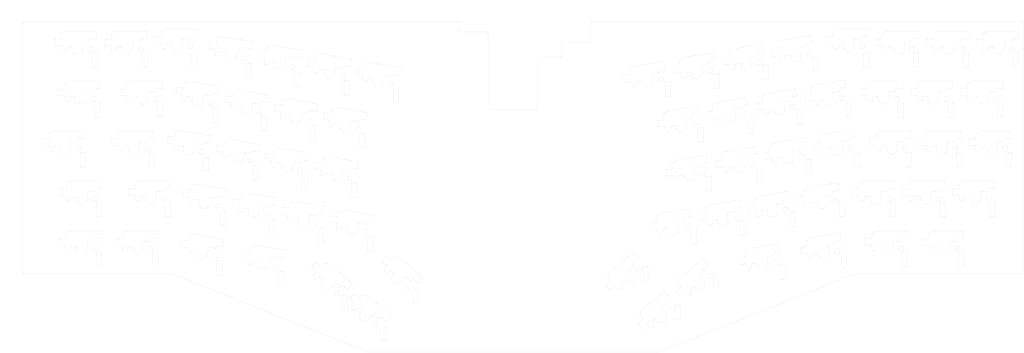
<source format=kicad_pcb>
(kicad_pcb (version 20171130) (host pcbnew "(5.1.9-0-10_14)")
  (layers (0 F.Cu signal) (31 B.Cu signal) (34 B.Paste user) (35 F.Paste user) (36 B.SilkS user) (37 F.SilkS user) (38 B.Mask user) (39 F.Mask user) (44 Edge.Cuts user))
  (net 0 "")
  (module angelina_integerated:foam_pcb_outline (layer F.Cu) (at 208.3592 148.828)
    (fp_text reference REF** hide)
    (fp_text value foam_pcb_outline hide)
    (fp_line (start 18.796 -69.093) (end 29.04269 -69.093) (layer Edge.Cuts) (width 0.05))
    (fp_line (start 18.288 -64.008) (end 18.288 -68.585) (layer Edge.Cuts) (width 0.05))
    (fp_line (start 9.906 -63.5) (end 17.78 -63.5) (layer Edge.Cuts) (width 0.05))
    (fp_line (start 8.89 -43.434) (end -8.89 -43.434) (layer Edge.Cuts) (width 0.05))
    (fp_line (start 9.398 -62.992) (end 9.398 -43.942) (layer Edge.Cuts) (width 0.05))
    (fp_line (start -9.398 -72.644) (end -9.398 -43.942) (layer Edge.Cuts) (width 0.05))
    (fp_line (start -20.48343 -73.2573) (end -20.50732 -73.2741) (layer Edge.Cuts) (width 0.05))
    (fp_line (start -20.45874 -73.2416) (end -20.48343 -73.2573) (layer Edge.Cuts) (width 0.05))
    (fp_line (start -20.43332 -73.2272) (end -20.45874 -73.2416) (layer Edge.Cuts) (width 0.05))
    (fp_line (start -20.40723 -73.2141) (end -20.43332 -73.2272) (layer Edge.Cuts) (width 0.05))
    (fp_line (start -20.77579 -76.677) (end -20.78059 -76.6916) (layer Edge.Cuts) (width 0.05))
    (fp_line (start -20.7718 -76.6639) (end -20.77579 -76.677) (layer Edge.Cuts) (width 0.05))
    (fp_line (start -20.76784 -76.6495) (end -20.7718 -76.6639) (layer Edge.Cuts) (width 0.05))
    (fp_line (start -20.76417 -76.6349) (end -20.76784 -76.6495) (layer Edge.Cuts) (width 0.05))
    (fp_line (start -20.76108 -76.6211) (end -20.76417 -76.6349) (layer Edge.Cuts) (width 0.05))
    (fp_line (start -20.75816 -76.6065) (end -20.76108 -76.6211) (layer Edge.Cuts) (width 0.05))
    (fp_line (start -20.75563 -76.5919) (end -20.75816 -76.6065) (layer Edge.Cuts) (width 0.05))
    (fp_line (start -20.75358 -76.5782) (end -20.75563 -76.5919) (layer Edge.Cuts) (width 0.05))
    (fp_line (start -20.75171 -76.5629) (end -20.75358 -76.5782) (layer Edge.Cuts) (width 0.05))
    (fp_line (start -20.75033 -76.549) (end -20.75171 -76.5629) (layer Edge.Cuts) (width 0.05))
    (fp_line (start -20.74922 -76.5337) (end -20.75033 -76.549) (layer Edge.Cuts) (width 0.05))
    (fp_line (start -20.74855 -76.5201) (end -20.74922 -76.5337) (layer Edge.Cuts) (width 0.05))
    (fp_line (start -20.74809 -76.5013) (end -20.74855 -76.5201) (layer Edge.Cuts) (width 0.05))
    (fp_line (start -20.748 -76.4935) (end -20.74809 -76.5013) (layer Edge.Cuts) (width 0.05))
    (fp_line (start -20.748 -73.7523) (end -20.748 -76.4935) (layer Edge.Cuts) (width 0.05))
    (fp_line (start -20.74728 -73.7231) (end -20.748 -73.7523) (layer Edge.Cuts) (width 0.05))
    (fp_line (start -20.74515 -73.6939) (end -20.74728 -73.7231) (layer Edge.Cuts) (width 0.05))
    (fp_line (start -20.74156 -73.6649) (end -20.74515 -73.6939) (layer Edge.Cuts) (width 0.05))
    (fp_line (start -20.73657 -73.6361) (end -20.74156 -73.6649) (layer Edge.Cuts) (width 0.05))
    (fp_line (start -20.73016 -73.6076) (end -20.73657 -73.6361) (layer Edge.Cuts) (width 0.05))
    (fp_line (start -20.72237 -73.5795) (end -20.73016 -73.6076) (layer Edge.Cuts) (width 0.05))
    (fp_line (start -20.71321 -73.5517) (end -20.72237 -73.5795) (layer Edge.Cuts) (width 0.05))
    (fp_line (start -20.7027 -73.5244) (end -20.71321 -73.5517) (layer Edge.Cuts) (width 0.05))
    (fp_line (start -20.69086 -73.4977) (end -20.7027 -73.5244) (layer Edge.Cuts) (width 0.05))
    (fp_line (start -20.67772 -73.4716) (end -20.69086 -73.4977) (layer Edge.Cuts) (width 0.05))
    (fp_line (start -20.66331 -73.4462) (end -20.67772 -73.4716) (layer Edge.Cuts) (width 0.05))
    (fp_line (start -20.64767 -73.4215) (end -20.66331 -73.4462) (layer Edge.Cuts) (width 0.05))
    (fp_line (start -20.63086 -73.3976) (end -20.64767 -73.4215) (layer Edge.Cuts) (width 0.05))
    (fp_line (start -20.61288 -73.3746) (end -20.63086 -73.3976) (layer Edge.Cuts) (width 0.05))
    (fp_line (start -20.59379 -73.3525) (end -20.61288 -73.3746) (layer Edge.Cuts) (width 0.05))
    (fp_line (start -20.57364 -73.3313) (end -20.59379 -73.3525) (layer Edge.Cuts) (width 0.05))
    (fp_line (start -20.55247 -73.3112) (end -20.57364 -73.3313) (layer Edge.Cuts) (width 0.05))
    (fp_line (start -20.53035 -73.2921) (end -20.55247 -73.3112) (layer Edge.Cuts) (width 0.05))
    (fp_line (start -20.50732 -73.2741) (end -20.53035 -73.2921) (layer Edge.Cuts) (width 0.05))
    (fp_line (start 130.082 19.1199) (end 130.11 19.1104) (layer Edge.Cuts) (width 0.05))
    (fp_line (start 130.048 19.1325) (end 130.082 19.1199) (layer Edge.Cuts) (width 0.05))
    (fp_line (start 55.1353 49.0073) (end 55.1937 49.0059) (layer Edge.Cuts) (width 0.05))
    (fp_line (start -55.1353 49.0073) (end 55.1353 49.0073) (layer Edge.Cuts) (width 0.05))
    (fp_line (start -55.1792 49.0065) (end -55.1353 49.0073) (layer Edge.Cuts) (width 0.05))
    (fp_line (start -55.2375 49.0029) (end -55.1792 49.0065) (layer Edge.Cuts) (width 0.05))
    (fp_line (start -55.2956 48.9965) (end -55.2375 49.0029) (layer Edge.Cuts) (width 0.05))
    (fp_line (start -55.3533 48.9872) (end -55.2956 48.9965) (layer Edge.Cuts) (width 0.05))
    (fp_line (start -55.4105 48.9751) (end -55.3533 48.9872) (layer Edge.Cuts) (width 0.05))
    (fp_line (start -55.467 48.9602) (end -55.4105 48.9751) (layer Edge.Cuts) (width 0.05))
    (fp_line (start -55.5227 48.9425) (end -55.467 48.9602) (layer Edge.Cuts) (width 0.05))
    (fp_line (start -55.5775 48.9222) (end -55.5227 48.9425) (layer Edge.Cuts) (width 0.05))
    (fp_line (start -130.036 19.1372) (end -55.5775 48.9222) (layer Edge.Cuts) (width 0.05))
    (fp_line (start -130.045999 19.1334) (end -130.036 19.1372) (layer Edge.Cuts) (width 0.05))
    (fp_line (start -130.07 19.1242) (end -130.045999 19.1334) (layer Edge.Cuts) (width 0.05))
    (fp_line (start -130.095 19.1155) (end -130.07 19.1242) (layer Edge.Cuts) (width 0.05))
    (fp_line (start -130.124 19.1057) (end -130.095 19.1155) (layer Edge.Cuts) (width 0.05))
    (fp_line (start -130.151999 19.0974) (end -130.124 19.1057) (layer Edge.Cuts) (width 0.05))
    (fp_line (start -130.18 19.0896) (end -130.151999 19.0974) (layer Edge.Cuts) (width 0.05))
    (fp_line (start -130.208 19.0825) (end -130.18 19.0896) (layer Edge.Cuts) (width 0.05))
    (fp_line (start -130.237 19.076) (end -130.208 19.0825) (layer Edge.Cuts) (width 0.05))
    (fp_line (start -130.264999 19.0705) (end -130.237 19.076) (layer Edge.Cuts) (width 0.05))
    (fp_line (start -130.294999 19.0653) (end -130.264999 19.0705) (layer Edge.Cuts) (width 0.05))
    (fp_line (start -130.323 19.0611) (end -130.294999 19.0653) (layer Edge.Cuts) (width 0.05))
    (fp_line (start -130.353 19.0575) (end -130.323 19.0611) (layer Edge.Cuts) (width 0.05))
    (fp_line (start -130.381 19.0547) (end -130.353 19.0575) (layer Edge.Cuts) (width 0.05))
    (fp_line (start -130.41 19.0525) (end -130.381 19.0547) (layer Edge.Cuts) (width 0.05))
    (fp_line (start -130.44 19.0511) (end -130.41 19.0525) (layer Edge.Cuts) (width 0.05))
    (fp_line (start -130.475 19.0502) (end -130.44 19.0511) (layer Edge.Cuts) (width 0.05))
    (fp_line (start -130.491 19.05) (end -130.475 19.0502) (layer Edge.Cuts) (width 0.05))
    (fp_line (start -186.035 19.05) (end -130.491 19.05) (layer Edge.Cuts) (width 0.05))
    (fp_line (start -186.094 19.0486) (end -186.035 19.05) (layer Edge.Cuts) (width 0.05))
    (fp_line (start -186.152 19.0443) (end -186.094 19.0486) (layer Edge.Cuts) (width 0.05))
    (fp_line (start -186.21 19.0371) (end -186.152 19.0443) (layer Edge.Cuts) (width 0.05))
    (fp_line (start -186.267 19.0271) (end -186.21 19.0371) (layer Edge.Cuts) (width 0.05))
    (fp_line (start -186.324 19.0143) (end -186.267 19.0271) (layer Edge.Cuts) (width 0.05))
    (fp_line (start -186.381 18.9987) (end -186.324 19.0143) (layer Edge.Cuts) (width 0.05))
    (fp_line (start -186.436 18.9804) (end -186.381 18.9987) (layer Edge.Cuts) (width 0.05))
    (fp_line (start -186.491 18.9594) (end -186.436 18.9804) (layer Edge.Cuts) (width 0.05))
    (fp_line (start -186.544 18.9357) (end -186.491 18.9594) (layer Edge.Cuts) (width 0.05))
    (fp_line (start -186.596 18.9094) (end -186.544 18.9357) (layer Edge.Cuts) (width 0.05))
    (fp_line (start -186.647 18.8806) (end -186.596 18.9094) (layer Edge.Cuts) (width 0.05))
    (fp_line (start -186.697 18.8493) (end -186.647 18.8806) (layer Edge.Cuts) (width 0.05))
    (fp_line (start -186.744 18.8157) (end -186.697 18.8493) (layer Edge.Cuts) (width 0.05))
    (fp_line (start -186.79 18.7797) (end -186.744 18.8157) (layer Edge.Cuts) (width 0.05))
    (fp_line (start -186.835 18.7416) (end -186.79 18.7797) (layer Edge.Cuts) (width 0.05))
    (fp_line (start -186.877 18.7013) (end -186.835 18.7416) (layer Edge.Cuts) (width 0.05))
    (fp_line (start -186.917 18.6589) (end -186.877 18.7013) (layer Edge.Cuts) (width 0.05))
    (fp_line (start -186.956 18.6147) (end -186.917 18.6589) (layer Edge.Cuts) (width 0.05))
    (fp_line (start -186.991 18.5686) (end -186.956 18.6147) (layer Edge.Cuts) (width 0.05))
    (fp_line (start -187.025 18.5208) (end -186.991 18.5686) (layer Edge.Cuts) (width 0.05))
    (fp_line (start -187.056 18.4715) (end -187.025 18.5208) (layer Edge.Cuts) (width 0.05))
    (fp_line (start -187.085 18.4206) (end -187.056 18.4715) (layer Edge.Cuts) (width 0.05))
    (fp_line (start -187.111 18.3684) (end -187.085 18.4206) (layer Edge.Cuts) (width 0.05))
    (fp_line (start -187.135 18.315) (end -187.111 18.3684) (layer Edge.Cuts) (width 0.05))
    (fp_line (start -187.156 18.2605) (end -187.135 18.315) (layer Edge.Cuts) (width 0.05))
    (fp_line (start -187.174 18.205) (end -187.156 18.2605) (layer Edge.Cuts) (width 0.05))
    (fp_line (start -187.19 18.1487) (end -187.174 18.205) (layer Edge.Cuts) (width 0.05))
    (fp_line (start -187.203 18.0916) (end -187.19 18.1487) (layer Edge.Cuts) (width 0.05))
    (fp_line (start -187.213 18.0341) (end -187.203 18.0916) (layer Edge.Cuts) (width 0.05))
    (fp_line (start -187.22 17.9761) (end -187.213 18.0341) (layer Edge.Cuts) (width 0.05))
    (fp_line (start -187.224 17.9178) (end -187.22 17.9761) (layer Edge.Cuts) (width 0.05))
    (fp_line (start -187.226 17.8594) (end -187.224 17.9178) (layer Edge.Cuts) (width 0.05))
    (fp_line (start -187.226 -75.9023) (end -187.226 17.8594) (layer Edge.Cuts) (width 0.05))
    (fp_line (start -187.224 -75.9608) (end -187.226 -75.9023) (layer Edge.Cuts) (width 0.05))
    (fp_line (start -187.22 -76.019) (end -187.224 -75.9608) (layer Edge.Cuts) (width 0.05))
    (fp_line (start -187.213 -76.077) (end -187.22 -76.019) (layer Edge.Cuts) (width 0.05))
    (fp_line (start -187.203 -76.1346) (end -187.213 -76.077) (layer Edge.Cuts) (width 0.05))
    (fp_line (start -187.19 -76.1916) (end -187.203 -76.1346) (layer Edge.Cuts) (width 0.05))
    (fp_line (start -187.174 -76.248) (end -187.19 -76.1916) (layer Edge.Cuts) (width 0.05))
    (fp_line (start -187.156 -76.3034) (end -187.174 -76.248) (layer Edge.Cuts) (width 0.05))
    (fp_line (start -187.135 -76.358) (end -187.156 -76.3034) (layer Edge.Cuts) (width 0.05))
    (fp_line (start -187.111 -76.4114) (end -187.135 -76.358) (layer Edge.Cuts) (width 0.05))
    (fp_line (start -187.085 -76.4636) (end -187.111 -76.4114) (layer Edge.Cuts) (width 0.05))
    (fp_line (start -187.056 -76.5144) (end -187.085 -76.4636) (layer Edge.Cuts) (width 0.05))
    (fp_line (start -187.025 -76.5638) (end -187.056 -76.5144) (layer Edge.Cuts) (width 0.05))
    (fp_line (start -186.991 -76.6116) (end -187.025 -76.5638) (layer Edge.Cuts) (width 0.05))
    (fp_line (start -186.956 -76.6577) (end -186.991 -76.6116) (layer Edge.Cuts) (width 0.05))
    (fp_line (start -186.917 -76.7019) (end -186.956 -76.6577) (layer Edge.Cuts) (width 0.05))
    (fp_line (start -186.877 -76.7442) (end -186.917 -76.7019) (layer Edge.Cuts) (width 0.05))
    (fp_line (start -186.835 -76.7845) (end -186.877 -76.7442) (layer Edge.Cuts) (width 0.05))
    (fp_line (start -186.79 -76.8227) (end -186.835 -76.7845) (layer Edge.Cuts) (width 0.05))
    (fp_line (start -186.744 -76.8586) (end -186.79 -76.8227) (layer Edge.Cuts) (width 0.05))
    (fp_line (start -186.697 -76.8923) (end -186.744 -76.8586) (layer Edge.Cuts) (width 0.05))
    (fp_line (start -186.647 -76.9236) (end -186.697 -76.8923) (layer Edge.Cuts) (width 0.05))
    (fp_line (start -186.596 -76.9524) (end -186.647 -76.9236) (layer Edge.Cuts) (width 0.05))
    (fp_line (start -186.544 -76.9786) (end -186.596 -76.9524) (layer Edge.Cuts) (width 0.05))
    (fp_line (start -186.491 -77.0023) (end -186.544 -76.9786) (layer Edge.Cuts) (width 0.05))
    (fp_line (start -186.436 -77.0234) (end -186.491 -77.0023) (layer Edge.Cuts) (width 0.05))
    (fp_line (start -186.381 -77.0417) (end -186.436 -77.0234) (layer Edge.Cuts) (width 0.05))
    (fp_line (start -186.324 -77.0573) (end -186.381 -77.0417) (layer Edge.Cuts) (width 0.05))
    (fp_line (start -186.267 -77.0701) (end -186.324 -77.0573) (layer Edge.Cuts) (width 0.05))
    (fp_line (start -186.21 -77.0801) (end -186.267 -77.0701) (layer Edge.Cuts) (width 0.05))
    (fp_line (start -186.152 -77.0872) (end -186.21 -77.0801) (layer Edge.Cuts) (width 0.05))
    (fp_line (start -186.094 -77.0915) (end -186.152 -77.0872) (layer Edge.Cuts) (width 0.05))
    (fp_line (start -186.035 -77.093) (end -186.094 -77.0915) (layer Edge.Cuts) (width 0.05))
    (fp_line (start -21.34749 -77.093) (end -186.035 -77.093) (layer Edge.Cuts) (width 0.05))
    (fp_line (start -21.33964 -77.0929) (end -21.34749 -77.093) (layer Edge.Cuts) (width 0.05))
    (fp_line (start -21.32088 -77.0924) (end -21.33964 -77.0929) (layer Edge.Cuts) (width 0.05))
    (fp_line (start -21.30723 -77.0917) (end -21.32088 -77.0924) (layer Edge.Cuts) (width 0.05))
    (fp_line (start -21.29199 -77.0906) (end -21.30723 -77.0917) (layer Edge.Cuts) (width 0.05))
    (fp_line (start -21.27803 -77.0892) (end -21.29199 -77.0906) (layer Edge.Cuts) (width 0.05))
    (fp_line (start -21.2628 -77.0874) (end -21.27803 -77.0892) (layer Edge.Cuts) (width 0.05))
    (fp_line (start -21.2491 -77.0853) (end -21.2628 -77.0874) (layer Edge.Cuts) (width 0.05))
    (fp_line (start -21.23448 -77.0828) (end -21.2491 -77.0853) (layer Edge.Cuts) (width 0.05))
    (fp_line (start -21.21986 -77.0799) (end -21.23448 -77.0828) (layer Edge.Cuts) (width 0.05))
    (fp_line (start -21.20604 -77.0768) (end -21.21986 -77.0799) (layer Edge.Cuts) (width 0.05))
    (fp_line (start -21.19144 -77.0731) (end -21.20604 -77.0768) (layer Edge.Cuts) (width 0.05))
    (fp_line (start -21.17709 -77.0692) (end -21.19144 -77.0731) (layer Edge.Cuts) (width 0.05))
    (fp_line (start -21.16399 -77.0652) (end -21.17709 -77.0692) (layer Edge.Cuts) (width 0.05))
    (fp_line (start -21.14938 -77.0604) (end -21.16399 -77.0652) (layer Edge.Cuts) (width 0.05))
    (fp_line (start -21.13624 -77.0557) (end -21.14938 -77.0604) (layer Edge.Cuts) (width 0.05))
    (fp_line (start -21.12215 -77.0502) (end -21.13624 -77.0557) (layer Edge.Cuts) (width 0.05))
    (fp_line (start -21.10899 -77.0448) (end -21.12215 -77.0502) (layer Edge.Cuts) (width 0.05))
    (fp_line (start -21.09558 -77.0388) (end -21.10899 -77.0448) (layer Edge.Cuts) (width 0.05))
    (fp_line (start -21.082 -77.0324) (end -21.09558 -77.0388) (layer Edge.Cuts) (width 0.05))
    (fp_line (start -21.0693 -77.026) (end -21.082 -77.0324) (layer Edge.Cuts) (width 0.05))
    (fp_line (start -21.05635 -77.0191) (end -21.0693 -77.026) (layer Edge.Cuts) (width 0.05))
    (fp_line (start -21.04373 -77.0119) (end -21.05635 -77.0191) (layer Edge.Cuts) (width 0.05))
    (fp_line (start -21.03104 -77.0043) (end -21.04373 -77.0119) (layer Edge.Cuts) (width 0.05))
    (fp_line (start -21.01857 -76.9964) (end -21.03104 -77.0043) (layer Edge.Cuts) (width 0.05))
    (fp_line (start -21.00667 -76.9885) (end -21.01857 -76.9964) (layer Edge.Cuts) (width 0.05))
    (fp_line (start -20.99446 -76.9799) (end -21.00667 -76.9885) (layer Edge.Cuts) (width 0.05))
    (fp_line (start -20.98309 -76.9715) (end -20.99446 -76.9799) (layer Edge.Cuts) (width 0.05))
    (fp_line (start -20.97128 -76.9622) (end -20.98309 -76.9715) (layer Edge.Cuts) (width 0.05))
    (fp_line (start -20.96028 -76.9532) (end -20.97128 -76.9622) (layer Edge.Cuts) (width 0.05))
    (fp_line (start -20.94919 -76.9436) (end -20.96028 -76.9532) (layer Edge.Cuts) (width 0.05))
    (fp_line (start -20.93799 -76.9335) (end -20.94919 -76.9436) (layer Edge.Cuts) (width 0.05))
    (fp_line (start -20.92749 -76.9235) (end -20.93799 -76.9335) (layer Edge.Cuts) (width 0.05))
    (fp_line (start -20.91748 -76.9135) (end -20.92749 -76.9235) (layer Edge.Cuts) (width 0.05))
    (fp_line (start -20.90748 -76.903) (end -20.91748 -76.9135) (layer Edge.Cuts) (width 0.05))
    (fp_line (start -20.89732 -76.8918) (end -20.90748 -76.903) (layer Edge.Cuts) (width 0.05))
    (fp_line (start -20.88774 -76.8807) (end -20.89732 -76.8918) (layer Edge.Cuts) (width 0.05))
    (fp_line (start -20.87872 -76.8697) (end -20.88774 -76.8807) (layer Edge.Cuts) (width 0.05))
    (fp_line (start -20.86949 -76.8579) (end -20.87872 -76.8697) (layer Edge.Cuts) (width 0.05))
    (fp_line (start -20.86107 -76.8465) (end -20.86949 -76.8579) (layer Edge.Cuts) (width 0.05))
    (fp_line (start -20.85249 -76.8343) (end -20.86107 -76.8465) (layer Edge.Cuts) (width 0.05))
    (fp_line (start -20.84453 -76.8224) (end -20.85249 -76.8343) (layer Edge.Cuts) (width 0.05))
    (fp_line (start -20.83662 -76.8099) (end -20.84453 -76.8224) (layer Edge.Cuts) (width 0.05))
    (fp_line (start -20.82902 -76.7972) (end -20.83662 -76.8099) (layer Edge.Cuts) (width 0.05))
    (fp_line (start -20.82187 -76.7846) (end -20.82902 -76.7972) (layer Edge.Cuts) (width 0.05))
    (fp_line (start -20.81494 -76.7717) (end -20.82187 -76.7846) (layer Edge.Cuts) (width 0.05))
    (fp_line (start -20.80855 -76.759) (end -20.81494 -76.7717) (layer Edge.Cuts) (width 0.05))
    (fp_line (start -20.80212 -76.7454) (end -20.80855 -76.759) (layer Edge.Cuts) (width 0.05))
    (fp_line (start -20.79619 -76.732) (end -20.80212 -76.7454) (layer Edge.Cuts) (width 0.05))
    (fp_line (start -20.79074 -76.7188) (end -20.79619 -76.732) (layer Edge.Cuts) (width 0.05))
    (fp_line (start -20.78529 -76.7047) (end -20.79074 -76.7188) (layer Edge.Cuts) (width 0.05))
    (fp_line (start -20.78059 -76.6916) (end -20.78529 -76.7047) (layer Edge.Cuts) (width 0.05))
    (fp_line (start -20.38051 -73.2023) (end -20.40723 -73.2141) (layer Edge.Cuts) (width 0.05))
    (fp_line (start -20.35326 -73.1917) (end -20.38051 -73.2023) (layer Edge.Cuts) (width 0.05))
    (fp_line (start -20.3255 -73.1826) (end -20.35326 -73.1917) (layer Edge.Cuts) (width 0.05))
    (fp_line (start -20.29735 -73.1748) (end -20.3255 -73.1826) (layer Edge.Cuts) (width 0.05))
    (fp_line (start -20.26883 -73.1684) (end -20.29735 -73.1748) (layer Edge.Cuts) (width 0.05))
    (fp_line (start -20.24005 -73.1634) (end -20.26883 -73.1684) (layer Edge.Cuts) (width 0.05))
    (fp_line (start -20.21104 -73.1598) (end -20.24005 -73.1634) (layer Edge.Cuts) (width 0.05))
    (fp_line (start -20.1819 -73.1577) (end -20.21104 -73.1598) (layer Edge.Cuts) (width 0.05))
    (fp_line (start -20.15269 -73.157) (end -20.1819 -73.1577) (layer Edge.Cuts) (width 0.05))
    (fp_line (start -9.906 -73.152) (end -20.15269 -73.157) (layer Edge.Cuts) (width 0.05))
    (fp_line (start 29.0719 -69.0937) (end 29.04269 -69.093) (layer Edge.Cuts) (width 0.05))
    (fp_line (start 29.10104 -69.0958) (end 29.0719 -69.0937) (layer Edge.Cuts) (width 0.05))
    (fp_line (start 29.13005 -69.0994) (end 29.10104 -69.0958) (layer Edge.Cuts) (width 0.05))
    (fp_line (start 29.15883 -69.1044) (end 29.13005 -69.0994) (layer Edge.Cuts) (width 0.05))
    (fp_line (start 29.18735 -69.1108) (end 29.15883 -69.1044) (layer Edge.Cuts) (width 0.05))
    (fp_line (start 29.2155 -69.1186) (end 29.18735 -69.1108) (layer Edge.Cuts) (width 0.05))
    (fp_line (start 29.24326 -69.1277) (end 29.2155 -69.1186) (layer Edge.Cuts) (width 0.05))
    (fp_line (start 29.27051 -69.1383) (end 29.24326 -69.1277) (layer Edge.Cuts) (width 0.05))
    (fp_line (start 29.29723 -69.1501) (end 29.27051 -69.1383) (layer Edge.Cuts) (width 0.05))
    (fp_line (start 29.32332 -69.1632) (end 29.29723 -69.1501) (layer Edge.Cuts) (width 0.05))
    (fp_line (start 29.34874 -69.1776) (end 29.32332 -69.1632) (layer Edge.Cuts) (width 0.05))
    (fp_line (start 29.37343 -69.1933) (end 29.34874 -69.1776) (layer Edge.Cuts) (width 0.05))
    (fp_line (start 29.39732 -69.2101) (end 29.37343 -69.1933) (layer Edge.Cuts) (width 0.05))
    (fp_line (start 29.42035 -69.2281) (end 29.39732 -69.2101) (layer Edge.Cuts) (width 0.05))
    (fp_line (start 29.44247 -69.2472) (end 29.42035 -69.2281) (layer Edge.Cuts) (width 0.05))
    (fp_line (start 29.46364 -69.2673) (end 29.44247 -69.2472) (layer Edge.Cuts) (width 0.05))
    (fp_line (start 29.48379 -69.2885) (end 29.46364 -69.2673) (layer Edge.Cuts) (width 0.05))
    (fp_line (start 29.50288 -69.3106) (end 29.48379 -69.2885) (layer Edge.Cuts) (width 0.05))
    (fp_line (start 29.52086 -69.3336) (end 29.50288 -69.3106) (layer Edge.Cuts) (width 0.05))
    (fp_line (start 29.53767 -69.3575) (end 29.52086 -69.3336) (layer Edge.Cuts) (width 0.05))
    (fp_line (start 29.55331 -69.3822) (end 29.53767 -69.3575) (layer Edge.Cuts) (width 0.05))
    (fp_line (start 29.56772 -69.4076) (end 29.55331 -69.3822) (layer Edge.Cuts) (width 0.05))
    (fp_line (start 29.58086 -69.4337) (end 29.56772 -69.4076) (layer Edge.Cuts) (width 0.05))
    (fp_line (start 29.5927 -69.4604) (end 29.58086 -69.4337) (layer Edge.Cuts) (width 0.05))
    (fp_line (start 29.60321 -69.4877) (end 29.5927 -69.4604) (layer Edge.Cuts) (width 0.05))
    (fp_line (start 29.61237 -69.5155) (end 29.60321 -69.4877) (layer Edge.Cuts) (width 0.05))
    (fp_line (start 29.62016 -69.5436) (end 29.61237 -69.5155) (layer Edge.Cuts) (width 0.05))
    (fp_line (start 29.62657 -69.5721) (end 29.62016 -69.5436) (layer Edge.Cuts) (width 0.05))
    (fp_line (start 29.63156 -69.6009) (end 29.62657 -69.5721) (layer Edge.Cuts) (width 0.05))
    (fp_line (start 29.63515 -69.6299) (end 29.63156 -69.6009) (layer Edge.Cuts) (width 0.05))
    (fp_line (start 29.63728 -69.6591) (end 29.63515 -69.6299) (layer Edge.Cuts) (width 0.05))
    (fp_line (start 29.638 -69.6883) (end 29.63728 -69.6591) (layer Edge.Cuts) (width 0.05))
    (fp_line (start 29.638 -76.4935) (end 29.638 -69.6883) (layer Edge.Cuts) (width 0.05))
    (fp_line (start 29.63809 -76.5013) (end 29.638 -76.4935) (layer Edge.Cuts) (width 0.05))
    (fp_line (start 29.63855 -76.5201) (end 29.63809 -76.5013) (layer Edge.Cuts) (width 0.05))
    (fp_line (start 29.63922 -76.5337) (end 29.63855 -76.5201) (layer Edge.Cuts) (width 0.05))
    (fp_line (start 29.64033 -76.549) (end 29.63922 -76.5337) (layer Edge.Cuts) (width 0.05))
    (fp_line (start 29.64171 -76.5629) (end 29.64033 -76.549) (layer Edge.Cuts) (width 0.05))
    (fp_line (start 29.64358 -76.5782) (end 29.64171 -76.5629) (layer Edge.Cuts) (width 0.05))
    (fp_line (start 29.64563 -76.5919) (end 29.64358 -76.5782) (layer Edge.Cuts) (width 0.05))
    (fp_line (start 29.64816 -76.6065) (end 29.64563 -76.5919) (layer Edge.Cuts) (width 0.05))
    (fp_line (start 29.65108 -76.6211) (end 29.64816 -76.6065) (layer Edge.Cuts) (width 0.05))
    (fp_line (start 29.65417 -76.6349) (end 29.65108 -76.6211) (layer Edge.Cuts) (width 0.05))
    (fp_line (start 29.65784 -76.6495) (end 29.65417 -76.6349) (layer Edge.Cuts) (width 0.05))
    (fp_line (start 29.6618 -76.6639) (end 29.65784 -76.6495) (layer Edge.Cuts) (width 0.05))
    (fp_line (start 29.66579 -76.677) (end 29.6618 -76.6639) (layer Edge.Cuts) (width 0.05))
    (fp_line (start 29.67059 -76.6916) (end 29.66579 -76.677) (layer Edge.Cuts) (width 0.05))
    (fp_line (start 29.67529 -76.7047) (end 29.67059 -76.6916) (layer Edge.Cuts) (width 0.05))
    (fp_line (start 29.68074 -76.7188) (end 29.67529 -76.7047) (layer Edge.Cuts) (width 0.05))
    (fp_line (start 29.68619 -76.732) (end 29.68074 -76.7188) (layer Edge.Cuts) (width 0.05))
    (fp_line (start 29.69212 -76.7454) (end 29.68619 -76.732) (layer Edge.Cuts) (width 0.05))
    (fp_line (start 29.69855 -76.759) (end 29.69212 -76.7454) (layer Edge.Cuts) (width 0.05))
    (fp_line (start 29.70494 -76.7717) (end 29.69855 -76.759) (layer Edge.Cuts) (width 0.05))
    (fp_line (start 29.71187 -76.7846) (end 29.70494 -76.7717) (layer Edge.Cuts) (width 0.05))
    (fp_line (start 29.71902 -76.7972) (end 29.71187 -76.7846) (layer Edge.Cuts) (width 0.05))
    (fp_line (start 29.72662 -76.8099) (end 29.71902 -76.7972) (layer Edge.Cuts) (width 0.05))
    (fp_line (start 29.73453 -76.8224) (end 29.72662 -76.8099) (layer Edge.Cuts) (width 0.05))
    (fp_line (start 29.74249 -76.8343) (end 29.73453 -76.8224) (layer Edge.Cuts) (width 0.05))
    (fp_line (start 29.75107 -76.8465) (end 29.74249 -76.8343) (layer Edge.Cuts) (width 0.05))
    (fp_line (start 29.75949 -76.8579) (end 29.75107 -76.8465) (layer Edge.Cuts) (width 0.05))
    (fp_line (start 29.76872 -76.8697) (end 29.75949 -76.8579) (layer Edge.Cuts) (width 0.05))
    (fp_line (start 29.77774 -76.8807) (end 29.76872 -76.8697) (layer Edge.Cuts) (width 0.05))
    (fp_line (start 29.78732 -76.8918) (end 29.77774 -76.8807) (layer Edge.Cuts) (width 0.05))
    (fp_line (start 29.79748 -76.903) (end 29.78732 -76.8918) (layer Edge.Cuts) (width 0.05))
    (fp_line (start 29.80748 -76.9135) (end 29.79748 -76.903) (layer Edge.Cuts) (width 0.05))
    (fp_line (start 29.81749 -76.9235) (end 29.80748 -76.9135) (layer Edge.Cuts) (width 0.05))
    (fp_line (start 29.82799 -76.9335) (end 29.81749 -76.9235) (layer Edge.Cuts) (width 0.05))
    (fp_line (start 29.83919 -76.9436) (end 29.82799 -76.9335) (layer Edge.Cuts) (width 0.05))
    (fp_line (start 29.85028 -76.9532) (end 29.83919 -76.9436) (layer Edge.Cuts) (width 0.05))
    (fp_line (start 29.86128 -76.9622) (end 29.85028 -76.9532) (layer Edge.Cuts) (width 0.05))
    (fp_line (start 29.87309 -76.9715) (end 29.86128 -76.9622) (layer Edge.Cuts) (width 0.05))
    (fp_line (start 29.88446 -76.9799) (end 29.87309 -76.9715) (layer Edge.Cuts) (width 0.05))
    (fp_line (start 29.89667 -76.9885) (end 29.88446 -76.9799) (layer Edge.Cuts) (width 0.05))
    (fp_line (start 29.90857 -76.9964) (end 29.89667 -76.9885) (layer Edge.Cuts) (width 0.05))
    (fp_line (start 29.92104 -77.0043) (end 29.90857 -76.9964) (layer Edge.Cuts) (width 0.05))
    (fp_line (start 29.93373 -77.0119) (end 29.92104 -77.0043) (layer Edge.Cuts) (width 0.05))
    (fp_line (start 29.94635 -77.0191) (end 29.93373 -77.0119) (layer Edge.Cuts) (width 0.05))
    (fp_line (start 29.9593 -77.026) (end 29.94635 -77.0191) (layer Edge.Cuts) (width 0.05))
    (fp_line (start 29.972 -77.0324) (end 29.9593 -77.026) (layer Edge.Cuts) (width 0.05))
    (fp_line (start 29.98558 -77.0388) (end 29.972 -77.0324) (layer Edge.Cuts) (width 0.05))
    (fp_line (start 29.99899 -77.0448) (end 29.98558 -77.0388) (layer Edge.Cuts) (width 0.05))
    (fp_line (start 30.01215 -77.0502) (end 29.99899 -77.0448) (layer Edge.Cuts) (width 0.05))
    (fp_line (start 30.02624 -77.0557) (end 30.01215 -77.0502) (layer Edge.Cuts) (width 0.05))
    (fp_line (start 30.03938 -77.0604) (end 30.02624 -77.0557) (layer Edge.Cuts) (width 0.05))
    (fp_line (start 30.05399 -77.0652) (end 30.03938 -77.0604) (layer Edge.Cuts) (width 0.05))
    (fp_line (start 30.06709 -77.0692) (end 30.05399 -77.0652) (layer Edge.Cuts) (width 0.05))
    (fp_line (start 30.08144 -77.0731) (end 30.06709 -77.0692) (layer Edge.Cuts) (width 0.05))
    (fp_line (start 30.09604 -77.0768) (end 30.08144 -77.0731) (layer Edge.Cuts) (width 0.05))
    (fp_line (start 30.10986 -77.0799) (end 30.09604 -77.0768) (layer Edge.Cuts) (width 0.05))
    (fp_line (start 30.12448 -77.0828) (end 30.10986 -77.0799) (layer Edge.Cuts) (width 0.05))
    (fp_line (start 30.1391 -77.0853) (end 30.12448 -77.0828) (layer Edge.Cuts) (width 0.05))
    (fp_line (start 30.1528 -77.0874) (end 30.1391 -77.0853) (layer Edge.Cuts) (width 0.05))
    (fp_line (start 30.16803 -77.0892) (end 30.1528 -77.0874) (layer Edge.Cuts) (width 0.05))
    (fp_line (start 30.18199 -77.0906) (end 30.16803 -77.0892) (layer Edge.Cuts) (width 0.05))
    (fp_line (start 30.19723 -77.0917) (end 30.18199 -77.0906) (layer Edge.Cuts) (width 0.05))
    (fp_line (start 30.21088 -77.0924) (end 30.19723 -77.0917) (layer Edge.Cuts) (width 0.05))
    (fp_line (start 30.22964 -77.0929) (end 30.21088 -77.0924) (layer Edge.Cuts) (width 0.05))
    (fp_line (start 30.23749 -77.093) (end 30.22964 -77.0929) (layer Edge.Cuts) (width 0.05))
    (fp_line (start 193.477 -77.093) (end 30.23749 -77.093) (layer Edge.Cuts) (width 0.05))
    (fp_line (start 193.535 -77.0915) (end 193.477 -77.093) (layer Edge.Cuts) (width 0.05))
    (fp_line (start 193.593 -77.0872) (end 193.535 -77.0915) (layer Edge.Cuts) (width 0.05))
    (fp_line (start 193.651 -77.0801) (end 193.593 -77.0872) (layer Edge.Cuts) (width 0.05))
    (fp_line (start 193.709 -77.0701) (end 193.651 -77.0801) (layer Edge.Cuts) (width 0.05))
    (fp_line (start 193.766 -77.0573) (end 193.709 -77.0701) (layer Edge.Cuts) (width 0.05))
    (fp_line (start 193.822 -77.0417) (end 193.766 -77.0573) (layer Edge.Cuts) (width 0.05))
    (fp_line (start 193.878 -77.0234) (end 193.822 -77.0417) (layer Edge.Cuts) (width 0.05))
    (fp_line (start 193.932 -77.0023) (end 193.878 -77.0234) (layer Edge.Cuts) (width 0.05))
    (fp_line (start 193.986 -76.9786) (end 193.932 -77.0023) (layer Edge.Cuts) (width 0.05))
    (fp_line (start 194.038 -76.9524) (end 193.986 -76.9786) (layer Edge.Cuts) (width 0.05))
    (fp_line (start 194.089 -76.9236) (end 194.038 -76.9524) (layer Edge.Cuts) (width 0.05))
    (fp_line (start 194.138 -76.8923) (end 194.089 -76.9236) (layer Edge.Cuts) (width 0.05))
    (fp_line (start 194.186 -76.8586) (end 194.138 -76.8923) (layer Edge.Cuts) (width 0.05))
    (fp_line (start 194.232 -76.8227) (end 194.186 -76.8586) (layer Edge.Cuts) (width 0.05))
    (fp_line (start 194.276 -76.7845) (end 194.232 -76.8227) (layer Edge.Cuts) (width 0.05))
    (fp_line (start 194.318 -76.7442) (end 194.276 -76.7845) (layer Edge.Cuts) (width 0.05))
    (fp_line (start 194.359 -76.7019) (end 194.318 -76.7442) (layer Edge.Cuts) (width 0.05))
    (fp_line (start 194.397 -76.6577) (end 194.359 -76.7019) (layer Edge.Cuts) (width 0.05))
    (fp_line (start 194.433 -76.6116) (end 194.397 -76.6577) (layer Edge.Cuts) (width 0.05))
    (fp_line (start 194.467 -76.5638) (end 194.433 -76.6116) (layer Edge.Cuts) (width 0.05))
    (fp_line (start 194.498 -76.5144) (end 194.467 -76.5638) (layer Edge.Cuts) (width 0.05))
    (fp_line (start 194.527 -76.4636) (end 194.498 -76.5144) (layer Edge.Cuts) (width 0.05))
    (fp_line (start 194.553 -76.4114) (end 194.527 -76.4636) (layer Edge.Cuts) (width 0.05))
    (fp_line (start 194.577 -76.358) (end 194.553 -76.4114) (layer Edge.Cuts) (width 0.05))
    (fp_line (start 194.598 -76.3034) (end 194.577 -76.358) (layer Edge.Cuts) (width 0.05))
    (fp_line (start 194.616 -76.248) (end 194.598 -76.3034) (layer Edge.Cuts) (width 0.05))
    (fp_line (start 194.631 -76.1916) (end 194.616 -76.248) (layer Edge.Cuts) (width 0.05))
    (fp_line (start 194.644 -76.1346) (end 194.631 -76.1916) (layer Edge.Cuts) (width 0.05))
    (fp_line (start 194.654 -76.077) (end 194.644 -76.1346) (layer Edge.Cuts) (width 0.05))
    (fp_line (start 194.661 -76.019) (end 194.654 -76.077) (layer Edge.Cuts) (width 0.05))
    (fp_line (start 194.666 -75.9608) (end 194.661 -76.019) (layer Edge.Cuts) (width 0.05))
    (fp_line (start 194.667 -75.9023) (end 194.666 -75.9608) (layer Edge.Cuts) (width 0.05))
    (fp_line (start 194.667 17.8594) (end 194.667 -75.9023) (layer Edge.Cuts) (width 0.05))
    (fp_line (start 194.666 17.9178) (end 194.667 17.8594) (layer Edge.Cuts) (width 0.05))
    (fp_line (start 194.661 17.9761) (end 194.666 17.9178) (layer Edge.Cuts) (width 0.05))
    (fp_line (start 194.654 18.0341) (end 194.661 17.9761) (layer Edge.Cuts) (width 0.05))
    (fp_line (start 194.644 18.0916) (end 194.654 18.0341) (layer Edge.Cuts) (width 0.05))
    (fp_line (start 194.631 18.1487) (end 194.644 18.0916) (layer Edge.Cuts) (width 0.05))
    (fp_line (start 194.616 18.205) (end 194.631 18.1487) (layer Edge.Cuts) (width 0.05))
    (fp_line (start 194.598 18.2605) (end 194.616 18.205) (layer Edge.Cuts) (width 0.05))
    (fp_line (start 194.577 18.315) (end 194.598 18.2605) (layer Edge.Cuts) (width 0.05))
    (fp_line (start 194.553 18.3684) (end 194.577 18.315) (layer Edge.Cuts) (width 0.05))
    (fp_line (start 194.527 18.4206) (end 194.553 18.3684) (layer Edge.Cuts) (width 0.05))
    (fp_line (start 194.498 18.4715) (end 194.527 18.4206) (layer Edge.Cuts) (width 0.05))
    (fp_line (start 194.467 18.5208) (end 194.498 18.4715) (layer Edge.Cuts) (width 0.05))
    (fp_line (start 194.433 18.5686) (end 194.467 18.5208) (layer Edge.Cuts) (width 0.05))
    (fp_line (start 194.397 18.6147) (end 194.433 18.5686) (layer Edge.Cuts) (width 0.05))
    (fp_line (start 194.359 18.6589) (end 194.397 18.6147) (layer Edge.Cuts) (width 0.05))
    (fp_line (start 194.318 18.7013) (end 194.359 18.6589) (layer Edge.Cuts) (width 0.05))
    (fp_line (start 194.276 18.7416) (end 194.318 18.7013) (layer Edge.Cuts) (width 0.05))
    (fp_line (start 130.222 19.0793) (end 130.251 19.0732) (layer Edge.Cuts) (width 0.05))
    (fp_line (start 130.193999 19.0859) (end 130.222 19.0793) (layer Edge.Cuts) (width 0.05))
    (fp_line (start 130.166 19.0935) (end 130.193999 19.0859) (layer Edge.Cuts) (width 0.05))
    (fp_line (start 130.138 19.1015) (end 130.166 19.0935) (layer Edge.Cuts) (width 0.05))
    (fp_line (start 130.11 19.1104) (end 130.138 19.1015) (layer Edge.Cuts) (width 0.05))
    (fp_line (start 55.5364 48.9377) (end 55.5775 48.9222) (layer Edge.Cuts) (width 0.05))
    (fp_line (start 55.4809 48.9561) (end 55.5364 48.9377) (layer Edge.Cuts) (width 0.05))
    (fp_line (start 130.033999 19.1381) (end 130.048 19.1325) (layer Edge.Cuts) (width 0.05))
    (fp_line (start 55.5775 48.9222) (end 130.033999 19.1381) (layer Edge.Cuts) (width 0.05))
    (fp_line (start 55.252 49.0016) (end 55.31 48.9944) (layer Edge.Cuts) (width 0.05))
    (fp_line (start 194.232 18.7797) (end 194.276 18.7416) (layer Edge.Cuts) (width 0.05))
    (fp_line (start 194.186 18.8157) (end 194.232 18.7797) (layer Edge.Cuts) (width 0.05))
    (fp_line (start 194.138 18.8493) (end 194.186 18.8157) (layer Edge.Cuts) (width 0.05))
    (fp_line (start 194.089 18.8806) (end 194.138 18.8493) (layer Edge.Cuts) (width 0.05))
    (fp_line (start 194.038 18.9094) (end 194.089 18.8806) (layer Edge.Cuts) (width 0.05))
    (fp_line (start 193.986 18.9357) (end 194.038 18.9094) (layer Edge.Cuts) (width 0.05))
    (fp_line (start 193.932 18.9594) (end 193.986 18.9357) (layer Edge.Cuts) (width 0.05))
    (fp_line (start 55.4245 48.9716) (end 55.4809 48.9561) (layer Edge.Cuts) (width 0.05))
    (fp_line (start 55.3675 48.9845) (end 55.4245 48.9716) (layer Edge.Cuts) (width 0.05))
    (fp_line (start 55.1937 49.0059) (end 55.252 49.0016) (layer Edge.Cuts) (width 0.05))
    (fp_line (start 130.366999 19.056) (end 130.395999 19.0535) (layer Edge.Cuts) (width 0.05))
    (fp_line (start 130.338 19.0592) (end 130.366999 19.056) (layer Edge.Cuts) (width 0.05))
    (fp_line (start 130.309 19.0632) (end 130.338 19.0592) (layer Edge.Cuts) (width 0.05))
    (fp_line (start 130.28 19.0678) (end 130.309 19.0632) (layer Edge.Cuts) (width 0.05))
    (fp_line (start 130.251 19.0732) (end 130.28 19.0678) (layer Edge.Cuts) (width 0.05))
    (fp_line (start 55.31 48.9944) (end 55.3675 48.9845) (layer Edge.Cuts) (width 0.05))
    (fp_line (start 193.477 19.05) (end 193.535 19.0486) (layer Edge.Cuts) (width 0.05))
    (fp_line (start 130.489 19.05) (end 193.477 19.05) (layer Edge.Cuts) (width 0.05))
    (fp_line (start 130.478 19.0501) (end 130.489 19.05) (layer Edge.Cuts) (width 0.05))
    (fp_line (start 130.452 19.0506) (end 130.478 19.0501) (layer Edge.Cuts) (width 0.05))
    (fp_line (start 130.426999 19.0516) (end 130.452 19.0506) (layer Edge.Cuts) (width 0.05))
    (fp_line (start 130.395999 19.0535) (end 130.426999 19.0516) (layer Edge.Cuts) (width 0.05))
    (fp_line (start 193.878 18.9804) (end 193.932 18.9594) (layer Edge.Cuts) (width 0.05))
    (fp_line (start 193.822 18.9987) (end 193.878 18.9804) (layer Edge.Cuts) (width 0.05))
    (fp_line (start 193.766 19.0143) (end 193.822 18.9987) (layer Edge.Cuts) (width 0.05))
    (fp_line (start 193.709 19.0271) (end 193.766 19.0143) (layer Edge.Cuts) (width 0.05))
    (fp_line (start 193.651 19.0371) (end 193.709 19.0271) (layer Edge.Cuts) (width 0.05))
    (fp_line (start 193.593 19.0443) (end 193.651 19.0371) (layer Edge.Cuts) (width 0.05))
    (fp_line (start 193.535 19.0486) (end 193.593 19.0443) (layer Edge.Cuts) (width 0.05))
    (fp_arc (start 18.796 -68.585) (end 18.796 -69.093) (angle -90) (layer Edge.Cuts) (width 0.05))
    (fp_arc (start 17.78 -64.008) (end 17.78 -63.5) (angle -90) (layer Edge.Cuts) (width 0.05))
    (fp_arc (start 9.906 -62.992) (end 9.906 -63.5) (angle -90) (layer Edge.Cuts) (width 0.05))
    (fp_arc (start 8.89 -43.942) (end 8.89 -43.434) (angle -90) (layer Edge.Cuts) (width 0.05))
    (fp_arc (start -8.89 -43.942) (end -9.398 -43.942) (angle -90) (layer Edge.Cuts) (width 0.05))
    (fp_arc (start -9.906 -72.644) (end -9.398 -72.644) (angle -90) (layer Edge.Cuts) (width 0.05))
  )
  (module angelina_integerated:foam_D3_SMD (layer F.Cu) (at 296.16772 150.613936 180)
    (fp_text reference D57 hide)
    (fp_text value D hide)
    (fp_line (start -1.016 -2.794) (end 1.016 -2.794) (layer Edge.Cuts) (width 0.05))
    (fp_line (start -1.016 2.794) (end -1.016 -2.794) (layer Edge.Cuts) (width 0.05))
    (fp_line (start 1.016 2.794) (end -1.016 2.794) (layer Edge.Cuts) (width 0.05))
    (fp_line (start 1.016 -2.794) (end 1.016 2.794) (layer Edge.Cuts) (width 0.05))
  )
  (module angelina_integerated:foam_D3_SMD (layer F.Cu) (at 277.415392 153.888152 180)
    (fp_text reference D56 hide)
    (fp_text value D hide)
    (fp_line (start -1.016 -2.794) (end 1.016 -2.794) (layer Edge.Cuts) (width 0.05))
    (fp_line (start -1.016 2.794) (end -1.016 -2.794) (layer Edge.Cuts) (width 0.05))
    (fp_line (start 1.016 2.794) (end -1.016 2.794) (layer Edge.Cuts) (width 0.05))
    (fp_line (start 1.016 -2.794) (end 1.016 2.794) (layer Edge.Cuts) (width 0.05))
  )
  (module angelina_integerated:foam_D3_SMD (layer F.Cu) (at 144.36316 178.891256)
    (fp_text reference D31 hide)
    (fp_text value D hide)
    (fp_line (start -1.016 -2.794) (end 1.016 -2.794) (layer Edge.Cuts) (width 0.05))
    (fp_line (start -1.016 2.794) (end -1.016 -2.794) (layer Edge.Cuts) (width 0.05))
    (fp_line (start 1.016 2.794) (end -1.016 2.794) (layer Edge.Cuts) (width 0.05))
    (fp_line (start 1.016 -2.794) (end 1.016 2.794) (layer Edge.Cuts) (width 0.05))
  )
  (module angelina_integerated:foam_D3_SMD (layer F.Cu) (at 116.383496 150.018624)
    (fp_text reference D23 hide)
    (fp_text value D hide)
    (fp_line (start -1.016 -2.794) (end 1.016 -2.794) (layer Edge.Cuts) (width 0.05))
    (fp_line (start -1.016 2.794) (end -1.016 -2.794) (layer Edge.Cuts) (width 0.05))
    (fp_line (start 1.016 2.794) (end -1.016 2.794) (layer Edge.Cuts) (width 0.05))
    (fp_line (start 1.016 -2.794) (end 1.016 2.794) (layer Edge.Cuts) (width 0.05))
  )
  (module angelina_integerated:foam_D3_SMD (layer F.Cu) (at 48.815584 86.32024)
    (fp_text reference D1 hide)
    (fp_text value D hide)
    (fp_line (start -1.016 -2.794) (end 1.016 -2.794) (layer Edge.Cuts) (width 0.05))
    (fp_line (start -1.016 2.794) (end -1.016 -2.794) (layer Edge.Cuts) (width 0.05))
    (fp_line (start 1.016 2.794) (end -1.016 2.794) (layer Edge.Cuts) (width 0.05))
    (fp_line (start 1.016 -2.794) (end 1.016 2.794) (layer Edge.Cuts) (width 0.05))
  )
  (module angelina_integerated:foam_D3_SMD (layer F.Cu) (at 91.380392 126.206144)
    (fp_text reference D16 hide)
    (fp_text value D hide)
    (fp_line (start -1.016 -2.794) (end 1.016 -2.794) (layer Edge.Cuts) (width 0.05))
    (fp_line (start -1.016 2.794) (end -1.016 -2.794) (layer Edge.Cuts) (width 0.05))
    (fp_line (start 1.016 2.794) (end -1.016 2.794) (layer Edge.Cuts) (width 0.05))
    (fp_line (start 1.016 -2.794) (end 1.016 2.794) (layer Edge.Cuts) (width 0.05))
  )
  (module angelina_integerated:foam_D3_SMD (layer F.Cu) (at 128.885048 132.754576)
    (fp_text reference D18 hide)
    (fp_text value D hide)
    (fp_line (start -1.016 -2.794) (end 1.016 -2.794) (layer Edge.Cuts) (width 0.05))
    (fp_line (start -1.016 2.794) (end -1.016 -2.794) (layer Edge.Cuts) (width 0.05))
    (fp_line (start 1.016 2.794) (end -1.016 2.794) (layer Edge.Cuts) (width 0.05))
    (fp_line (start 1.016 -2.794) (end 1.016 2.794) (layer Edge.Cuts) (width 0.05))
  )
  (module angelina_integerated:foam_D3_SMD (layer F.Cu) (at 110.13272 129.48036)
    (fp_text reference D17 hide)
    (fp_text value D hide)
    (fp_line (start -1.016 -2.794) (end 1.016 -2.794) (layer Edge.Cuts) (width 0.05))
    (fp_line (start -1.016 2.794) (end -1.016 -2.794) (layer Edge.Cuts) (width 0.05))
    (fp_line (start 1.016 2.794) (end -1.016 2.794) (layer Edge.Cuts) (width 0.05))
    (fp_line (start 1.016 -2.794) (end 1.016 2.794) (layer Edge.Cuts) (width 0.05))
  )
  (module angelina_integerated:foam_D3_SMD (layer F.Cu) (at 70.544472 124.420208)
    (fp_text reference D15 hide)
    (fp_text value D hide)
    (fp_line (start -1.016 -2.794) (end 1.016 -2.794) (layer Edge.Cuts) (width 0.05))
    (fp_line (start -1.016 2.794) (end -1.016 -2.794) (layer Edge.Cuts) (width 0.05))
    (fp_line (start 1.016 2.794) (end -1.016 2.794) (layer Edge.Cuts) (width 0.05))
    (fp_line (start 1.016 -2.794) (end 1.016 2.794) (layer Edge.Cuts) (width 0.05))
  )
  (module angelina_integerated:foam_D3_SMD (layer F.Cu) (at 44.350744 124.420208)
    (fp_text reference D14 hide)
    (fp_text value D hide)
    (fp_line (start -1.016 -2.794) (end 1.016 -2.794) (layer Edge.Cuts) (width 0.05))
    (fp_line (start -1.016 2.794) (end -1.016 -2.794) (layer Edge.Cuts) (width 0.05))
    (fp_line (start 1.016 2.794) (end -1.016 2.794) (layer Edge.Cuts) (width 0.05))
    (fp_line (start 1.016 -2.794) (end 1.016 2.794) (layer Edge.Cuts) (width 0.05))
  )
  (module angelina_integerated:foam_D3_SMD (layer F.Cu) (at 147.637376 136.028792)
    (fp_text reference D19 hide)
    (fp_text value D hide)
    (fp_line (start -1.016 -2.794) (end 1.016 -2.794) (layer Edge.Cuts) (width 0.05))
    (fp_line (start -1.016 2.794) (end -1.016 -2.794) (layer Edge.Cuts) (width 0.05))
    (fp_line (start 1.016 2.794) (end -1.016 2.794) (layer Edge.Cuts) (width 0.05))
    (fp_line (start 1.016 -2.794) (end 1.016 2.794) (layer Edge.Cuts) (width 0.05))
  )
  (module angelina_integerated:foam_D3_SMD (layer F.Cu) (at 107.453816 90.487424)
    (fp_text reference D4 hide)
    (fp_text value D hide)
    (fp_line (start -1.016 -2.794) (end 1.016 -2.794) (layer Edge.Cuts) (width 0.05))
    (fp_line (start -1.016 2.794) (end -1.016 -2.794) (layer Edge.Cuts) (width 0.05))
    (fp_line (start 1.016 2.794) (end -1.016 2.794) (layer Edge.Cuts) (width 0.05))
    (fp_line (start 1.016 -2.794) (end 1.016 2.794) (layer Edge.Cuts) (width 0.05))
  )
  (module angelina_integerated:foam_D3_SMD (layer F.Cu) (at 379.213744 162.520176 180)
    (fp_text reference D68 hide)
    (fp_text value D hide)
    (fp_line (start -1.016 -2.794) (end 1.016 -2.794) (layer Edge.Cuts) (width 0.05))
    (fp_line (start -1.016 2.794) (end -1.016 -2.794) (layer Edge.Cuts) (width 0.05))
    (fp_line (start 1.016 2.794) (end -1.016 2.794) (layer Edge.Cuts) (width 0.05))
    (fp_line (start 1.016 -2.794) (end 1.016 2.794) (layer Edge.Cuts) (width 0.05))
  )
  (module angelina_integerated:foam_D3_SMD (layer F.Cu) (at 357.782512 162.520176 180)
    (fp_text reference D67 hide)
    (fp_text value D hide)
    (fp_line (start -1.016 -2.794) (end 1.016 -2.794) (layer Edge.Cuts) (width 0.05))
    (fp_line (start -1.016 2.794) (end -1.016 -2.794) (layer Edge.Cuts) (width 0.05))
    (fp_line (start 1.016 2.794) (end -1.016 2.794) (layer Edge.Cuts) (width 0.05))
    (fp_line (start 1.016 -2.794) (end 1.016 2.794) (layer Edge.Cuts) (width 0.05))
  )
  (module angelina_integerated:foam_D3_SMD (layer F.Cu) (at 334.565344 162.520176 180)
    (fp_text reference D66 hide)
    (fp_text value D hide)
    (fp_line (start -1.016 -2.794) (end 1.016 -2.794) (layer Edge.Cuts) (width 0.05))
    (fp_line (start -1.016 2.794) (end -1.016 -2.794) (layer Edge.Cuts) (width 0.05))
    (fp_line (start 1.016 2.794) (end -1.016 2.794) (layer Edge.Cuts) (width 0.05))
    (fp_line (start 1.016 -2.794) (end 1.016 2.794) (layer Edge.Cuts) (width 0.05))
  )
  (module angelina_integerated:foam_D3_SMD (layer F.Cu) (at 311.05052 167.282672 180)
    (fp_text reference D65 hide)
    (fp_text value D hide)
    (fp_line (start -1.016 -2.794) (end 1.016 -2.794) (layer Edge.Cuts) (width 0.05))
    (fp_line (start -1.016 2.794) (end -1.016 -2.794) (layer Edge.Cuts) (width 0.05))
    (fp_line (start 1.016 2.794) (end -1.016 2.794) (layer Edge.Cuts) (width 0.05))
    (fp_line (start 1.016 -2.794) (end 1.016 2.794) (layer Edge.Cuts) (width 0.05))
  )
  (module angelina_integerated:foam_D3_SMD (layer F.Cu) (at 285.74976 170.556888 180)
    (fp_text reference D64 hide)
    (fp_text value D hide)
    (fp_line (start -1.016 -2.794) (end 1.016 -2.794) (layer Edge.Cuts) (width 0.05))
    (fp_line (start -1.016 2.794) (end -1.016 -2.794) (layer Edge.Cuts) (width 0.05))
    (fp_line (start 1.016 2.794) (end -1.016 2.794) (layer Edge.Cuts) (width 0.05))
    (fp_line (start 1.016 -2.794) (end 1.016 2.794) (layer Edge.Cuts) (width 0.05))
  )
  (module angelina_integerated:foam_D3_SMD (layer F.Cu) (at 271.164616 182.760784 180)
    (fp_text reference D63 hide)
    (fp_text value D hide)
    (fp_line (start -1.016 -2.794) (end 1.016 -2.794) (layer Edge.Cuts) (width 0.05))
    (fp_line (start -1.016 2.794) (end -1.016 -2.794) (layer Edge.Cuts) (width 0.05))
    (fp_line (start 1.016 2.794) (end -1.016 2.794) (layer Edge.Cuts) (width 0.05))
    (fp_line (start 1.016 -2.794) (end 1.016 2.794) (layer Edge.Cuts) (width 0.05))
  )
  (module angelina_integerated:foam_D3_SMD (layer F.Cu) (at 391.119984 143.470192 180)
    (fp_text reference D62 hide)
    (fp_text value D hide)
    (fp_line (start -1.016 -2.794) (end 1.016 -2.794) (layer Edge.Cuts) (width 0.05))
    (fp_line (start -1.016 2.794) (end -1.016 -2.794) (layer Edge.Cuts) (width 0.05))
    (fp_line (start 1.016 2.794) (end -1.016 2.794) (layer Edge.Cuts) (width 0.05))
    (fp_line (start 1.016 -2.794) (end 1.016 2.794) (layer Edge.Cuts) (width 0.05))
  )
  (module angelina_integerated:foam_D3_SMD (layer F.Cu) (at 372.07 143.470192 180)
    (fp_text reference D61 hide)
    (fp_text value D hide)
    (fp_line (start -1.016 -2.794) (end 1.016 -2.794) (layer Edge.Cuts) (width 0.05))
    (fp_line (start -1.016 2.794) (end -1.016 -2.794) (layer Edge.Cuts) (width 0.05))
    (fp_line (start 1.016 2.794) (end -1.016 2.794) (layer Edge.Cuts) (width 0.05))
    (fp_line (start 1.016 -2.794) (end 1.016 2.794) (layer Edge.Cuts) (width 0.05))
  )
  (module angelina_integerated:foam_D3_SMD (layer F.Cu) (at 353.020016 143.470192 180)
    (fp_text reference D60 hide)
    (fp_text value D hide)
    (fp_line (start -1.016 -2.794) (end 1.016 -2.794) (layer Edge.Cuts) (width 0.05))
    (fp_line (start -1.016 2.794) (end -1.016 -2.794) (layer Edge.Cuts) (width 0.05))
    (fp_line (start 1.016 2.794) (end -1.016 2.794) (layer Edge.Cuts) (width 0.05))
    (fp_line (start 1.016 -2.794) (end 1.016 2.794) (layer Edge.Cuts) (width 0.05))
  )
  (module angelina_integerated:foam_D3_SMD (layer F.Cu) (at 333.672376 143.470192 180)
    (fp_text reference D59 hide)
    (fp_text value D hide)
    (fp_line (start -1.016 -2.794) (end 1.016 -2.794) (layer Edge.Cuts) (width 0.05))
    (fp_line (start -1.016 2.794) (end -1.016 -2.794) (layer Edge.Cuts) (width 0.05))
    (fp_line (start 1.016 2.794) (end -1.016 2.794) (layer Edge.Cuts) (width 0.05))
    (fp_line (start 1.016 -2.794) (end 1.016 2.794) (layer Edge.Cuts) (width 0.05))
  )
  (module angelina_integerated:foam_D3_SMD (layer F.Cu) (at 314.920048 147.33972 180)
    (fp_text reference D58 hide)
    (fp_text value D hide)
    (fp_line (start -1.016 -2.794) (end 1.016 -2.794) (layer Edge.Cuts) (width 0.05))
    (fp_line (start -1.016 2.794) (end -1.016 -2.794) (layer Edge.Cuts) (width 0.05))
    (fp_line (start 1.016 2.794) (end -1.016 2.794) (layer Edge.Cuts) (width 0.05))
    (fp_line (start 1.016 -2.794) (end 1.016 2.794) (layer Edge.Cuts) (width 0.05))
  )
  (module angelina_integerated:foam_D3_SMD (layer F.Cu) (at 258.96072 168.17564 180)
    (fp_text reference D55 hide)
    (fp_text value D hide)
    (fp_line (start -1.016 -2.794) (end 1.016 -2.794) (layer Edge.Cuts) (width 0.05))
    (fp_line (start -1.016 2.794) (end -1.016 -2.794) (layer Edge.Cuts) (width 0.05))
    (fp_line (start 1.016 2.794) (end -1.016 2.794) (layer Edge.Cuts) (width 0.05))
    (fp_line (start 1.016 -2.794) (end 1.016 2.794) (layer Edge.Cuts) (width 0.05))
  )
  (module angelina_integerated:foam_D3_SMD (layer F.Cu) (at 397.37076 124.420208 180)
    (fp_text reference D54 hide)
    (fp_text value D hide)
    (fp_line (start -1.016 -2.794) (end 1.016 -2.794) (layer Edge.Cuts) (width 0.05))
    (fp_line (start -1.016 2.794) (end -1.016 -2.794) (layer Edge.Cuts) (width 0.05))
    (fp_line (start 1.016 2.794) (end -1.016 2.794) (layer Edge.Cuts) (width 0.05))
    (fp_line (start 1.016 -2.794) (end 1.016 2.794) (layer Edge.Cuts) (width 0.05))
  )
  (module angelina_integerated:foam_D3_SMD (layer F.Cu) (at 378.320776 124.420208 180)
    (fp_text reference D53 hide)
    (fp_text value D hide)
    (fp_line (start -1.016 -2.794) (end 1.016 -2.794) (layer Edge.Cuts) (width 0.05))
    (fp_line (start -1.016 2.794) (end -1.016 -2.794) (layer Edge.Cuts) (width 0.05))
    (fp_line (start 1.016 2.794) (end -1.016 2.794) (layer Edge.Cuts) (width 0.05))
    (fp_line (start 1.016 -2.794) (end 1.016 2.794) (layer Edge.Cuts) (width 0.05))
  )
  (module angelina_integerated:foam_D3_SMD (layer F.Cu) (at 359.270792 124.420208 180)
    (fp_text reference D52 hide)
    (fp_text value D hide)
    (fp_line (start -1.016 -2.794) (end 1.016 -2.794) (layer Edge.Cuts) (width 0.05))
    (fp_line (start -1.016 2.794) (end -1.016 -2.794) (layer Edge.Cuts) (width 0.05))
    (fp_line (start 1.016 2.794) (end -1.016 2.794) (layer Edge.Cuts) (width 0.05))
    (fp_line (start 1.016 -2.794) (end 1.016 2.794) (layer Edge.Cuts) (width 0.05))
  )
  (module angelina_integerated:foam_D3_SMD (layer F.Cu) (at 339.625496 124.420208 180)
    (fp_text reference D51 hide)
    (fp_text value D hide)
    (fp_line (start -1.016 -2.794) (end 1.016 -2.794) (layer Edge.Cuts) (width 0.05))
    (fp_line (start -1.016 2.794) (end -1.016 -2.794) (layer Edge.Cuts) (width 0.05))
    (fp_line (start 1.016 2.794) (end -1.016 2.794) (layer Edge.Cuts) (width 0.05))
    (fp_line (start 1.016 -2.794) (end 1.016 2.794) (layer Edge.Cuts) (width 0.05))
  )
  (module angelina_integerated:foam_D3_SMD (layer F.Cu) (at 320.873168 127.099112 180)
    (fp_text reference D50 hide)
    (fp_text value D hide)
    (fp_line (start -1.016 -2.794) (end 1.016 -2.794) (layer Edge.Cuts) (width 0.05))
    (fp_line (start -1.016 2.794) (end -1.016 -2.794) (layer Edge.Cuts) (width 0.05))
    (fp_line (start 1.016 2.794) (end -1.016 2.794) (layer Edge.Cuts) (width 0.05))
    (fp_line (start 1.016 -2.794) (end 1.016 2.794) (layer Edge.Cuts) (width 0.05))
  )
  (module angelina_integerated:foam_D3_SMD (layer F.Cu) (at 302.12084 130.373328 180)
    (fp_text reference D49 hide)
    (fp_text value D hide)
    (fp_line (start -1.016 -2.794) (end 1.016 -2.794) (layer Edge.Cuts) (width 0.05))
    (fp_line (start -1.016 2.794) (end -1.016 -2.794) (layer Edge.Cuts) (width 0.05))
    (fp_line (start 1.016 2.794) (end -1.016 2.794) (layer Edge.Cuts) (width 0.05))
    (fp_line (start 1.016 -2.794) (end 1.016 2.794) (layer Edge.Cuts) (width 0.05))
  )
  (module angelina_integerated:foam_D3_SMD (layer F.Cu) (at 283.070856 133.647544 180)
    (fp_text reference D48 hide)
    (fp_text value D hide)
    (fp_line (start -1.016 -2.794) (end 1.016 -2.794) (layer Edge.Cuts) (width 0.05))
    (fp_line (start -1.016 2.794) (end -1.016 -2.794) (layer Edge.Cuts) (width 0.05))
    (fp_line (start 1.016 2.794) (end -1.016 2.794) (layer Edge.Cuts) (width 0.05))
    (fp_line (start 1.016 -2.794) (end 1.016 2.794) (layer Edge.Cuts) (width 0.05))
  )
  (module angelina_integerated:foam_D3_SMD (layer F.Cu) (at 394.096544 105.370224 180)
    (fp_text reference D47 hide)
    (fp_text value D hide)
    (fp_line (start -1.016 -2.794) (end 1.016 -2.794) (layer Edge.Cuts) (width 0.05))
    (fp_line (start -1.016 2.794) (end -1.016 -2.794) (layer Edge.Cuts) (width 0.05))
    (fp_line (start 1.016 2.794) (end -1.016 2.794) (layer Edge.Cuts) (width 0.05))
    (fp_line (start 1.016 -2.794) (end 1.016 2.794) (layer Edge.Cuts) (width 0.05))
  )
  (module angelina_integerated:foam_D3_SMD (layer F.Cu) (at 375.04656 105.370224 180)
    (fp_text reference D46 hide)
    (fp_text value D hide)
    (fp_line (start -1.016 -2.794) (end 1.016 -2.794) (layer Edge.Cuts) (width 0.05))
    (fp_line (start -1.016 2.794) (end -1.016 -2.794) (layer Edge.Cuts) (width 0.05))
    (fp_line (start 1.016 2.794) (end -1.016 2.794) (layer Edge.Cuts) (width 0.05))
    (fp_line (start 1.016 -2.794) (end 1.016 2.794) (layer Edge.Cuts) (width 0.05))
  )
  (module angelina_integerated:foam_D3_SMD (layer F.Cu) (at 355.996576 105.370224 180)
    (fp_text reference D45 hide)
    (fp_text value D hide)
    (fp_line (start -1.016 -2.794) (end 1.016 -2.794) (layer Edge.Cuts) (width 0.05))
    (fp_line (start -1.016 2.794) (end -1.016 -2.794) (layer Edge.Cuts) (width 0.05))
    (fp_line (start 1.016 2.794) (end -1.016 2.794) (layer Edge.Cuts) (width 0.05))
    (fp_line (start 1.016 -2.794) (end 1.016 2.794) (layer Edge.Cuts) (width 0.05))
  )
  (module angelina_integerated:foam_D3_SMD (layer F.Cu) (at 336.35128 105.370224 180)
    (fp_text reference D44 hide)
    (fp_text value D hide)
    (fp_line (start -1.016 -2.794) (end 1.016 -2.794) (layer Edge.Cuts) (width 0.05))
    (fp_line (start -1.016 2.794) (end -1.016 -2.794) (layer Edge.Cuts) (width 0.05))
    (fp_line (start 1.016 2.794) (end -1.016 2.794) (layer Edge.Cuts) (width 0.05))
    (fp_line (start 1.016 -2.794) (end 1.016 2.794) (layer Edge.Cuts) (width 0.05))
  )
  (module angelina_integerated:foam_D3_SMD (layer F.Cu) (at 317.598952 108.346784 180)
    (fp_text reference D43 hide)
    (fp_text value D hide)
    (fp_line (start -1.016 -2.794) (end 1.016 -2.794) (layer Edge.Cuts) (width 0.05))
    (fp_line (start -1.016 2.794) (end -1.016 -2.794) (layer Edge.Cuts) (width 0.05))
    (fp_line (start 1.016 2.794) (end -1.016 2.794) (layer Edge.Cuts) (width 0.05))
    (fp_line (start 1.016 -2.794) (end 1.016 2.794) (layer Edge.Cuts) (width 0.05))
  )
  (module angelina_integerated:foam_D3_SMD (layer F.Cu) (at 298.846624 111.621 180)
    (fp_text reference D42 hide)
    (fp_text value D hide)
    (fp_line (start -1.016 -2.794) (end 1.016 -2.794) (layer Edge.Cuts) (width 0.05))
    (fp_line (start -1.016 2.794) (end -1.016 -2.794) (layer Edge.Cuts) (width 0.05))
    (fp_line (start 1.016 2.794) (end -1.016 2.794) (layer Edge.Cuts) (width 0.05))
    (fp_line (start 1.016 -2.794) (end 1.016 2.794) (layer Edge.Cuts) (width 0.05))
  )
  (module angelina_integerated:foam_D3_SMD (layer F.Cu) (at 279.79664 114.895216 180)
    (fp_text reference D41 hide)
    (fp_text value D hide)
    (fp_line (start -1.016 -2.794) (end 1.016 -2.794) (layer Edge.Cuts) (width 0.05))
    (fp_line (start -1.016 2.794) (end -1.016 -2.794) (layer Edge.Cuts) (width 0.05))
    (fp_line (start 1.016 2.794) (end -1.016 2.794) (layer Edge.Cuts) (width 0.05))
    (fp_line (start 1.016 -2.794) (end 1.016 2.794) (layer Edge.Cuts) (width 0.05))
  )
  (module angelina_integerated:foam_D3_SMD (layer F.Cu) (at 400.049664 86.32024 180)
    (fp_text reference D40 hide)
    (fp_text value D hide)
    (fp_line (start -1.016 -2.794) (end 1.016 -2.794) (layer Edge.Cuts) (width 0.05))
    (fp_line (start -1.016 2.794) (end -1.016 -2.794) (layer Edge.Cuts) (width 0.05))
    (fp_line (start 1.016 2.794) (end -1.016 2.794) (layer Edge.Cuts) (width 0.05))
    (fp_line (start 1.016 -2.794) (end 1.016 2.794) (layer Edge.Cuts) (width 0.05))
  )
  (module angelina_integerated:foam_D3_SMD (layer F.Cu) (at 380.99968 86.32024 180)
    (fp_text reference D39 hide)
    (fp_text value D hide)
    (fp_line (start -1.016 -2.794) (end 1.016 -2.794) (layer Edge.Cuts) (width 0.05))
    (fp_line (start -1.016 2.794) (end -1.016 -2.794) (layer Edge.Cuts) (width 0.05))
    (fp_line (start 1.016 2.794) (end -1.016 2.794) (layer Edge.Cuts) (width 0.05))
    (fp_line (start 1.016 -2.794) (end 1.016 2.794) (layer Edge.Cuts) (width 0.05))
  )
  (module angelina_integerated:foam_D3_SMD (layer F.Cu) (at 361.949696 86.32024 180)
    (fp_text reference D38 hide)
    (fp_text value D hide)
    (fp_line (start -1.016 -2.794) (end 1.016 -2.794) (layer Edge.Cuts) (width 0.05))
    (fp_line (start -1.016 2.794) (end -1.016 -2.794) (layer Edge.Cuts) (width 0.05))
    (fp_line (start 1.016 2.794) (end -1.016 2.794) (layer Edge.Cuts) (width 0.05))
    (fp_line (start 1.016 -2.794) (end 1.016 2.794) (layer Edge.Cuts) (width 0.05))
  )
  (module angelina_integerated:foam_D3_SMD (layer F.Cu) (at 342.899712 86.32024 180)
    (fp_text reference D37 hide)
    (fp_text value D hide)
    (fp_line (start -1.016 -2.794) (end 1.016 -2.794) (layer Edge.Cuts) (width 0.05))
    (fp_line (start -1.016 2.794) (end -1.016 -2.794) (layer Edge.Cuts) (width 0.05))
    (fp_line (start 1.016 2.794) (end -1.016 2.794) (layer Edge.Cuts) (width 0.05))
    (fp_line (start 1.016 -2.794) (end 1.016 2.794) (layer Edge.Cuts) (width 0.05))
  )
  (module angelina_integerated:foam_D3_SMD (layer F.Cu) (at 323.552072 87.80852 180)
    (fp_text reference D36 hide)
    (fp_text value D hide)
    (fp_line (start -1.016 -2.794) (end 1.016 -2.794) (layer Edge.Cuts) (width 0.05))
    (fp_line (start -1.016 2.794) (end -1.016 -2.794) (layer Edge.Cuts) (width 0.05))
    (fp_line (start 1.016 2.794) (end -1.016 2.794) (layer Edge.Cuts) (width 0.05))
    (fp_line (start 1.016 -2.794) (end 1.016 2.794) (layer Edge.Cuts) (width 0.05))
  )
  (module angelina_integerated:foam_D3_SMD (layer F.Cu) (at 304.799744 91.082736 180)
    (fp_text reference D35 hide)
    (fp_text value D hide)
    (fp_line (start -1.016 -2.794) (end 1.016 -2.794) (layer Edge.Cuts) (width 0.05))
    (fp_line (start -1.016 2.794) (end -1.016 -2.794) (layer Edge.Cuts) (width 0.05))
    (fp_line (start 1.016 2.794) (end -1.016 2.794) (layer Edge.Cuts) (width 0.05))
    (fp_line (start 1.016 -2.794) (end 1.016 2.794) (layer Edge.Cuts) (width 0.05))
  )
  (module angelina_integerated:foam_D3_SMD (layer F.Cu) (at 286.047416 94.356952 180)
    (fp_text reference D34 hide)
    (fp_text value D hide)
    (fp_line (start -1.016 -2.794) (end 1.016 -2.794) (layer Edge.Cuts) (width 0.05))
    (fp_line (start -1.016 2.794) (end -1.016 -2.794) (layer Edge.Cuts) (width 0.05))
    (fp_line (start 1.016 2.794) (end -1.016 2.794) (layer Edge.Cuts) (width 0.05))
    (fp_line (start 1.016 -2.794) (end 1.016 2.794) (layer Edge.Cuts) (width 0.05))
  )
  (module angelina_integerated:foam_D3_SMD (layer F.Cu) (at 267.295088 97.631168 180)
    (fp_text reference D33 hide)
    (fp_text value D hide)
    (fp_line (start -1.016 -2.794) (end 1.016 -2.794) (layer Edge.Cuts) (width 0.05))
    (fp_line (start -1.016 2.794) (end -1.016 -2.794) (layer Edge.Cuts) (width 0.05))
    (fp_line (start 1.016 2.794) (end -1.016 2.794) (layer Edge.Cuts) (width 0.05))
    (fp_line (start 1.016 -2.794) (end 1.016 2.794) (layer Edge.Cuts) (width 0.05))
  )
  (module angelina_integerated:foam_D3_SMD (layer F.Cu) (at 158.948304 190.797496)
    (fp_text reference D32 hide)
    (fp_text value D hide)
    (fp_line (start -1.016 -2.794) (end 1.016 -2.794) (layer Edge.Cuts) (width 0.05))
    (fp_line (start -1.016 2.794) (end -1.016 -2.794) (layer Edge.Cuts) (width 0.05))
    (fp_line (start 1.016 2.794) (end -1.016 2.794) (layer Edge.Cuts) (width 0.05))
    (fp_line (start 1.016 -2.794) (end 1.016 2.794) (layer Edge.Cuts) (width 0.05))
  )
  (module angelina_integerated:foam_D3_SMD (layer F.Cu) (at 119.955368 169.961576)
    (fp_text reference D30 hide)
    (fp_text value D hide)
    (fp_line (start -1.016 -2.794) (end 1.016 -2.794) (layer Edge.Cuts) (width 0.05))
    (fp_line (start -1.016 2.794) (end -1.016 -2.794) (layer Edge.Cuts) (width 0.05))
    (fp_line (start 1.016 2.794) (end -1.016 2.794) (layer Edge.Cuts) (width 0.05))
    (fp_line (start 1.016 -2.794) (end 1.016 2.794) (layer Edge.Cuts) (width 0.05))
  )
  (module angelina_integerated:foam_D3_SMD (layer F.Cu) (at 96.440544 165.794392)
    (fp_text reference D29 hide)
    (fp_text value D hide)
    (fp_line (start -1.016 -2.794) (end 1.016 -2.794) (layer Edge.Cuts) (width 0.05))
    (fp_line (start -1.016 2.794) (end -1.016 -2.794) (layer Edge.Cuts) (width 0.05))
    (fp_line (start 1.016 2.794) (end -1.016 2.794) (layer Edge.Cuts) (width 0.05))
    (fp_line (start 1.016 -2.794) (end 1.016 2.794) (layer Edge.Cuts) (width 0.05))
  )
  (module angelina_integerated:foam_D3_SMD (layer F.Cu) (at 72.032752 162.520176)
    (fp_text reference D28 hide)
    (fp_text value D hide)
    (fp_line (start -1.016 -2.794) (end 1.016 -2.794) (layer Edge.Cuts) (width 0.05))
    (fp_line (start -1.016 2.794) (end -1.016 -2.794) (layer Edge.Cuts) (width 0.05))
    (fp_line (start 1.016 2.794) (end -1.016 2.794) (layer Edge.Cuts) (width 0.05))
    (fp_line (start 1.016 -2.794) (end 1.016 2.794) (layer Edge.Cuts) (width 0.05))
  )
  (module angelina_integerated:foam_D3_SMD (layer F.Cu) (at 50.60152 162.520176)
    (fp_text reference D27 hide)
    (fp_text value D hide)
    (fp_line (start -1.016 -2.794) (end 1.016 -2.794) (layer Edge.Cuts) (width 0.05))
    (fp_line (start -1.016 2.794) (end -1.016 -2.794) (layer Edge.Cuts) (width 0.05))
    (fp_line (start 1.016 2.794) (end -1.016 2.794) (layer Edge.Cuts) (width 0.05))
    (fp_line (start 1.016 -2.794) (end 1.016 2.794) (layer Edge.Cuts) (width 0.05))
  )
  (module angelina_integerated:foam_D3_SMD (layer F.Cu) (at 171.1522 176.510008)
    (fp_text reference D26 hide)
    (fp_text value D hide)
    (fp_line (start -1.016 -2.794) (end 1.016 -2.794) (layer Edge.Cuts) (width 0.05))
    (fp_line (start -1.016 2.794) (end -1.016 -2.794) (layer Edge.Cuts) (width 0.05))
    (fp_line (start 1.016 2.794) (end -1.016 2.794) (layer Edge.Cuts) (width 0.05))
    (fp_line (start 1.016 -2.794) (end 1.016 2.794) (layer Edge.Cuts) (width 0.05))
  )
  (module angelina_integerated:foam_D3_SMD (layer F.Cu) (at 153.888152 156.567056)
    (fp_text reference D25 hide)
    (fp_text value D hide)
    (fp_line (start -1.016 -2.794) (end 1.016 -2.794) (layer Edge.Cuts) (width 0.05))
    (fp_line (start -1.016 2.794) (end -1.016 -2.794) (layer Edge.Cuts) (width 0.05))
    (fp_line (start 1.016 2.794) (end -1.016 2.794) (layer Edge.Cuts) (width 0.05))
    (fp_line (start 1.016 -2.794) (end 1.016 2.794) (layer Edge.Cuts) (width 0.05))
  )
  (module angelina_integerated:foam_D3_SMD (layer F.Cu) (at 135.135824 153.29284)
    (fp_text reference D24 hide)
    (fp_text value D hide)
    (fp_line (start -1.016 -2.794) (end 1.016 -2.794) (layer Edge.Cuts) (width 0.05))
    (fp_line (start -1.016 2.794) (end -1.016 -2.794) (layer Edge.Cuts) (width 0.05))
    (fp_line (start 1.016 2.794) (end -1.016 2.794) (layer Edge.Cuts) (width 0.05))
    (fp_line (start 1.016 -2.794) (end 1.016 2.794) (layer Edge.Cuts) (width 0.05))
  )
  (module angelina_integerated:foam_D3_SMD (layer F.Cu) (at 97.631168 146.744408)
    (fp_text reference D22 hide)
    (fp_text value D hide)
    (fp_line (start -1.016 -2.794) (end 1.016 -2.794) (layer Edge.Cuts) (width 0.05))
    (fp_line (start -1.016 2.794) (end -1.016 -2.794) (layer Edge.Cuts) (width 0.05))
    (fp_line (start 1.016 2.794) (end -1.016 2.794) (layer Edge.Cuts) (width 0.05))
    (fp_line (start 1.016 -2.794) (end 1.016 2.794) (layer Edge.Cuts) (width 0.05))
  )
  (module angelina_integerated:foam_D3_SMD (layer F.Cu) (at 76.795248 143.470192)
    (fp_text reference D21 hide)
    (fp_text value D hide)
    (fp_line (start -1.016 -2.794) (end 1.016 -2.794) (layer Edge.Cuts) (width 0.05))
    (fp_line (start -1.016 2.794) (end -1.016 -2.794) (layer Edge.Cuts) (width 0.05))
    (fp_line (start 1.016 2.794) (end -1.016 2.794) (layer Edge.Cuts) (width 0.05))
    (fp_line (start 1.016 -2.794) (end 1.016 2.794) (layer Edge.Cuts) (width 0.05))
  )
  (module angelina_integerated:foam_D3_SMD (layer F.Cu) (at 50.60152 143.470192)
    (fp_text reference D20 hide)
    (fp_text value D hide)
    (fp_line (start -1.016 -2.794) (end 1.016 -2.794) (layer Edge.Cuts) (width 0.05))
    (fp_line (start -1.016 2.794) (end -1.016 -2.794) (layer Edge.Cuts) (width 0.05))
    (fp_line (start 1.016 2.794) (end -1.016 2.794) (layer Edge.Cuts) (width 0.05))
    (fp_line (start 1.016 -2.794) (end 1.016 2.794) (layer Edge.Cuts) (width 0.05))
  )
  (module angelina_integerated:foam_D3_SMD (layer F.Cu) (at 150.911592 117.276464)
    (fp_text reference D13 hide)
    (fp_text value D hide)
    (fp_line (start -1.016 -2.794) (end 1.016 -2.794) (layer Edge.Cuts) (width 0.05))
    (fp_line (start -1.016 2.794) (end -1.016 -2.794) (layer Edge.Cuts) (width 0.05))
    (fp_line (start 1.016 2.794) (end -1.016 2.794) (layer Edge.Cuts) (width 0.05))
    (fp_line (start 1.016 -2.794) (end 1.016 2.794) (layer Edge.Cuts) (width 0.05))
  )
  (module angelina_integerated:foam_D3_SMD (layer F.Cu) (at 132.159264 114.002248)
    (fp_text reference D12 hide)
    (fp_text value D hide)
    (fp_line (start -1.016 -2.794) (end 1.016 -2.794) (layer Edge.Cuts) (width 0.05))
    (fp_line (start -1.016 2.794) (end -1.016 -2.794) (layer Edge.Cuts) (width 0.05))
    (fp_line (start 1.016 2.794) (end -1.016 2.794) (layer Edge.Cuts) (width 0.05))
    (fp_line (start 1.016 -2.794) (end 1.016 2.794) (layer Edge.Cuts) (width 0.05))
  )
  (module angelina_integerated:foam_D3_SMD (layer F.Cu) (at 113.406936 110.728032)
    (fp_text reference D11 hide)
    (fp_text value D hide)
    (fp_line (start -1.016 -2.794) (end 1.016 -2.794) (layer Edge.Cuts) (width 0.05))
    (fp_line (start -1.016 2.794) (end -1.016 -2.794) (layer Edge.Cuts) (width 0.05))
    (fp_line (start 1.016 2.794) (end -1.016 2.794) (layer Edge.Cuts) (width 0.05))
    (fp_line (start 1.016 -2.794) (end 1.016 2.794) (layer Edge.Cuts) (width 0.05))
  )
  (module angelina_integerated:foam_D3_SMD (layer F.Cu) (at 94.654608 107.453816)
    (fp_text reference D10 hide)
    (fp_text value D hide)
    (fp_line (start -1.016 -2.794) (end 1.016 -2.794) (layer Edge.Cuts) (width 0.05))
    (fp_line (start -1.016 2.794) (end -1.016 -2.794) (layer Edge.Cuts) (width 0.05))
    (fp_line (start 1.016 2.794) (end -1.016 2.794) (layer Edge.Cuts) (width 0.05))
    (fp_line (start 1.016 -2.794) (end 1.016 2.794) (layer Edge.Cuts) (width 0.05))
  )
  (module angelina_integerated:foam_D3_SMD (layer F.Cu) (at 73.818688 105.370224)
    (fp_text reference D9 hide)
    (fp_text value D hide)
    (fp_line (start -1.016 -2.794) (end 1.016 -2.794) (layer Edge.Cuts) (width 0.05))
    (fp_line (start -1.016 2.794) (end -1.016 -2.794) (layer Edge.Cuts) (width 0.05))
    (fp_line (start 1.016 2.794) (end -1.016 2.794) (layer Edge.Cuts) (width 0.05))
    (fp_line (start 1.016 -2.794) (end 1.016 2.794) (layer Edge.Cuts) (width 0.05))
  )
  (module angelina_integerated:foam_D3_SMD (layer F.Cu) (at 50.006208 105.370224)
    (fp_text reference D8 hide)
    (fp_text value D hide)
    (fp_line (start -1.016 -2.794) (end 1.016 -2.794) (layer Edge.Cuts) (width 0.05))
    (fp_line (start -1.016 2.794) (end -1.016 -2.794) (layer Edge.Cuts) (width 0.05))
    (fp_line (start 1.016 2.794) (end -1.016 2.794) (layer Edge.Cuts) (width 0.05))
    (fp_line (start 1.016 -2.794) (end 1.016 2.794) (layer Edge.Cuts) (width 0.05))
  )
  (module angelina_integerated:foam_D3_SMD (layer F.Cu) (at 163.7108 100.310072)
    (fp_text reference D7 hide)
    (fp_text value D hide)
    (fp_line (start -1.016 -2.794) (end 1.016 -2.794) (layer Edge.Cuts) (width 0.05))
    (fp_line (start -1.016 2.794) (end -1.016 -2.794) (layer Edge.Cuts) (width 0.05))
    (fp_line (start 1.016 2.794) (end -1.016 2.794) (layer Edge.Cuts) (width 0.05))
    (fp_line (start 1.016 -2.794) (end 1.016 2.794) (layer Edge.Cuts) (width 0.05))
  )
  (module angelina_integerated:foam_D3_SMD (layer F.Cu) (at 144.958472 97.035856)
    (fp_text reference D6 hide)
    (fp_text value D hide)
    (fp_line (start -1.016 -2.794) (end 1.016 -2.794) (layer Edge.Cuts) (width 0.05))
    (fp_line (start -1.016 2.794) (end -1.016 -2.794) (layer Edge.Cuts) (width 0.05))
    (fp_line (start 1.016 2.794) (end -1.016 2.794) (layer Edge.Cuts) (width 0.05))
    (fp_line (start 1.016 -2.794) (end 1.016 2.794) (layer Edge.Cuts) (width 0.05))
  )
  (module angelina_integerated:foam_D3_SMD (layer F.Cu) (at 126.206144 93.76164)
    (fp_text reference D5 hide)
    (fp_text value D hide)
    (fp_line (start -1.016 -2.794) (end 1.016 -2.794) (layer Edge.Cuts) (width 0.05))
    (fp_line (start -1.016 2.794) (end -1.016 -2.794) (layer Edge.Cuts) (width 0.05))
    (fp_line (start 1.016 2.794) (end -1.016 2.794) (layer Edge.Cuts) (width 0.05))
    (fp_line (start 1.016 -2.794) (end 1.016 2.794) (layer Edge.Cuts) (width 0.05))
  )
  (module angelina_integerated:foam_D3_SMD (layer F.Cu) (at 86.915552 86.32024)
    (fp_text reference D3 hide)
    (fp_text value D hide)
    (fp_line (start -1.016 -2.794) (end 1.016 -2.794) (layer Edge.Cuts) (width 0.05))
    (fp_line (start -1.016 2.794) (end -1.016 -2.794) (layer Edge.Cuts) (width 0.05))
    (fp_line (start 1.016 2.794) (end -1.016 2.794) (layer Edge.Cuts) (width 0.05))
    (fp_line (start 1.016 -2.794) (end 1.016 2.794) (layer Edge.Cuts) (width 0.05))
  )
  (module angelina_integerated:foam_D3_SMD (layer F.Cu) (at 67.865568 86.32024)
    (fp_text reference D2 hide)
    (fp_text value D hide)
    (fp_line (start -1.016 -2.794) (end 1.016 -2.794) (layer Edge.Cuts) (width 0.05))
    (fp_line (start -1.016 2.794) (end -1.016 -2.794) (layer Edge.Cuts) (width 0.05))
    (fp_line (start 1.016 2.794) (end -1.016 2.794) (layer Edge.Cuts) (width 0.05))
    (fp_line (start 1.016 -2.794) (end 1.016 2.794) (layer Edge.Cuts) (width 0.05))
  )
  (module angelina_integerated:foam_CherryMX_Hotswap (layer F.Cu) (at 346.470959 139.303022)
    (fp_text reference SW60 hide)
    (fp_text value SW_PUSH hide)
    (fp_line (start 2.05 -2.755) (end 2.05 0) (layer Edge.Cuts) (width 0.05))
    (fp_line (start -2.398 -0.865) (end -2.05 -0.865) (layer Edge.Cuts) (width 0.05))
    (fp_line (start -2.05 0) (end -2.05 -0.865) (layer Edge.Cuts) (width 0.05))
    (fp_line (start -4.075 0) (end -4.075 -0.865) (layer Edge.Cuts) (width 0.05))
    (fp_line (start -6.085 -0.865) (end -6.085 0) (layer Edge.Cuts) (width 0.05))
    (fp_circle (center 5.08 0) (end 6.03 0) (layer Edge.Cuts) (width 0.05))
    (fp_line (start -6.085 -0.865) (end -6.085 -1.29) (layer Edge.Cuts) (width 0.05))
    (fp_line (start -6.085 -3.79) (end -8.635 -3.79) (layer Edge.Cuts) (width 0.05))
    (fp_line (start -6.085 -1.29) (end -8.635 -1.29) (layer Edge.Cuts) (width 0.05))
    (fp_line (start -8.635 -1.29) (end -8.635 -3.79) (layer Edge.Cuts) (width 0.05))
    (fp_line (start 4.826 -2.755) (end 4.826 -3.83) (layer Edge.Cuts) (width 0.05))
    (fp_line (start 7.376 -6.33) (end 7.376 -3.83) (layer Edge.Cuts) (width 0.05))
    (fp_line (start 4.826 -3.83) (end 7.376 -3.83) (layer Edge.Cuts) (width 0.05))
    (fp_line (start 4.826 -6.755) (end 7.376 -6.755) (layer Edge.Cuts) (width 0.05))
    (fp_line (start -4.035 -6.755) (end 4.826 -6.755) (layer Edge.Cuts) (width 0.05))
    (fp_line (start -6.085 -4.705) (end -6.085 -3.79) (layer Edge.Cuts) (width 0.05))
    (fp_line (start 7.376 -6.755) (end 7.376 -6.33) (layer Edge.Cuts) (width 0.05))
    (fp_line (start 2.05 -2.755) (end 4.826 -2.755) (layer Edge.Cuts) (width 0.05))
    (fp_line (start -2.398 -0.865) (end -4.075 -0.865) (layer Edge.Cuts) (width 0.05))
    (fp_arc (start 0 0) (end 2.05 0) (angle 180) (layer Edge.Cuts) (width 0.05))
    (fp_arc (start -5.08 0) (end -4.075 0) (angle 180) (layer Edge.Cuts) (width 0.05))
    (fp_arc (start -4.035 -4.705) (end -4.035 -6.755) (angle -90) (layer Edge.Cuts) (width 0.05))
  )
  (module angelina_integerated:foam_CherryMX_Hotswap (layer F.Cu) (at 365.520943 139.303022)
    (fp_text reference SW61 hide)
    (fp_text value SW_PUSH hide)
    (fp_line (start 2.05 -2.755) (end 2.05 0) (layer Edge.Cuts) (width 0.05))
    (fp_line (start -2.398 -0.865) (end -2.05 -0.865) (layer Edge.Cuts) (width 0.05))
    (fp_line (start -2.05 0) (end -2.05 -0.865) (layer Edge.Cuts) (width 0.05))
    (fp_line (start -4.075 0) (end -4.075 -0.865) (layer Edge.Cuts) (width 0.05))
    (fp_line (start -6.085 -0.865) (end -6.085 0) (layer Edge.Cuts) (width 0.05))
    (fp_circle (center 5.08 0) (end 6.03 0) (layer Edge.Cuts) (width 0.05))
    (fp_line (start -6.085 -0.865) (end -6.085 -1.29) (layer Edge.Cuts) (width 0.05))
    (fp_line (start -6.085 -3.79) (end -8.635 -3.79) (layer Edge.Cuts) (width 0.05))
    (fp_line (start -6.085 -1.29) (end -8.635 -1.29) (layer Edge.Cuts) (width 0.05))
    (fp_line (start -8.635 -1.29) (end -8.635 -3.79) (layer Edge.Cuts) (width 0.05))
    (fp_line (start 4.826 -2.755) (end 4.826 -3.83) (layer Edge.Cuts) (width 0.05))
    (fp_line (start 7.376 -6.33) (end 7.376 -3.83) (layer Edge.Cuts) (width 0.05))
    (fp_line (start 4.826 -3.83) (end 7.376 -3.83) (layer Edge.Cuts) (width 0.05))
    (fp_line (start 4.826 -6.755) (end 7.376 -6.755) (layer Edge.Cuts) (width 0.05))
    (fp_line (start -4.035 -6.755) (end 4.826 -6.755) (layer Edge.Cuts) (width 0.05))
    (fp_line (start -6.085 -4.705) (end -6.085 -3.79) (layer Edge.Cuts) (width 0.05))
    (fp_line (start 7.376 -6.755) (end 7.376 -6.33) (layer Edge.Cuts) (width 0.05))
    (fp_line (start 2.05 -2.755) (end 4.826 -2.755) (layer Edge.Cuts) (width 0.05))
    (fp_line (start -2.398 -0.865) (end -4.075 -0.865) (layer Edge.Cuts) (width 0.05))
    (fp_arc (start 0 0) (end 2.05 0) (angle 180) (layer Edge.Cuts) (width 0.05))
    (fp_arc (start -5.08 0) (end -4.075 0) (angle 180) (layer Edge.Cuts) (width 0.05))
    (fp_arc (start -4.035 -4.705) (end -4.035 -6.755) (angle -90) (layer Edge.Cuts) (width 0.05))
  )
  (module angelina_integerated:foam_CherryMX_Hotswap (layer F.Cu) (at 128.327234 147.717703 350)
    (fp_text reference SW24 hide)
    (fp_text value SW_PUSH hide)
    (fp_line (start 2.05 -2.755) (end 2.05 0) (layer Edge.Cuts) (width 0.05))
    (fp_line (start -2.398 -0.865) (end -2.05 -0.865) (layer Edge.Cuts) (width 0.05))
    (fp_line (start -2.05 0) (end -2.05 -0.865) (layer Edge.Cuts) (width 0.05))
    (fp_line (start -4.075 0) (end -4.075 -0.865) (layer Edge.Cuts) (width 0.05))
    (fp_line (start -6.085 -0.865) (end -6.085 0) (layer Edge.Cuts) (width 0.05))
    (fp_circle (center 5.08 0) (end 6.03 0) (layer Edge.Cuts) (width 0.05))
    (fp_line (start -6.085 -0.865) (end -6.085 -1.29) (layer Edge.Cuts) (width 0.05))
    (fp_line (start -6.085 -3.79) (end -8.635 -3.79) (layer Edge.Cuts) (width 0.05))
    (fp_line (start -6.085 -1.29) (end -8.635 -1.29) (layer Edge.Cuts) (width 0.05))
    (fp_line (start -8.635 -1.29) (end -8.635 -3.79) (layer Edge.Cuts) (width 0.05))
    (fp_line (start 4.826 -2.755) (end 4.826 -3.83) (layer Edge.Cuts) (width 0.05))
    (fp_line (start 7.376 -6.33) (end 7.376 -3.83) (layer Edge.Cuts) (width 0.05))
    (fp_line (start 4.826 -3.83) (end 7.376 -3.83) (layer Edge.Cuts) (width 0.05))
    (fp_line (start 4.826 -6.755) (end 7.376 -6.755) (layer Edge.Cuts) (width 0.05))
    (fp_line (start -4.035 -6.755) (end 4.826 -6.755) (layer Edge.Cuts) (width 0.05))
    (fp_line (start -6.085 -4.705) (end -6.085 -3.79) (layer Edge.Cuts) (width 0.05))
    (fp_line (start 7.376 -6.755) (end 7.376 -6.33) (layer Edge.Cuts) (width 0.05))
    (fp_line (start 2.05 -2.755) (end 4.826 -2.755) (layer Edge.Cuts) (width 0.05))
    (fp_line (start -2.398 -0.865) (end -4.075 -0.865) (layer Edge.Cuts) (width 0.05))
    (fp_arc (start 0 0) (end 2.05 0) (angle 180) (layer Edge.Cuts) (width 0.05))
    (fp_arc (start -5.08 0) (end -4.075 0) (angle 180) (layer Edge.Cuts) (width 0.05))
    (fp_arc (start -4.035 -4.705) (end -4.035 -6.755) (angle -90) (layer Edge.Cuts) (width 0.05))
  )
  (module angelina_integerated:foam_CherryMX_Hotswap (layer F.Cu) (at 109.566662 144.409708 350)
    (fp_text reference SW23 hide)
    (fp_text value SW_PUSH hide)
    (fp_line (start 2.05 -2.755) (end 2.05 0) (layer Edge.Cuts) (width 0.05))
    (fp_line (start -2.398 -0.865) (end -2.05 -0.865) (layer Edge.Cuts) (width 0.05))
    (fp_line (start -2.05 0) (end -2.05 -0.865) (layer Edge.Cuts) (width 0.05))
    (fp_line (start -4.075 0) (end -4.075 -0.865) (layer Edge.Cuts) (width 0.05))
    (fp_line (start -6.085 -0.865) (end -6.085 0) (layer Edge.Cuts) (width 0.05))
    (fp_circle (center 5.08 0) (end 6.03 0) (layer Edge.Cuts) (width 0.05))
    (fp_line (start -6.085 -0.865) (end -6.085 -1.29) (layer Edge.Cuts) (width 0.05))
    (fp_line (start -6.085 -3.79) (end -8.635 -3.79) (layer Edge.Cuts) (width 0.05))
    (fp_line (start -6.085 -1.29) (end -8.635 -1.29) (layer Edge.Cuts) (width 0.05))
    (fp_line (start -8.635 -1.29) (end -8.635 -3.79) (layer Edge.Cuts) (width 0.05))
    (fp_line (start 4.826 -2.755) (end 4.826 -3.83) (layer Edge.Cuts) (width 0.05))
    (fp_line (start 7.376 -6.33) (end 7.376 -3.83) (layer Edge.Cuts) (width 0.05))
    (fp_line (start 4.826 -3.83) (end 7.376 -3.83) (layer Edge.Cuts) (width 0.05))
    (fp_line (start 4.826 -6.755) (end 7.376 -6.755) (layer Edge.Cuts) (width 0.05))
    (fp_line (start -4.035 -6.755) (end 4.826 -6.755) (layer Edge.Cuts) (width 0.05))
    (fp_line (start -6.085 -4.705) (end -6.085 -3.79) (layer Edge.Cuts) (width 0.05))
    (fp_line (start 7.376 -6.755) (end 7.376 -6.33) (layer Edge.Cuts) (width 0.05))
    (fp_line (start 2.05 -2.755) (end 4.826 -2.755) (layer Edge.Cuts) (width 0.05))
    (fp_line (start -2.398 -0.865) (end -4.075 -0.865) (layer Edge.Cuts) (width 0.05))
    (fp_arc (start 0 0) (end 2.05 0) (angle 180) (layer Edge.Cuts) (width 0.05))
    (fp_arc (start -5.08 0) (end -4.075 0) (angle 180) (layer Edge.Cuts) (width 0.05))
    (fp_arc (start -4.035 -4.705) (end -4.035 -6.755) (angle -90) (layer Edge.Cuts) (width 0.05))
  )
  (module angelina_integerated:foam_CherryMX_Hotswap (layer F.Cu) (at 44.053088 139.303008)
    (fp_text reference SW20 hide)
    (fp_text value SW_PUSH hide)
    (fp_line (start 2.05 -2.755) (end 2.05 0) (layer Edge.Cuts) (width 0.05))
    (fp_line (start -2.398 -0.865) (end -2.05 -0.865) (layer Edge.Cuts) (width 0.05))
    (fp_line (start -2.05 0) (end -2.05 -0.865) (layer Edge.Cuts) (width 0.05))
    (fp_line (start -4.075 0) (end -4.075 -0.865) (layer Edge.Cuts) (width 0.05))
    (fp_line (start -6.085 -0.865) (end -6.085 0) (layer Edge.Cuts) (width 0.05))
    (fp_circle (center 5.08 0) (end 6.03 0) (layer Edge.Cuts) (width 0.05))
    (fp_line (start -6.085 -0.865) (end -6.085 -1.29) (layer Edge.Cuts) (width 0.05))
    (fp_line (start -6.085 -3.79) (end -8.635 -3.79) (layer Edge.Cuts) (width 0.05))
    (fp_line (start -6.085 -1.29) (end -8.635 -1.29) (layer Edge.Cuts) (width 0.05))
    (fp_line (start -8.635 -1.29) (end -8.635 -3.79) (layer Edge.Cuts) (width 0.05))
    (fp_line (start 4.826 -2.755) (end 4.826 -3.83) (layer Edge.Cuts) (width 0.05))
    (fp_line (start 7.376 -6.33) (end 7.376 -3.83) (layer Edge.Cuts) (width 0.05))
    (fp_line (start 4.826 -3.83) (end 7.376 -3.83) (layer Edge.Cuts) (width 0.05))
    (fp_line (start 4.826 -6.755) (end 7.376 -6.755) (layer Edge.Cuts) (width 0.05))
    (fp_line (start -4.035 -6.755) (end 4.826 -6.755) (layer Edge.Cuts) (width 0.05))
    (fp_line (start -6.085 -4.705) (end -6.085 -3.79) (layer Edge.Cuts) (width 0.05))
    (fp_line (start 7.376 -6.755) (end 7.376 -6.33) (layer Edge.Cuts) (width 0.05))
    (fp_line (start 2.05 -2.755) (end 4.826 -2.755) (layer Edge.Cuts) (width 0.05))
    (fp_line (start -2.398 -0.865) (end -4.075 -0.865) (layer Edge.Cuts) (width 0.05))
    (fp_arc (start 0 0) (end 2.05 0) (angle 180) (layer Edge.Cuts) (width 0.05))
    (fp_arc (start -5.08 0) (end -4.075 0) (angle 180) (layer Edge.Cuts) (width 0.05))
    (fp_arc (start -4.035 -4.705) (end -4.035 -6.755) (angle -90) (layer Edge.Cuts) (width 0.05))
  )
  (module angelina_integerated:foam_CherryMX_Hotswap (layer F.Cu) (at 122.254943 127.303134 350)
    (fp_text reference SW18 hide)
    (fp_text value SW_PUSH hide)
    (fp_line (start 2.05 -2.755) (end 2.05 0) (layer Edge.Cuts) (width 0.05))
    (fp_line (start -2.398 -0.865) (end -2.05 -0.865) (layer Edge.Cuts) (width 0.05))
    (fp_line (start -2.05 0) (end -2.05 -0.865) (layer Edge.Cuts) (width 0.05))
    (fp_line (start -4.075 0) (end -4.075 -0.865) (layer Edge.Cuts) (width 0.05))
    (fp_line (start -6.085 -0.865) (end -6.085 0) (layer Edge.Cuts) (width 0.05))
    (fp_circle (center 5.08 0) (end 6.03 0) (layer Edge.Cuts) (width 0.05))
    (fp_line (start -6.085 -0.865) (end -6.085 -1.29) (layer Edge.Cuts) (width 0.05))
    (fp_line (start -6.085 -3.79) (end -8.635 -3.79) (layer Edge.Cuts) (width 0.05))
    (fp_line (start -6.085 -1.29) (end -8.635 -1.29) (layer Edge.Cuts) (width 0.05))
    (fp_line (start -8.635 -1.29) (end -8.635 -3.79) (layer Edge.Cuts) (width 0.05))
    (fp_line (start 4.826 -2.755) (end 4.826 -3.83) (layer Edge.Cuts) (width 0.05))
    (fp_line (start 7.376 -6.33) (end 7.376 -3.83) (layer Edge.Cuts) (width 0.05))
    (fp_line (start 4.826 -3.83) (end 7.376 -3.83) (layer Edge.Cuts) (width 0.05))
    (fp_line (start 4.826 -6.755) (end 7.376 -6.755) (layer Edge.Cuts) (width 0.05))
    (fp_line (start -4.035 -6.755) (end 4.826 -6.755) (layer Edge.Cuts) (width 0.05))
    (fp_line (start -6.085 -4.705) (end -6.085 -3.79) (layer Edge.Cuts) (width 0.05))
    (fp_line (start 7.376 -6.755) (end 7.376 -6.33) (layer Edge.Cuts) (width 0.05))
    (fp_line (start 2.05 -2.755) (end 4.826 -2.755) (layer Edge.Cuts) (width 0.05))
    (fp_line (start -2.398 -0.865) (end -4.075 -0.865) (layer Edge.Cuts) (width 0.05))
    (fp_arc (start 0 0) (end 2.05 0) (angle 180) (layer Edge.Cuts) (width 0.05))
    (fp_arc (start -5.08 0) (end -4.075 0) (angle 180) (layer Edge.Cuts) (width 0.05))
    (fp_arc (start -4.035 -4.705) (end -4.035 -6.755) (angle -90) (layer Edge.Cuts) (width 0.05))
  )
  (module angelina_integerated:foam_CherryMX_Hotswap (layer F.Cu) (at 144.32351 111.850557 350)
    (fp_text reference SW13 hide)
    (fp_text value SW_PUSH hide)
    (fp_line (start 2.05 -2.755) (end 2.05 0) (layer Edge.Cuts) (width 0.05))
    (fp_line (start -2.398 -0.865) (end -2.05 -0.865) (layer Edge.Cuts) (width 0.05))
    (fp_line (start -2.05 0) (end -2.05 -0.865) (layer Edge.Cuts) (width 0.05))
    (fp_line (start -4.075 0) (end -4.075 -0.865) (layer Edge.Cuts) (width 0.05))
    (fp_line (start -6.085 -0.865) (end -6.085 0) (layer Edge.Cuts) (width 0.05))
    (fp_circle (center 5.08 0) (end 6.03 0) (layer Edge.Cuts) (width 0.05))
    (fp_line (start -6.085 -0.865) (end -6.085 -1.29) (layer Edge.Cuts) (width 0.05))
    (fp_line (start -6.085 -3.79) (end -8.635 -3.79) (layer Edge.Cuts) (width 0.05))
    (fp_line (start -6.085 -1.29) (end -8.635 -1.29) (layer Edge.Cuts) (width 0.05))
    (fp_line (start -8.635 -1.29) (end -8.635 -3.79) (layer Edge.Cuts) (width 0.05))
    (fp_line (start 4.826 -2.755) (end 4.826 -3.83) (layer Edge.Cuts) (width 0.05))
    (fp_line (start 7.376 -6.33) (end 7.376 -3.83) (layer Edge.Cuts) (width 0.05))
    (fp_line (start 4.826 -3.83) (end 7.376 -3.83) (layer Edge.Cuts) (width 0.05))
    (fp_line (start 4.826 -6.755) (end 7.376 -6.755) (layer Edge.Cuts) (width 0.05))
    (fp_line (start -4.035 -6.755) (end 4.826 -6.755) (layer Edge.Cuts) (width 0.05))
    (fp_line (start -6.085 -4.705) (end -6.085 -3.79) (layer Edge.Cuts) (width 0.05))
    (fp_line (start 7.376 -6.755) (end 7.376 -6.33) (layer Edge.Cuts) (width 0.05))
    (fp_line (start 2.05 -2.755) (end 4.826 -2.755) (layer Edge.Cuts) (width 0.05))
    (fp_line (start -2.398 -0.865) (end -4.075 -0.865) (layer Edge.Cuts) (width 0.05))
    (fp_arc (start 0 0) (end 2.05 0) (angle 180) (layer Edge.Cuts) (width 0.05))
    (fp_arc (start -5.08 0) (end -4.075 0) (angle 180) (layer Edge.Cuts) (width 0.05))
    (fp_arc (start -4.035 -4.705) (end -4.035 -6.755) (angle -90) (layer Edge.Cuts) (width 0.05))
  )
  (module angelina_integerated:foam_CherryMX_Hotswap (layer F.Cu) (at 157.011791 94.743982 350)
    (fp_text reference SW7 hide)
    (fp_text value SW_PUSH hide)
    (fp_line (start 2.05 -2.755) (end 2.05 0) (layer Edge.Cuts) (width 0.05))
    (fp_line (start -2.398 -0.865) (end -2.05 -0.865) (layer Edge.Cuts) (width 0.05))
    (fp_line (start -2.05 0) (end -2.05 -0.865) (layer Edge.Cuts) (width 0.05))
    (fp_line (start -4.075 0) (end -4.075 -0.865) (layer Edge.Cuts) (width 0.05))
    (fp_line (start -6.085 -0.865) (end -6.085 0) (layer Edge.Cuts) (width 0.05))
    (fp_circle (center 5.08 0) (end 6.03 0) (layer Edge.Cuts) (width 0.05))
    (fp_line (start -6.085 -0.865) (end -6.085 -1.29) (layer Edge.Cuts) (width 0.05))
    (fp_line (start -6.085 -3.79) (end -8.635 -3.79) (layer Edge.Cuts) (width 0.05))
    (fp_line (start -6.085 -1.29) (end -8.635 -1.29) (layer Edge.Cuts) (width 0.05))
    (fp_line (start -8.635 -1.29) (end -8.635 -3.79) (layer Edge.Cuts) (width 0.05))
    (fp_line (start 4.826 -2.755) (end 4.826 -3.83) (layer Edge.Cuts) (width 0.05))
    (fp_line (start 7.376 -6.33) (end 7.376 -3.83) (layer Edge.Cuts) (width 0.05))
    (fp_line (start 4.826 -3.83) (end 7.376 -3.83) (layer Edge.Cuts) (width 0.05))
    (fp_line (start 4.826 -6.755) (end 7.376 -6.755) (layer Edge.Cuts) (width 0.05))
    (fp_line (start -4.035 -6.755) (end 4.826 -6.755) (layer Edge.Cuts) (width 0.05))
    (fp_line (start -6.085 -4.705) (end -6.085 -3.79) (layer Edge.Cuts) (width 0.05))
    (fp_line (start 7.376 -6.755) (end 7.376 -6.33) (layer Edge.Cuts) (width 0.05))
    (fp_line (start 2.05 -2.755) (end 4.826 -2.755) (layer Edge.Cuts) (width 0.05))
    (fp_line (start -2.398 -0.865) (end -4.075 -0.865) (layer Edge.Cuts) (width 0.05))
    (fp_arc (start 0 0) (end 2.05 0) (angle 180) (layer Edge.Cuts) (width 0.05))
    (fp_arc (start -5.08 0) (end -4.075 0) (angle 180) (layer Edge.Cuts) (width 0.05))
    (fp_arc (start -4.035 -4.705) (end -4.035 -6.755) (angle -90) (layer Edge.Cuts) (width 0.05))
  )
  (module angelina_integerated:foam_CherryMX_Hotswap (layer F.Cu) (at 67.270256 101.20304)
    (fp_text reference SW9 hide)
    (fp_text value SW_PUSH hide)
    (fp_line (start 2.05 -2.755) (end 2.05 0) (layer Edge.Cuts) (width 0.05))
    (fp_line (start -2.398 -0.865) (end -2.05 -0.865) (layer Edge.Cuts) (width 0.05))
    (fp_line (start -2.05 0) (end -2.05 -0.865) (layer Edge.Cuts) (width 0.05))
    (fp_line (start -4.075 0) (end -4.075 -0.865) (layer Edge.Cuts) (width 0.05))
    (fp_line (start -6.085 -0.865) (end -6.085 0) (layer Edge.Cuts) (width 0.05))
    (fp_circle (center 5.08 0) (end 6.03 0) (layer Edge.Cuts) (width 0.05))
    (fp_line (start -6.085 -0.865) (end -6.085 -1.29) (layer Edge.Cuts) (width 0.05))
    (fp_line (start -6.085 -3.79) (end -8.635 -3.79) (layer Edge.Cuts) (width 0.05))
    (fp_line (start -6.085 -1.29) (end -8.635 -1.29) (layer Edge.Cuts) (width 0.05))
    (fp_line (start -8.635 -1.29) (end -8.635 -3.79) (layer Edge.Cuts) (width 0.05))
    (fp_line (start 4.826 -2.755) (end 4.826 -3.83) (layer Edge.Cuts) (width 0.05))
    (fp_line (start 7.376 -6.33) (end 7.376 -3.83) (layer Edge.Cuts) (width 0.05))
    (fp_line (start 4.826 -3.83) (end 7.376 -3.83) (layer Edge.Cuts) (width 0.05))
    (fp_line (start 4.826 -6.755) (end 7.376 -6.755) (layer Edge.Cuts) (width 0.05))
    (fp_line (start -4.035 -6.755) (end 4.826 -6.755) (layer Edge.Cuts) (width 0.05))
    (fp_line (start -6.085 -4.705) (end -6.085 -3.79) (layer Edge.Cuts) (width 0.05))
    (fp_line (start 7.376 -6.755) (end 7.376 -6.33) (layer Edge.Cuts) (width 0.05))
    (fp_line (start 2.05 -2.755) (end 4.826 -2.755) (layer Edge.Cuts) (width 0.05))
    (fp_line (start -2.398 -0.865) (end -4.075 -0.865) (layer Edge.Cuts) (width 0.05))
    (fp_arc (start 0 0) (end 2.05 0) (angle 180) (layer Edge.Cuts) (width 0.05))
    (fp_arc (start -5.08 0) (end -4.075 0) (angle 180) (layer Edge.Cuts) (width 0.05))
    (fp_arc (start -4.035 -4.705) (end -4.035 -6.755) (angle -90) (layer Edge.Cuts) (width 0.05))
  )
  (module angelina_integerated:foam_CherryMX_Hotswap (layer F.Cu) (at 88.041794 101.926572 350)
    (fp_text reference SW10 hide)
    (fp_text value SW_PUSH hide)
    (fp_line (start 2.05 -2.755) (end 2.05 0) (layer Edge.Cuts) (width 0.05))
    (fp_line (start -2.398 -0.865) (end -2.05 -0.865) (layer Edge.Cuts) (width 0.05))
    (fp_line (start -2.05 0) (end -2.05 -0.865) (layer Edge.Cuts) (width 0.05))
    (fp_line (start -4.075 0) (end -4.075 -0.865) (layer Edge.Cuts) (width 0.05))
    (fp_line (start -6.085 -0.865) (end -6.085 0) (layer Edge.Cuts) (width 0.05))
    (fp_circle (center 5.08 0) (end 6.03 0) (layer Edge.Cuts) (width 0.05))
    (fp_line (start -6.085 -0.865) (end -6.085 -1.29) (layer Edge.Cuts) (width 0.05))
    (fp_line (start -6.085 -3.79) (end -8.635 -3.79) (layer Edge.Cuts) (width 0.05))
    (fp_line (start -6.085 -1.29) (end -8.635 -1.29) (layer Edge.Cuts) (width 0.05))
    (fp_line (start -8.635 -1.29) (end -8.635 -3.79) (layer Edge.Cuts) (width 0.05))
    (fp_line (start 4.826 -2.755) (end 4.826 -3.83) (layer Edge.Cuts) (width 0.05))
    (fp_line (start 7.376 -6.33) (end 7.376 -3.83) (layer Edge.Cuts) (width 0.05))
    (fp_line (start 4.826 -3.83) (end 7.376 -3.83) (layer Edge.Cuts) (width 0.05))
    (fp_line (start 4.826 -6.755) (end 7.376 -6.755) (layer Edge.Cuts) (width 0.05))
    (fp_line (start -4.035 -6.755) (end 4.826 -6.755) (layer Edge.Cuts) (width 0.05))
    (fp_line (start -6.085 -4.705) (end -6.085 -3.79) (layer Edge.Cuts) (width 0.05))
    (fp_line (start 7.376 -6.755) (end 7.376 -6.33) (layer Edge.Cuts) (width 0.05))
    (fp_line (start 2.05 -2.755) (end 4.826 -2.755) (layer Edge.Cuts) (width 0.05))
    (fp_line (start -2.398 -0.865) (end -4.075 -0.865) (layer Edge.Cuts) (width 0.05))
    (fp_arc (start 0 0) (end 2.05 0) (angle 180) (layer Edge.Cuts) (width 0.05))
    (fp_arc (start -5.08 0) (end -4.075 0) (angle 180) (layer Edge.Cuts) (width 0.05))
    (fp_arc (start -4.035 -4.705) (end -4.035 -6.755) (angle -90) (layer Edge.Cuts) (width 0.05))
  )
  (module angelina_integerated:foam_CherryMX_Hotswap (layer F.Cu) (at 325.91231 141.101713 10)
    (fp_text reference SW59 hide)
    (fp_text value SW_PUSH hide)
    (fp_line (start 2.05 -2.755) (end 2.05 0) (layer Edge.Cuts) (width 0.05))
    (fp_line (start -2.398 -0.865) (end -2.05 -0.865) (layer Edge.Cuts) (width 0.05))
    (fp_line (start -2.05 0) (end -2.05 -0.865) (layer Edge.Cuts) (width 0.05))
    (fp_line (start -4.075 0) (end -4.075 -0.865) (layer Edge.Cuts) (width 0.05))
    (fp_line (start -6.085 -0.865) (end -6.085 0) (layer Edge.Cuts) (width 0.05))
    (fp_circle (center 5.08 0) (end 6.03 0) (layer Edge.Cuts) (width 0.05))
    (fp_line (start -6.085 -0.865) (end -6.085 -1.29) (layer Edge.Cuts) (width 0.05))
    (fp_line (start -6.085 -3.79) (end -8.635 -3.79) (layer Edge.Cuts) (width 0.05))
    (fp_line (start -6.085 -1.29) (end -8.635 -1.29) (layer Edge.Cuts) (width 0.05))
    (fp_line (start -8.635 -1.29) (end -8.635 -3.79) (layer Edge.Cuts) (width 0.05))
    (fp_line (start 4.826 -2.755) (end 4.826 -3.83) (layer Edge.Cuts) (width 0.05))
    (fp_line (start 7.376 -6.33) (end 7.376 -3.83) (layer Edge.Cuts) (width 0.05))
    (fp_line (start 4.826 -3.83) (end 7.376 -3.83) (layer Edge.Cuts) (width 0.05))
    (fp_line (start 4.826 -6.755) (end 7.376 -6.755) (layer Edge.Cuts) (width 0.05))
    (fp_line (start -4.035 -6.755) (end 4.826 -6.755) (layer Edge.Cuts) (width 0.05))
    (fp_line (start -6.085 -4.705) (end -6.085 -3.79) (layer Edge.Cuts) (width 0.05))
    (fp_line (start 7.376 -6.755) (end 7.376 -6.33) (layer Edge.Cuts) (width 0.05))
    (fp_line (start 2.05 -2.755) (end 4.826 -2.755) (layer Edge.Cuts) (width 0.05))
    (fp_line (start -2.398 -0.865) (end -4.075 -0.865) (layer Edge.Cuts) (width 0.05))
    (fp_arc (start 0 0) (end 2.05 0) (angle 180) (layer Edge.Cuts) (width 0.05))
    (fp_arc (start -5.08 0) (end -4.075 0) (angle 180) (layer Edge.Cuts) (width 0.05))
    (fp_arc (start -4.035 -4.705) (end -4.035 -6.755) (angle -90) (layer Edge.Cuts) (width 0.05))
  )
  (module angelina_integerated:foam_CherryMX_Hotswap (layer F.Cu) (at 272.39489 111.850557 10)
    (fp_text reference SW41 hide)
    (fp_text value SW_PUSH hide)
    (fp_line (start 2.05 -2.755) (end 2.05 0) (layer Edge.Cuts) (width 0.05))
    (fp_line (start -2.398 -0.865) (end -2.05 -0.865) (layer Edge.Cuts) (width 0.05))
    (fp_line (start -2.05 0) (end -2.05 -0.865) (layer Edge.Cuts) (width 0.05))
    (fp_line (start -4.075 0) (end -4.075 -0.865) (layer Edge.Cuts) (width 0.05))
    (fp_line (start -6.085 -0.865) (end -6.085 0) (layer Edge.Cuts) (width 0.05))
    (fp_circle (center 5.08 0) (end 6.03 0) (layer Edge.Cuts) (width 0.05))
    (fp_line (start -6.085 -0.865) (end -6.085 -1.29) (layer Edge.Cuts) (width 0.05))
    (fp_line (start -6.085 -3.79) (end -8.635 -3.79) (layer Edge.Cuts) (width 0.05))
    (fp_line (start -6.085 -1.29) (end -8.635 -1.29) (layer Edge.Cuts) (width 0.05))
    (fp_line (start -8.635 -1.29) (end -8.635 -3.79) (layer Edge.Cuts) (width 0.05))
    (fp_line (start 4.826 -2.755) (end 4.826 -3.83) (layer Edge.Cuts) (width 0.05))
    (fp_line (start 7.376 -6.33) (end 7.376 -3.83) (layer Edge.Cuts) (width 0.05))
    (fp_line (start 4.826 -3.83) (end 7.376 -3.83) (layer Edge.Cuts) (width 0.05))
    (fp_line (start 4.826 -6.755) (end 7.376 -6.755) (layer Edge.Cuts) (width 0.05))
    (fp_line (start -4.035 -6.755) (end 4.826 -6.755) (layer Edge.Cuts) (width 0.05))
    (fp_line (start -6.085 -4.705) (end -6.085 -3.79) (layer Edge.Cuts) (width 0.05))
    (fp_line (start 7.376 -6.755) (end 7.376 -6.33) (layer Edge.Cuts) (width 0.05))
    (fp_line (start 2.05 -2.755) (end 4.826 -2.755) (layer Edge.Cuts) (width 0.05))
    (fp_line (start -2.398 -0.865) (end -4.075 -0.865) (layer Edge.Cuts) (width 0.05))
    (fp_arc (start 0 0) (end 2.05 0) (angle 180) (layer Edge.Cuts) (width 0.05))
    (fp_arc (start -5.08 0) (end -4.075 0) (angle 180) (layer Edge.Cuts) (width 0.05))
    (fp_arc (start -4.035 -4.705) (end -4.035 -6.755) (angle -90) (layer Edge.Cuts) (width 0.05))
  )
  (module angelina_integerated:foam_CherryMX_Hotswap (layer F.Cu) (at 37.802312 120.253024)
    (fp_text reference SW14 hide)
    (fp_text value SW_PUSH hide)
    (fp_line (start 2.05 -2.755) (end 2.05 0) (layer Edge.Cuts) (width 0.05))
    (fp_line (start -2.398 -0.865) (end -2.05 -0.865) (layer Edge.Cuts) (width 0.05))
    (fp_line (start -2.05 0) (end -2.05 -0.865) (layer Edge.Cuts) (width 0.05))
    (fp_line (start -4.075 0) (end -4.075 -0.865) (layer Edge.Cuts) (width 0.05))
    (fp_line (start -6.085 -0.865) (end -6.085 0) (layer Edge.Cuts) (width 0.05))
    (fp_circle (center 5.08 0) (end 6.03 0) (layer Edge.Cuts) (width 0.05))
    (fp_line (start -6.085 -0.865) (end -6.085 -1.29) (layer Edge.Cuts) (width 0.05))
    (fp_line (start -6.085 -3.79) (end -8.635 -3.79) (layer Edge.Cuts) (width 0.05))
    (fp_line (start -6.085 -1.29) (end -8.635 -1.29) (layer Edge.Cuts) (width 0.05))
    (fp_line (start -8.635 -1.29) (end -8.635 -3.79) (layer Edge.Cuts) (width 0.05))
    (fp_line (start 4.826 -2.755) (end 4.826 -3.83) (layer Edge.Cuts) (width 0.05))
    (fp_line (start 7.376 -6.33) (end 7.376 -3.83) (layer Edge.Cuts) (width 0.05))
    (fp_line (start 4.826 -3.83) (end 7.376 -3.83) (layer Edge.Cuts) (width 0.05))
    (fp_line (start 4.826 -6.755) (end 7.376 -6.755) (layer Edge.Cuts) (width 0.05))
    (fp_line (start -4.035 -6.755) (end 4.826 -6.755) (layer Edge.Cuts) (width 0.05))
    (fp_line (start -6.085 -4.705) (end -6.085 -3.79) (layer Edge.Cuts) (width 0.05))
    (fp_line (start 7.376 -6.755) (end 7.376 -6.33) (layer Edge.Cuts) (width 0.05))
    (fp_line (start 2.05 -2.755) (end 4.826 -2.755) (layer Edge.Cuts) (width 0.05))
    (fp_line (start -2.398 -0.865) (end -4.075 -0.865) (layer Edge.Cuts) (width 0.05))
    (fp_arc (start 0 0) (end 2.05 0) (angle 180) (layer Edge.Cuts) (width 0.05))
    (fp_arc (start -5.08 0) (end -4.075 0) (angle 180) (layer Edge.Cuts) (width 0.05))
    (fp_arc (start -4.035 -4.705) (end -4.035 -6.755) (angle -90) (layer Edge.Cuts) (width 0.05))
  )
  (module angelina_integerated:foam_CherryMX_Hotswap (layer F.Cu) (at 164.065832 169.823077 320)
    (fp_text reference SW26 hide)
    (fp_text value SW_PUSH hide)
    (fp_line (start 2.05 -2.755) (end 2.05 0) (layer Edge.Cuts) (width 0.05))
    (fp_line (start -2.398 -0.865) (end -2.05 -0.865) (layer Edge.Cuts) (width 0.05))
    (fp_line (start -2.05 0) (end -2.05 -0.865) (layer Edge.Cuts) (width 0.05))
    (fp_line (start -4.075 0) (end -4.075 -0.865) (layer Edge.Cuts) (width 0.05))
    (fp_line (start -6.085 -0.865) (end -6.085 0) (layer Edge.Cuts) (width 0.05))
    (fp_circle (center 5.08 0) (end 6.03 0) (layer Edge.Cuts) (width 0.05))
    (fp_line (start -6.085 -0.865) (end -6.085 -1.29) (layer Edge.Cuts) (width 0.05))
    (fp_line (start -6.085 -3.79) (end -8.635 -3.79) (layer Edge.Cuts) (width 0.05))
    (fp_line (start -6.085 -1.29) (end -8.635 -1.29) (layer Edge.Cuts) (width 0.05))
    (fp_line (start -8.635 -1.29) (end -8.635 -3.79) (layer Edge.Cuts) (width 0.05))
    (fp_line (start 4.826 -2.755) (end 4.826 -3.83) (layer Edge.Cuts) (width 0.05))
    (fp_line (start 7.376 -6.33) (end 7.376 -3.83) (layer Edge.Cuts) (width 0.05))
    (fp_line (start 4.826 -3.83) (end 7.376 -3.83) (layer Edge.Cuts) (width 0.05))
    (fp_line (start 4.826 -6.755) (end 7.376 -6.755) (layer Edge.Cuts) (width 0.05))
    (fp_line (start -4.035 -6.755) (end 4.826 -6.755) (layer Edge.Cuts) (width 0.05))
    (fp_line (start -6.085 -4.705) (end -6.085 -3.79) (layer Edge.Cuts) (width 0.05))
    (fp_line (start 7.376 -6.755) (end 7.376 -6.33) (layer Edge.Cuts) (width 0.05))
    (fp_line (start 2.05 -2.755) (end 4.826 -2.755) (layer Edge.Cuts) (width 0.05))
    (fp_line (start -2.398 -0.865) (end -4.075 -0.865) (layer Edge.Cuts) (width 0.05))
    (fp_arc (start 0 0) (end 2.05 0) (angle 180) (layer Edge.Cuts) (width 0.05))
    (fp_arc (start -5.08 0) (end -4.075 0) (angle 180) (layer Edge.Cuts) (width 0.05))
    (fp_arc (start -4.035 -4.705) (end -4.035 -6.755) (angle -90) (layer Edge.Cuts) (width 0.05))
  )
  (module angelina_integerated:foam_CherryMX_Hotswap (layer F.Cu) (at 42.267152 82.153056)
    (fp_text reference SW1 hide)
    (fp_text value SW_PUSH hide)
    (fp_line (start 2.05 -2.755) (end 2.05 0) (layer Edge.Cuts) (width 0.05))
    (fp_line (start -2.398 -0.865) (end -2.05 -0.865) (layer Edge.Cuts) (width 0.05))
    (fp_line (start -2.05 0) (end -2.05 -0.865) (layer Edge.Cuts) (width 0.05))
    (fp_line (start -4.075 0) (end -4.075 -0.865) (layer Edge.Cuts) (width 0.05))
    (fp_line (start -6.085 -0.865) (end -6.085 0) (layer Edge.Cuts) (width 0.05))
    (fp_circle (center 5.08 0) (end 6.03 0) (layer Edge.Cuts) (width 0.05))
    (fp_line (start -6.085 -0.865) (end -6.085 -1.29) (layer Edge.Cuts) (width 0.05))
    (fp_line (start -6.085 -3.79) (end -8.635 -3.79) (layer Edge.Cuts) (width 0.05))
    (fp_line (start -6.085 -1.29) (end -8.635 -1.29) (layer Edge.Cuts) (width 0.05))
    (fp_line (start -8.635 -1.29) (end -8.635 -3.79) (layer Edge.Cuts) (width 0.05))
    (fp_line (start 4.826 -2.755) (end 4.826 -3.83) (layer Edge.Cuts) (width 0.05))
    (fp_line (start 7.376 -6.33) (end 7.376 -3.83) (layer Edge.Cuts) (width 0.05))
    (fp_line (start 4.826 -3.83) (end 7.376 -3.83) (layer Edge.Cuts) (width 0.05))
    (fp_line (start 4.826 -6.755) (end 7.376 -6.755) (layer Edge.Cuts) (width 0.05))
    (fp_line (start -4.035 -6.755) (end 4.826 -6.755) (layer Edge.Cuts) (width 0.05))
    (fp_line (start -6.085 -4.705) (end -6.085 -3.79) (layer Edge.Cuts) (width 0.05))
    (fp_line (start 7.376 -6.755) (end 7.376 -6.33) (layer Edge.Cuts) (width 0.05))
    (fp_line (start 2.05 -2.755) (end 4.826 -2.755) (layer Edge.Cuts) (width 0.05))
    (fp_line (start -2.398 -0.865) (end -4.075 -0.865) (layer Edge.Cuts) (width 0.05))
    (fp_arc (start 0 0) (end 2.05 0) (angle 180) (layer Edge.Cuts) (width 0.05))
    (fp_arc (start -5.08 0) (end -4.075 0) (angle 180) (layer Edge.Cuts) (width 0.05))
    (fp_arc (start -4.035 -4.705) (end -4.035 -6.755) (angle -90) (layer Edge.Cuts) (width 0.05))
  )
  (module angelina_integerated:foam_CherryMX_Hotswap (layer F.Cu) (at 393.500607 82.15307)
    (fp_text reference SW40 hide)
    (fp_text value SW_PUSH hide)
    (fp_line (start 2.05 -2.755) (end 2.05 0) (layer Edge.Cuts) (width 0.05))
    (fp_line (start -2.398 -0.865) (end -2.05 -0.865) (layer Edge.Cuts) (width 0.05))
    (fp_line (start -2.05 0) (end -2.05 -0.865) (layer Edge.Cuts) (width 0.05))
    (fp_line (start -4.075 0) (end -4.075 -0.865) (layer Edge.Cuts) (width 0.05))
    (fp_line (start -6.085 -0.865) (end -6.085 0) (layer Edge.Cuts) (width 0.05))
    (fp_circle (center 5.08 0) (end 6.03 0) (layer Edge.Cuts) (width 0.05))
    (fp_line (start -6.085 -0.865) (end -6.085 -1.29) (layer Edge.Cuts) (width 0.05))
    (fp_line (start -6.085 -3.79) (end -8.635 -3.79) (layer Edge.Cuts) (width 0.05))
    (fp_line (start -6.085 -1.29) (end -8.635 -1.29) (layer Edge.Cuts) (width 0.05))
    (fp_line (start -8.635 -1.29) (end -8.635 -3.79) (layer Edge.Cuts) (width 0.05))
    (fp_line (start 4.826 -2.755) (end 4.826 -3.83) (layer Edge.Cuts) (width 0.05))
    (fp_line (start 7.376 -6.33) (end 7.376 -3.83) (layer Edge.Cuts) (width 0.05))
    (fp_line (start 4.826 -3.83) (end 7.376 -3.83) (layer Edge.Cuts) (width 0.05))
    (fp_line (start 4.826 -6.755) (end 7.376 -6.755) (layer Edge.Cuts) (width 0.05))
    (fp_line (start -4.035 -6.755) (end 4.826 -6.755) (layer Edge.Cuts) (width 0.05))
    (fp_line (start -6.085 -4.705) (end -6.085 -3.79) (layer Edge.Cuts) (width 0.05))
    (fp_line (start 7.376 -6.755) (end 7.376 -6.33) (layer Edge.Cuts) (width 0.05))
    (fp_line (start 2.05 -2.755) (end 4.826 -2.755) (layer Edge.Cuts) (width 0.05))
    (fp_line (start -2.398 -0.865) (end -4.075 -0.865) (layer Edge.Cuts) (width 0.05))
    (fp_arc (start 0 0) (end 2.05 0) (angle 180) (layer Edge.Cuts) (width 0.05))
    (fp_arc (start -5.08 0) (end -4.075 0) (angle 180) (layer Edge.Cuts) (width 0.05))
    (fp_arc (start -4.035 -4.705) (end -4.035 -6.755) (angle -90) (layer Edge.Cuts) (width 0.05))
  )
  (module angelina_integerated:foam_CherryMX_Hotswap (layer F.Cu) (at 151.80456 184.249064 320)
    (fp_text reference SW32 hide)
    (fp_text value SW_PUSH hide)
    (fp_line (start 2.05 -2.755) (end 2.05 0) (layer Edge.Cuts) (width 0.05))
    (fp_line (start -2.398 -0.865) (end -2.05 -0.865) (layer Edge.Cuts) (width 0.05))
    (fp_line (start -2.05 0) (end -2.05 -0.865) (layer Edge.Cuts) (width 0.05))
    (fp_line (start -4.075 0) (end -4.075 -0.865) (layer Edge.Cuts) (width 0.05))
    (fp_line (start -6.085 -0.865) (end -6.085 0) (layer Edge.Cuts) (width 0.05))
    (fp_circle (center 5.08 0) (end 6.03 0) (layer Edge.Cuts) (width 0.05))
    (fp_line (start -6.085 -0.865) (end -6.085 -1.29) (layer Edge.Cuts) (width 0.05))
    (fp_line (start -6.085 -3.79) (end -8.635 -3.79) (layer Edge.Cuts) (width 0.05))
    (fp_line (start -6.085 -1.29) (end -8.635 -1.29) (layer Edge.Cuts) (width 0.05))
    (fp_line (start -8.635 -1.29) (end -8.635 -3.79) (layer Edge.Cuts) (width 0.05))
    (fp_line (start 4.826 -2.755) (end 4.826 -3.83) (layer Edge.Cuts) (width 0.05))
    (fp_line (start 7.376 -6.33) (end 7.376 -3.83) (layer Edge.Cuts) (width 0.05))
    (fp_line (start 4.826 -3.83) (end 7.376 -3.83) (layer Edge.Cuts) (width 0.05))
    (fp_line (start 4.826 -6.755) (end 7.376 -6.755) (layer Edge.Cuts) (width 0.05))
    (fp_line (start -4.035 -6.755) (end 4.826 -6.755) (layer Edge.Cuts) (width 0.05))
    (fp_line (start -6.085 -4.705) (end -6.085 -3.79) (layer Edge.Cuts) (width 0.05))
    (fp_line (start 7.376 -6.755) (end 7.376 -6.33) (layer Edge.Cuts) (width 0.05))
    (fp_line (start 2.05 -2.755) (end 4.826 -2.755) (layer Edge.Cuts) (width 0.05))
    (fp_line (start -2.398 -0.865) (end -4.075 -0.865) (layer Edge.Cuts) (width 0.05))
    (fp_arc (start 0 0) (end 2.05 0) (angle 180) (layer Edge.Cuts) (width 0.05))
    (fp_arc (start -5.08 0) (end -4.075 0) (angle 180) (layer Edge.Cuts) (width 0.05))
    (fp_arc (start -4.035 -4.705) (end -4.035 -6.755) (angle -90) (layer Edge.Cuts) (width 0.05))
  )
  (module angelina_integerated:foam_CherryMX_Hotswap (layer F.Cu) (at 372.664687 158.353006)
    (fp_text reference SW68 hide)
    (fp_text value SW_PUSH hide)
    (fp_line (start 2.05 -2.755) (end 2.05 0) (layer Edge.Cuts) (width 0.05))
    (fp_line (start -2.398 -0.865) (end -2.05 -0.865) (layer Edge.Cuts) (width 0.05))
    (fp_line (start -2.05 0) (end -2.05 -0.865) (layer Edge.Cuts) (width 0.05))
    (fp_line (start -4.075 0) (end -4.075 -0.865) (layer Edge.Cuts) (width 0.05))
    (fp_line (start -6.085 -0.865) (end -6.085 0) (layer Edge.Cuts) (width 0.05))
    (fp_circle (center 5.08 0) (end 6.03 0) (layer Edge.Cuts) (width 0.05))
    (fp_line (start -6.085 -0.865) (end -6.085 -1.29) (layer Edge.Cuts) (width 0.05))
    (fp_line (start -6.085 -3.79) (end -8.635 -3.79) (layer Edge.Cuts) (width 0.05))
    (fp_line (start -6.085 -1.29) (end -8.635 -1.29) (layer Edge.Cuts) (width 0.05))
    (fp_line (start -8.635 -1.29) (end -8.635 -3.79) (layer Edge.Cuts) (width 0.05))
    (fp_line (start 4.826 -2.755) (end 4.826 -3.83) (layer Edge.Cuts) (width 0.05))
    (fp_line (start 7.376 -6.33) (end 7.376 -3.83) (layer Edge.Cuts) (width 0.05))
    (fp_line (start 4.826 -3.83) (end 7.376 -3.83) (layer Edge.Cuts) (width 0.05))
    (fp_line (start 4.826 -6.755) (end 7.376 -6.755) (layer Edge.Cuts) (width 0.05))
    (fp_line (start -4.035 -6.755) (end 4.826 -6.755) (layer Edge.Cuts) (width 0.05))
    (fp_line (start -6.085 -4.705) (end -6.085 -3.79) (layer Edge.Cuts) (width 0.05))
    (fp_line (start 7.376 -6.755) (end 7.376 -6.33) (layer Edge.Cuts) (width 0.05))
    (fp_line (start 2.05 -2.755) (end 4.826 -2.755) (layer Edge.Cuts) (width 0.05))
    (fp_line (start -2.398 -0.865) (end -4.075 -0.865) (layer Edge.Cuts) (width 0.05))
    (fp_arc (start 0 0) (end 2.05 0) (angle 180) (layer Edge.Cuts) (width 0.05))
    (fp_arc (start -5.08 0) (end -4.075 0) (angle 180) (layer Edge.Cuts) (width 0.05))
    (fp_arc (start -4.035 -4.705) (end -4.035 -6.755) (angle -90) (layer Edge.Cuts) (width 0.05))
  )
  (module angelina_integerated:foam_CherryMX_Hotswap (layer F.Cu) (at 351.233455 158.353006)
    (fp_text reference SW67 hide)
    (fp_text value SW_PUSH hide)
    (fp_line (start 2.05 -2.755) (end 2.05 0) (layer Edge.Cuts) (width 0.05))
    (fp_line (start -2.398 -0.865) (end -2.05 -0.865) (layer Edge.Cuts) (width 0.05))
    (fp_line (start -2.05 0) (end -2.05 -0.865) (layer Edge.Cuts) (width 0.05))
    (fp_line (start -4.075 0) (end -4.075 -0.865) (layer Edge.Cuts) (width 0.05))
    (fp_line (start -6.085 -0.865) (end -6.085 0) (layer Edge.Cuts) (width 0.05))
    (fp_circle (center 5.08 0) (end 6.03 0) (layer Edge.Cuts) (width 0.05))
    (fp_line (start -6.085 -0.865) (end -6.085 -1.29) (layer Edge.Cuts) (width 0.05))
    (fp_line (start -6.085 -3.79) (end -8.635 -3.79) (layer Edge.Cuts) (width 0.05))
    (fp_line (start -6.085 -1.29) (end -8.635 -1.29) (layer Edge.Cuts) (width 0.05))
    (fp_line (start -8.635 -1.29) (end -8.635 -3.79) (layer Edge.Cuts) (width 0.05))
    (fp_line (start 4.826 -2.755) (end 4.826 -3.83) (layer Edge.Cuts) (width 0.05))
    (fp_line (start 7.376 -6.33) (end 7.376 -3.83) (layer Edge.Cuts) (width 0.05))
    (fp_line (start 4.826 -3.83) (end 7.376 -3.83) (layer Edge.Cuts) (width 0.05))
    (fp_line (start 4.826 -6.755) (end 7.376 -6.755) (layer Edge.Cuts) (width 0.05))
    (fp_line (start -4.035 -6.755) (end 4.826 -6.755) (layer Edge.Cuts) (width 0.05))
    (fp_line (start -6.085 -4.705) (end -6.085 -3.79) (layer Edge.Cuts) (width 0.05))
    (fp_line (start 7.376 -6.755) (end 7.376 -6.33) (layer Edge.Cuts) (width 0.05))
    (fp_line (start 2.05 -2.755) (end 4.826 -2.755) (layer Edge.Cuts) (width 0.05))
    (fp_line (start -2.398 -0.865) (end -4.075 -0.865) (layer Edge.Cuts) (width 0.05))
    (fp_arc (start 0 0) (end 2.05 0) (angle 180) (layer Edge.Cuts) (width 0.05))
    (fp_arc (start -5.08 0) (end -4.075 0) (angle 180) (layer Edge.Cuts) (width 0.05))
    (fp_arc (start -4.035 -4.705) (end -4.035 -6.755) (angle -90) (layer Edge.Cuts) (width 0.05))
  )
  (module angelina_integerated:foam_CherryMX_Hotswap (layer F.Cu) (at 326.875234 160.275784 10)
    (fp_text reference SW66 hide)
    (fp_text value SW_PUSH hide)
    (fp_line (start 2.05 -2.755) (end 2.05 0) (layer Edge.Cuts) (width 0.05))
    (fp_line (start -2.398 -0.865) (end -2.05 -0.865) (layer Edge.Cuts) (width 0.05))
    (fp_line (start -2.05 0) (end -2.05 -0.865) (layer Edge.Cuts) (width 0.05))
    (fp_line (start -4.075 0) (end -4.075 -0.865) (layer Edge.Cuts) (width 0.05))
    (fp_line (start -6.085 -0.865) (end -6.085 0) (layer Edge.Cuts) (width 0.05))
    (fp_circle (center 5.08 0) (end 6.03 0) (layer Edge.Cuts) (width 0.05))
    (fp_line (start -6.085 -0.865) (end -6.085 -1.29) (layer Edge.Cuts) (width 0.05))
    (fp_line (start -6.085 -3.79) (end -8.635 -3.79) (layer Edge.Cuts) (width 0.05))
    (fp_line (start -6.085 -1.29) (end -8.635 -1.29) (layer Edge.Cuts) (width 0.05))
    (fp_line (start -8.635 -1.29) (end -8.635 -3.79) (layer Edge.Cuts) (width 0.05))
    (fp_line (start 4.826 -2.755) (end 4.826 -3.83) (layer Edge.Cuts) (width 0.05))
    (fp_line (start 7.376 -6.33) (end 7.376 -3.83) (layer Edge.Cuts) (width 0.05))
    (fp_line (start 4.826 -3.83) (end 7.376 -3.83) (layer Edge.Cuts) (width 0.05))
    (fp_line (start 4.826 -6.755) (end 7.376 -6.755) (layer Edge.Cuts) (width 0.05))
    (fp_line (start -4.035 -6.755) (end 4.826 -6.755) (layer Edge.Cuts) (width 0.05))
    (fp_line (start -6.085 -4.705) (end -6.085 -3.79) (layer Edge.Cuts) (width 0.05))
    (fp_line (start 7.376 -6.755) (end 7.376 -6.33) (layer Edge.Cuts) (width 0.05))
    (fp_line (start 2.05 -2.755) (end 4.826 -2.755) (layer Edge.Cuts) (width 0.05))
    (fp_line (start -2.398 -0.865) (end -4.075 -0.865) (layer Edge.Cuts) (width 0.05))
    (fp_arc (start 0 0) (end 2.05 0) (angle 180) (layer Edge.Cuts) (width 0.05))
    (fp_arc (start -5.08 0) (end -4.075 0) (angle 180) (layer Edge.Cuts) (width 0.05))
    (fp_arc (start -4.035 -4.705) (end -4.035 -6.755) (angle -90) (layer Edge.Cuts) (width 0.05))
  )
  (module angelina_integerated:foam_CherryMX_Hotswap (layer F.Cu) (at 303.424519 164.410778 10)
    (fp_text reference SW65 hide)
    (fp_text value SW_PUSH hide)
    (fp_line (start 2.05 -2.755) (end 2.05 0) (layer Edge.Cuts) (width 0.05))
    (fp_line (start -2.398 -0.865) (end -2.05 -0.865) (layer Edge.Cuts) (width 0.05))
    (fp_line (start -2.05 0) (end -2.05 -0.865) (layer Edge.Cuts) (width 0.05))
    (fp_line (start -4.075 0) (end -4.075 -0.865) (layer Edge.Cuts) (width 0.05))
    (fp_line (start -6.085 -0.865) (end -6.085 0) (layer Edge.Cuts) (width 0.05))
    (fp_circle (center 5.08 0) (end 6.03 0) (layer Edge.Cuts) (width 0.05))
    (fp_line (start -6.085 -0.865) (end -6.085 -1.29) (layer Edge.Cuts) (width 0.05))
    (fp_line (start -6.085 -3.79) (end -8.635 -3.79) (layer Edge.Cuts) (width 0.05))
    (fp_line (start -6.085 -1.29) (end -8.635 -1.29) (layer Edge.Cuts) (width 0.05))
    (fp_line (start -8.635 -1.29) (end -8.635 -3.79) (layer Edge.Cuts) (width 0.05))
    (fp_line (start 4.826 -2.755) (end 4.826 -3.83) (layer Edge.Cuts) (width 0.05))
    (fp_line (start 7.376 -6.33) (end 7.376 -3.83) (layer Edge.Cuts) (width 0.05))
    (fp_line (start 4.826 -3.83) (end 7.376 -3.83) (layer Edge.Cuts) (width 0.05))
    (fp_line (start 4.826 -6.755) (end 7.376 -6.755) (layer Edge.Cuts) (width 0.05))
    (fp_line (start -4.035 -6.755) (end 4.826 -6.755) (layer Edge.Cuts) (width 0.05))
    (fp_line (start -6.085 -4.705) (end -6.085 -3.79) (layer Edge.Cuts) (width 0.05))
    (fp_line (start 7.376 -6.755) (end 7.376 -6.33) (layer Edge.Cuts) (width 0.05))
    (fp_line (start 2.05 -2.755) (end 4.826 -2.755) (layer Edge.Cuts) (width 0.05))
    (fp_line (start -2.398 -0.865) (end -4.075 -0.865) (layer Edge.Cuts) (width 0.05))
    (fp_arc (start 0 0) (end 2.05 0) (angle 180) (layer Edge.Cuts) (width 0.05))
    (fp_arc (start -5.08 0) (end -4.075 0) (angle 180) (layer Edge.Cuts) (width 0.05))
    (fp_arc (start -4.035 -4.705) (end -4.035 -6.755) (angle -90) (layer Edge.Cuts) (width 0.05))
  )
  (module angelina_integerated:foam_CherryMX_Hotswap (layer F.Cu) (at 279.490796 172.171117 40)
    (fp_text reference SW64 hide)
    (fp_text value SW_PUSH hide)
    (fp_line (start 2.05 -2.755) (end 2.05 0) (layer Edge.Cuts) (width 0.05))
    (fp_line (start -2.398 -0.865) (end -2.05 -0.865) (layer Edge.Cuts) (width 0.05))
    (fp_line (start -2.05 0) (end -2.05 -0.865) (layer Edge.Cuts) (width 0.05))
    (fp_line (start -4.075 0) (end -4.075 -0.865) (layer Edge.Cuts) (width 0.05))
    (fp_line (start -6.085 -0.865) (end -6.085 0) (layer Edge.Cuts) (width 0.05))
    (fp_circle (center 5.08 0) (end 6.03 0) (layer Edge.Cuts) (width 0.05))
    (fp_line (start -6.085 -0.865) (end -6.085 -1.29) (layer Edge.Cuts) (width 0.05))
    (fp_line (start -6.085 -3.79) (end -8.635 -3.79) (layer Edge.Cuts) (width 0.05))
    (fp_line (start -6.085 -1.29) (end -8.635 -1.29) (layer Edge.Cuts) (width 0.05))
    (fp_line (start -8.635 -1.29) (end -8.635 -3.79) (layer Edge.Cuts) (width 0.05))
    (fp_line (start 4.826 -2.755) (end 4.826 -3.83) (layer Edge.Cuts) (width 0.05))
    (fp_line (start 7.376 -6.33) (end 7.376 -3.83) (layer Edge.Cuts) (width 0.05))
    (fp_line (start 4.826 -3.83) (end 7.376 -3.83) (layer Edge.Cuts) (width 0.05))
    (fp_line (start 4.826 -6.755) (end 7.376 -6.755) (layer Edge.Cuts) (width 0.05))
    (fp_line (start -4.035 -6.755) (end 4.826 -6.755) (layer Edge.Cuts) (width 0.05))
    (fp_line (start -6.085 -4.705) (end -6.085 -3.79) (layer Edge.Cuts) (width 0.05))
    (fp_line (start 7.376 -6.755) (end 7.376 -6.33) (layer Edge.Cuts) (width 0.05))
    (fp_line (start 2.05 -2.755) (end 4.826 -2.755) (layer Edge.Cuts) (width 0.05))
    (fp_line (start -2.398 -0.865) (end -4.075 -0.865) (layer Edge.Cuts) (width 0.05))
    (fp_arc (start 0 0) (end 2.05 0) (angle 180) (layer Edge.Cuts) (width 0.05))
    (fp_arc (start -5.08 0) (end -4.075 0) (angle 180) (layer Edge.Cuts) (width 0.05))
    (fp_arc (start -4.035 -4.705) (end -4.035 -6.755) (angle -90) (layer Edge.Cuts) (width 0.05))
  )
  (module angelina_integerated:foam_CherryMX_Hotswap (layer F.Cu) (at 264.897662 184.416211 40)
    (fp_text reference SW63 hide)
    (fp_text value SW_PUSH hide)
    (fp_line (start 2.05 -2.755) (end 2.05 0) (layer Edge.Cuts) (width 0.05))
    (fp_line (start -2.398 -0.865) (end -2.05 -0.865) (layer Edge.Cuts) (width 0.05))
    (fp_line (start -2.05 0) (end -2.05 -0.865) (layer Edge.Cuts) (width 0.05))
    (fp_line (start -4.075 0) (end -4.075 -0.865) (layer Edge.Cuts) (width 0.05))
    (fp_line (start -6.085 -0.865) (end -6.085 0) (layer Edge.Cuts) (width 0.05))
    (fp_circle (center 5.08 0) (end 6.03 0) (layer Edge.Cuts) (width 0.05))
    (fp_line (start -6.085 -0.865) (end -6.085 -1.29) (layer Edge.Cuts) (width 0.05))
    (fp_line (start -6.085 -3.79) (end -8.635 -3.79) (layer Edge.Cuts) (width 0.05))
    (fp_line (start -6.085 -1.29) (end -8.635 -1.29) (layer Edge.Cuts) (width 0.05))
    (fp_line (start -8.635 -1.29) (end -8.635 -3.79) (layer Edge.Cuts) (width 0.05))
    (fp_line (start 4.826 -2.755) (end 4.826 -3.83) (layer Edge.Cuts) (width 0.05))
    (fp_line (start 7.376 -6.33) (end 7.376 -3.83) (layer Edge.Cuts) (width 0.05))
    (fp_line (start 4.826 -3.83) (end 7.376 -3.83) (layer Edge.Cuts) (width 0.05))
    (fp_line (start 4.826 -6.755) (end 7.376 -6.755) (layer Edge.Cuts) (width 0.05))
    (fp_line (start -4.035 -6.755) (end 4.826 -6.755) (layer Edge.Cuts) (width 0.05))
    (fp_line (start -6.085 -4.705) (end -6.085 -3.79) (layer Edge.Cuts) (width 0.05))
    (fp_line (start 7.376 -6.755) (end 7.376 -6.33) (layer Edge.Cuts) (width 0.05))
    (fp_line (start 2.05 -2.755) (end 4.826 -2.755) (layer Edge.Cuts) (width 0.05))
    (fp_line (start -2.398 -0.865) (end -4.075 -0.865) (layer Edge.Cuts) (width 0.05))
    (fp_arc (start 0 0) (end 2.05 0) (angle 180) (layer Edge.Cuts) (width 0.05))
    (fp_arc (start -5.08 0) (end -4.075 0) (angle 180) (layer Edge.Cuts) (width 0.05))
    (fp_arc (start -4.035 -4.705) (end -4.035 -6.755) (angle -90) (layer Edge.Cuts) (width 0.05))
  )
  (module angelina_integerated:foam_CherryMX_Hotswap (layer F.Cu) (at 384.570927 139.303022)
    (fp_text reference SW62 hide)
    (fp_text value SW_PUSH hide)
    (fp_line (start 2.05 -2.755) (end 2.05 0) (layer Edge.Cuts) (width 0.05))
    (fp_line (start -2.398 -0.865) (end -2.05 -0.865) (layer Edge.Cuts) (width 0.05))
    (fp_line (start -2.05 0) (end -2.05 -0.865) (layer Edge.Cuts) (width 0.05))
    (fp_line (start -4.075 0) (end -4.075 -0.865) (layer Edge.Cuts) (width 0.05))
    (fp_line (start -6.085 -0.865) (end -6.085 0) (layer Edge.Cuts) (width 0.05))
    (fp_circle (center 5.08 0) (end 6.03 0) (layer Edge.Cuts) (width 0.05))
    (fp_line (start -6.085 -0.865) (end -6.085 -1.29) (layer Edge.Cuts) (width 0.05))
    (fp_line (start -6.085 -3.79) (end -8.635 -3.79) (layer Edge.Cuts) (width 0.05))
    (fp_line (start -6.085 -1.29) (end -8.635 -1.29) (layer Edge.Cuts) (width 0.05))
    (fp_line (start -8.635 -1.29) (end -8.635 -3.79) (layer Edge.Cuts) (width 0.05))
    (fp_line (start 4.826 -2.755) (end 4.826 -3.83) (layer Edge.Cuts) (width 0.05))
    (fp_line (start 7.376 -6.33) (end 7.376 -3.83) (layer Edge.Cuts) (width 0.05))
    (fp_line (start 4.826 -3.83) (end 7.376 -3.83) (layer Edge.Cuts) (width 0.05))
    (fp_line (start 4.826 -6.755) (end 7.376 -6.755) (layer Edge.Cuts) (width 0.05))
    (fp_line (start -4.035 -6.755) (end 4.826 -6.755) (layer Edge.Cuts) (width 0.05))
    (fp_line (start -6.085 -4.705) (end -6.085 -3.79) (layer Edge.Cuts) (width 0.05))
    (fp_line (start 7.376 -6.755) (end 7.376 -6.33) (layer Edge.Cuts) (width 0.05))
    (fp_line (start 2.05 -2.755) (end 4.826 -2.755) (layer Edge.Cuts) (width 0.05))
    (fp_line (start -2.398 -0.865) (end -4.075 -0.865) (layer Edge.Cuts) (width 0.05))
    (fp_arc (start 0 0) (end 2.05 0) (angle 180) (layer Edge.Cuts) (width 0.05))
    (fp_arc (start -5.08 0) (end -4.075 0) (angle 180) (layer Edge.Cuts) (width 0.05))
    (fp_arc (start -4.035 -4.705) (end -4.035 -6.755) (angle -90) (layer Edge.Cuts) (width 0.05))
  )
  (module angelina_integerated:foam_CherryMX_Hotswap (layer F.Cu) (at 307.151738 144.409708 10)
    (fp_text reference SW58 hide)
    (fp_text value SW_PUSH hide)
    (fp_line (start 2.05 -2.755) (end 2.05 0) (layer Edge.Cuts) (width 0.05))
    (fp_line (start -2.398 -0.865) (end -2.05 -0.865) (layer Edge.Cuts) (width 0.05))
    (fp_line (start -2.05 0) (end -2.05 -0.865) (layer Edge.Cuts) (width 0.05))
    (fp_line (start -4.075 0) (end -4.075 -0.865) (layer Edge.Cuts) (width 0.05))
    (fp_line (start -6.085 -0.865) (end -6.085 0) (layer Edge.Cuts) (width 0.05))
    (fp_circle (center 5.08 0) (end 6.03 0) (layer Edge.Cuts) (width 0.05))
    (fp_line (start -6.085 -0.865) (end -6.085 -1.29) (layer Edge.Cuts) (width 0.05))
    (fp_line (start -6.085 -3.79) (end -8.635 -3.79) (layer Edge.Cuts) (width 0.05))
    (fp_line (start -6.085 -1.29) (end -8.635 -1.29) (layer Edge.Cuts) (width 0.05))
    (fp_line (start -8.635 -1.29) (end -8.635 -3.79) (layer Edge.Cuts) (width 0.05))
    (fp_line (start 4.826 -2.755) (end 4.826 -3.83) (layer Edge.Cuts) (width 0.05))
    (fp_line (start 7.376 -6.33) (end 7.376 -3.83) (layer Edge.Cuts) (width 0.05))
    (fp_line (start 4.826 -3.83) (end 7.376 -3.83) (layer Edge.Cuts) (width 0.05))
    (fp_line (start 4.826 -6.755) (end 7.376 -6.755) (layer Edge.Cuts) (width 0.05))
    (fp_line (start -4.035 -6.755) (end 4.826 -6.755) (layer Edge.Cuts) (width 0.05))
    (fp_line (start -6.085 -4.705) (end -6.085 -3.79) (layer Edge.Cuts) (width 0.05))
    (fp_line (start 7.376 -6.755) (end 7.376 -6.33) (layer Edge.Cuts) (width 0.05))
    (fp_line (start 2.05 -2.755) (end 4.826 -2.755) (layer Edge.Cuts) (width 0.05))
    (fp_line (start -2.398 -0.865) (end -4.075 -0.865) (layer Edge.Cuts) (width 0.05))
    (fp_arc (start 0 0) (end 2.05 0) (angle 180) (layer Edge.Cuts) (width 0.05))
    (fp_arc (start -5.08 0) (end -4.075 0) (angle 180) (layer Edge.Cuts) (width 0.05))
    (fp_arc (start -4.035 -4.705) (end -4.035 -6.755) (angle -90) (layer Edge.Cuts) (width 0.05))
  )
  (module angelina_integerated:foam_CherryMX_Hotswap (layer F.Cu) (at 288.391166 147.717703 10)
    (fp_text reference SW57 hide)
    (fp_text value SW_PUSH hide)
    (fp_line (start 2.05 -2.755) (end 2.05 0) (layer Edge.Cuts) (width 0.05))
    (fp_line (start -2.398 -0.865) (end -2.05 -0.865) (layer Edge.Cuts) (width 0.05))
    (fp_line (start -2.05 0) (end -2.05 -0.865) (layer Edge.Cuts) (width 0.05))
    (fp_line (start -4.075 0) (end -4.075 -0.865) (layer Edge.Cuts) (width 0.05))
    (fp_line (start -6.085 -0.865) (end -6.085 0) (layer Edge.Cuts) (width 0.05))
    (fp_circle (center 5.08 0) (end 6.03 0) (layer Edge.Cuts) (width 0.05))
    (fp_line (start -6.085 -0.865) (end -6.085 -1.29) (layer Edge.Cuts) (width 0.05))
    (fp_line (start -6.085 -3.79) (end -8.635 -3.79) (layer Edge.Cuts) (width 0.05))
    (fp_line (start -6.085 -1.29) (end -8.635 -1.29) (layer Edge.Cuts) (width 0.05))
    (fp_line (start -8.635 -1.29) (end -8.635 -3.79) (layer Edge.Cuts) (width 0.05))
    (fp_line (start 4.826 -2.755) (end 4.826 -3.83) (layer Edge.Cuts) (width 0.05))
    (fp_line (start 7.376 -6.33) (end 7.376 -3.83) (layer Edge.Cuts) (width 0.05))
    (fp_line (start 4.826 -3.83) (end 7.376 -3.83) (layer Edge.Cuts) (width 0.05))
    (fp_line (start 4.826 -6.755) (end 7.376 -6.755) (layer Edge.Cuts) (width 0.05))
    (fp_line (start -4.035 -6.755) (end 4.826 -6.755) (layer Edge.Cuts) (width 0.05))
    (fp_line (start -6.085 -4.705) (end -6.085 -3.79) (layer Edge.Cuts) (width 0.05))
    (fp_line (start 7.376 -6.755) (end 7.376 -6.33) (layer Edge.Cuts) (width 0.05))
    (fp_line (start 2.05 -2.755) (end 4.826 -2.755) (layer Edge.Cuts) (width 0.05))
    (fp_line (start -2.398 -0.865) (end -4.075 -0.865) (layer Edge.Cuts) (width 0.05))
    (fp_arc (start 0 0) (end 2.05 0) (angle 180) (layer Edge.Cuts) (width 0.05))
    (fp_arc (start -5.08 0) (end -4.075 0) (angle 180) (layer Edge.Cuts) (width 0.05))
    (fp_arc (start -4.035 -4.705) (end -4.035 -6.755) (angle -90) (layer Edge.Cuts) (width 0.05))
  )
  (module angelina_integerated:foam_CherryMX_Hotswap (layer F.Cu) (at 269.630594 151.025698 10)
    (fp_text reference SW56 hide)
    (fp_text value SW_PUSH hide)
    (fp_line (start 2.05 -2.755) (end 2.05 0) (layer Edge.Cuts) (width 0.05))
    (fp_line (start -2.398 -0.865) (end -2.05 -0.865) (layer Edge.Cuts) (width 0.05))
    (fp_line (start -2.05 0) (end -2.05 -0.865) (layer Edge.Cuts) (width 0.05))
    (fp_line (start -4.075 0) (end -4.075 -0.865) (layer Edge.Cuts) (width 0.05))
    (fp_line (start -6.085 -0.865) (end -6.085 0) (layer Edge.Cuts) (width 0.05))
    (fp_circle (center 5.08 0) (end 6.03 0) (layer Edge.Cuts) (width 0.05))
    (fp_line (start -6.085 -0.865) (end -6.085 -1.29) (layer Edge.Cuts) (width 0.05))
    (fp_line (start -6.085 -3.79) (end -8.635 -3.79) (layer Edge.Cuts) (width 0.05))
    (fp_line (start -6.085 -1.29) (end -8.635 -1.29) (layer Edge.Cuts) (width 0.05))
    (fp_line (start -8.635 -1.29) (end -8.635 -3.79) (layer Edge.Cuts) (width 0.05))
    (fp_line (start 4.826 -2.755) (end 4.826 -3.83) (layer Edge.Cuts) (width 0.05))
    (fp_line (start 7.376 -6.33) (end 7.376 -3.83) (layer Edge.Cuts) (width 0.05))
    (fp_line (start 4.826 -3.83) (end 7.376 -3.83) (layer Edge.Cuts) (width 0.05))
    (fp_line (start 4.826 -6.755) (end 7.376 -6.755) (layer Edge.Cuts) (width 0.05))
    (fp_line (start -4.035 -6.755) (end 4.826 -6.755) (layer Edge.Cuts) (width 0.05))
    (fp_line (start -6.085 -4.705) (end -6.085 -3.79) (layer Edge.Cuts) (width 0.05))
    (fp_line (start 7.376 -6.755) (end 7.376 -6.33) (layer Edge.Cuts) (width 0.05))
    (fp_line (start 2.05 -2.755) (end 4.826 -2.755) (layer Edge.Cuts) (width 0.05))
    (fp_line (start -2.398 -0.865) (end -4.075 -0.865) (layer Edge.Cuts) (width 0.05))
    (fp_arc (start 0 0) (end 2.05 0) (angle 180) (layer Edge.Cuts) (width 0.05))
    (fp_arc (start -5.08 0) (end -4.075 0) (angle 180) (layer Edge.Cuts) (width 0.05))
    (fp_arc (start -4.035 -4.705) (end -4.035 -6.755) (angle -90) (layer Edge.Cuts) (width 0.05))
  )
  (module angelina_integerated:foam_CherryMX_Hotswap (layer F.Cu) (at 252.652568 169.823077 40)
    (fp_text reference SW55 hide)
    (fp_text value SW_PUSH hide)
    (fp_line (start 2.05 -2.755) (end 2.05 0) (layer Edge.Cuts) (width 0.05))
    (fp_line (start -2.398 -0.865) (end -2.05 -0.865) (layer Edge.Cuts) (width 0.05))
    (fp_line (start -2.05 0) (end -2.05 -0.865) (layer Edge.Cuts) (width 0.05))
    (fp_line (start -4.075 0) (end -4.075 -0.865) (layer Edge.Cuts) (width 0.05))
    (fp_line (start -6.085 -0.865) (end -6.085 0) (layer Edge.Cuts) (width 0.05))
    (fp_circle (center 5.08 0) (end 6.03 0) (layer Edge.Cuts) (width 0.05))
    (fp_line (start -6.085 -0.865) (end -6.085 -1.29) (layer Edge.Cuts) (width 0.05))
    (fp_line (start -6.085 -3.79) (end -8.635 -3.79) (layer Edge.Cuts) (width 0.05))
    (fp_line (start -6.085 -1.29) (end -8.635 -1.29) (layer Edge.Cuts) (width 0.05))
    (fp_line (start -8.635 -1.29) (end -8.635 -3.79) (layer Edge.Cuts) (width 0.05))
    (fp_line (start 4.826 -2.755) (end 4.826 -3.83) (layer Edge.Cuts) (width 0.05))
    (fp_line (start 7.376 -6.33) (end 7.376 -3.83) (layer Edge.Cuts) (width 0.05))
    (fp_line (start 4.826 -3.83) (end 7.376 -3.83) (layer Edge.Cuts) (width 0.05))
    (fp_line (start 4.826 -6.755) (end 7.376 -6.755) (layer Edge.Cuts) (width 0.05))
    (fp_line (start -4.035 -6.755) (end 4.826 -6.755) (layer Edge.Cuts) (width 0.05))
    (fp_line (start -6.085 -4.705) (end -6.085 -3.79) (layer Edge.Cuts) (width 0.05))
    (fp_line (start 7.376 -6.755) (end 7.376 -6.33) (layer Edge.Cuts) (width 0.05))
    (fp_line (start 2.05 -2.755) (end 4.826 -2.755) (layer Edge.Cuts) (width 0.05))
    (fp_line (start -2.398 -0.865) (end -4.075 -0.865) (layer Edge.Cuts) (width 0.05))
    (fp_arc (start 0 0) (end 2.05 0) (angle 180) (layer Edge.Cuts) (width 0.05))
    (fp_arc (start -5.08 0) (end -4.075 0) (angle 180) (layer Edge.Cuts) (width 0.05))
    (fp_arc (start -4.035 -4.705) (end -4.035 -6.755) (angle -90) (layer Edge.Cuts) (width 0.05))
  )
  (module angelina_integerated:foam_CherryMX_Hotswap (layer F.Cu) (at 390.821703 120.253038)
    (fp_text reference SW54 hide)
    (fp_text value SW_PUSH hide)
    (fp_line (start 2.05 -2.755) (end 2.05 0) (layer Edge.Cuts) (width 0.05))
    (fp_line (start -2.398 -0.865) (end -2.05 -0.865) (layer Edge.Cuts) (width 0.05))
    (fp_line (start -2.05 0) (end -2.05 -0.865) (layer Edge.Cuts) (width 0.05))
    (fp_line (start -4.075 0) (end -4.075 -0.865) (layer Edge.Cuts) (width 0.05))
    (fp_line (start -6.085 -0.865) (end -6.085 0) (layer Edge.Cuts) (width 0.05))
    (fp_circle (center 5.08 0) (end 6.03 0) (layer Edge.Cuts) (width 0.05))
    (fp_line (start -6.085 -0.865) (end -6.085 -1.29) (layer Edge.Cuts) (width 0.05))
    (fp_line (start -6.085 -3.79) (end -8.635 -3.79) (layer Edge.Cuts) (width 0.05))
    (fp_line (start -6.085 -1.29) (end -8.635 -1.29) (layer Edge.Cuts) (width 0.05))
    (fp_line (start -8.635 -1.29) (end -8.635 -3.79) (layer Edge.Cuts) (width 0.05))
    (fp_line (start 4.826 -2.755) (end 4.826 -3.83) (layer Edge.Cuts) (width 0.05))
    (fp_line (start 7.376 -6.33) (end 7.376 -3.83) (layer Edge.Cuts) (width 0.05))
    (fp_line (start 4.826 -3.83) (end 7.376 -3.83) (layer Edge.Cuts) (width 0.05))
    (fp_line (start 4.826 -6.755) (end 7.376 -6.755) (layer Edge.Cuts) (width 0.05))
    (fp_line (start -4.035 -6.755) (end 4.826 -6.755) (layer Edge.Cuts) (width 0.05))
    (fp_line (start -6.085 -4.705) (end -6.085 -3.79) (layer Edge.Cuts) (width 0.05))
    (fp_line (start 7.376 -6.755) (end 7.376 -6.33) (layer Edge.Cuts) (width 0.05))
    (fp_line (start 2.05 -2.755) (end 4.826 -2.755) (layer Edge.Cuts) (width 0.05))
    (fp_line (start -2.398 -0.865) (end -4.075 -0.865) (layer Edge.Cuts) (width 0.05))
    (fp_arc (start 0 0) (end 2.05 0) (angle 180) (layer Edge.Cuts) (width 0.05))
    (fp_arc (start -5.08 0) (end -4.075 0) (angle 180) (layer Edge.Cuts) (width 0.05))
    (fp_arc (start -4.035 -4.705) (end -4.035 -6.755) (angle -90) (layer Edge.Cuts) (width 0.05))
  )
  (module angelina_integerated:foam_CherryMX_Hotswap (layer F.Cu) (at 371.771719 120.253038)
    (fp_text reference SW53 hide)
    (fp_text value SW_PUSH hide)
    (fp_line (start 2.05 -2.755) (end 2.05 0) (layer Edge.Cuts) (width 0.05))
    (fp_line (start -2.398 -0.865) (end -2.05 -0.865) (layer Edge.Cuts) (width 0.05))
    (fp_line (start -2.05 0) (end -2.05 -0.865) (layer Edge.Cuts) (width 0.05))
    (fp_line (start -4.075 0) (end -4.075 -0.865) (layer Edge.Cuts) (width 0.05))
    (fp_line (start -6.085 -0.865) (end -6.085 0) (layer Edge.Cuts) (width 0.05))
    (fp_circle (center 5.08 0) (end 6.03 0) (layer Edge.Cuts) (width 0.05))
    (fp_line (start -6.085 -0.865) (end -6.085 -1.29) (layer Edge.Cuts) (width 0.05))
    (fp_line (start -6.085 -3.79) (end -8.635 -3.79) (layer Edge.Cuts) (width 0.05))
    (fp_line (start -6.085 -1.29) (end -8.635 -1.29) (layer Edge.Cuts) (width 0.05))
    (fp_line (start -8.635 -1.29) (end -8.635 -3.79) (layer Edge.Cuts) (width 0.05))
    (fp_line (start 4.826 -2.755) (end 4.826 -3.83) (layer Edge.Cuts) (width 0.05))
    (fp_line (start 7.376 -6.33) (end 7.376 -3.83) (layer Edge.Cuts) (width 0.05))
    (fp_line (start 4.826 -3.83) (end 7.376 -3.83) (layer Edge.Cuts) (width 0.05))
    (fp_line (start 4.826 -6.755) (end 7.376 -6.755) (layer Edge.Cuts) (width 0.05))
    (fp_line (start -4.035 -6.755) (end 4.826 -6.755) (layer Edge.Cuts) (width 0.05))
    (fp_line (start -6.085 -4.705) (end -6.085 -3.79) (layer Edge.Cuts) (width 0.05))
    (fp_line (start 7.376 -6.755) (end 7.376 -6.33) (layer Edge.Cuts) (width 0.05))
    (fp_line (start 2.05 -2.755) (end 4.826 -2.755) (layer Edge.Cuts) (width 0.05))
    (fp_line (start -2.398 -0.865) (end -4.075 -0.865) (layer Edge.Cuts) (width 0.05))
    (fp_arc (start 0 0) (end 2.05 0) (angle 180) (layer Edge.Cuts) (width 0.05))
    (fp_arc (start -5.08 0) (end -4.075 0) (angle 180) (layer Edge.Cuts) (width 0.05))
    (fp_arc (start -4.035 -4.705) (end -4.035 -6.755) (angle -90) (layer Edge.Cuts) (width 0.05))
  )
  (module angelina_integerated:foam_CherryMX_Hotswap (layer F.Cu) (at 352.721735 120.253038)
    (fp_text reference SW52 hide)
    (fp_text value SW_PUSH hide)
    (fp_line (start 2.05 -2.755) (end 2.05 0) (layer Edge.Cuts) (width 0.05))
    (fp_line (start -2.398 -0.865) (end -2.05 -0.865) (layer Edge.Cuts) (width 0.05))
    (fp_line (start -2.05 0) (end -2.05 -0.865) (layer Edge.Cuts) (width 0.05))
    (fp_line (start -4.075 0) (end -4.075 -0.865) (layer Edge.Cuts) (width 0.05))
    (fp_line (start -6.085 -0.865) (end -6.085 0) (layer Edge.Cuts) (width 0.05))
    (fp_circle (center 5.08 0) (end 6.03 0) (layer Edge.Cuts) (width 0.05))
    (fp_line (start -6.085 -0.865) (end -6.085 -1.29) (layer Edge.Cuts) (width 0.05))
    (fp_line (start -6.085 -3.79) (end -8.635 -3.79) (layer Edge.Cuts) (width 0.05))
    (fp_line (start -6.085 -1.29) (end -8.635 -1.29) (layer Edge.Cuts) (width 0.05))
    (fp_line (start -8.635 -1.29) (end -8.635 -3.79) (layer Edge.Cuts) (width 0.05))
    (fp_line (start 4.826 -2.755) (end 4.826 -3.83) (layer Edge.Cuts) (width 0.05))
    (fp_line (start 7.376 -6.33) (end 7.376 -3.83) (layer Edge.Cuts) (width 0.05))
    (fp_line (start 4.826 -3.83) (end 7.376 -3.83) (layer Edge.Cuts) (width 0.05))
    (fp_line (start 4.826 -6.755) (end 7.376 -6.755) (layer Edge.Cuts) (width 0.05))
    (fp_line (start -4.035 -6.755) (end 4.826 -6.755) (layer Edge.Cuts) (width 0.05))
    (fp_line (start -6.085 -4.705) (end -6.085 -3.79) (layer Edge.Cuts) (width 0.05))
    (fp_line (start 7.376 -6.755) (end 7.376 -6.33) (layer Edge.Cuts) (width 0.05))
    (fp_line (start 2.05 -2.755) (end 4.826 -2.755) (layer Edge.Cuts) (width 0.05))
    (fp_line (start -2.398 -0.865) (end -4.075 -0.865) (layer Edge.Cuts) (width 0.05))
    (fp_arc (start 0 0) (end 2.05 0) (angle 180) (layer Edge.Cuts) (width 0.05))
    (fp_arc (start -5.08 0) (end -4.075 0) (angle 180) (layer Edge.Cuts) (width 0.05))
    (fp_arc (start -4.035 -4.705) (end -4.035 -6.755) (angle -90) (layer Edge.Cuts) (width 0.05))
  )
  (module angelina_integerated:foam_CherryMX_Hotswap (layer F.Cu) (at 331.984601 120.687144 10)
    (fp_text reference SW51 hide)
    (fp_text value SW_PUSH hide)
    (fp_line (start 2.05 -2.755) (end 2.05 0) (layer Edge.Cuts) (width 0.05))
    (fp_line (start -2.398 -0.865) (end -2.05 -0.865) (layer Edge.Cuts) (width 0.05))
    (fp_line (start -2.05 0) (end -2.05 -0.865) (layer Edge.Cuts) (width 0.05))
    (fp_line (start -4.075 0) (end -4.075 -0.865) (layer Edge.Cuts) (width 0.05))
    (fp_line (start -6.085 -0.865) (end -6.085 0) (layer Edge.Cuts) (width 0.05))
    (fp_circle (center 5.08 0) (end 6.03 0) (layer Edge.Cuts) (width 0.05))
    (fp_line (start -6.085 -0.865) (end -6.085 -1.29) (layer Edge.Cuts) (width 0.05))
    (fp_line (start -6.085 -3.79) (end -8.635 -3.79) (layer Edge.Cuts) (width 0.05))
    (fp_line (start -6.085 -1.29) (end -8.635 -1.29) (layer Edge.Cuts) (width 0.05))
    (fp_line (start -8.635 -1.29) (end -8.635 -3.79) (layer Edge.Cuts) (width 0.05))
    (fp_line (start 4.826 -2.755) (end 4.826 -3.83) (layer Edge.Cuts) (width 0.05))
    (fp_line (start 7.376 -6.33) (end 7.376 -3.83) (layer Edge.Cuts) (width 0.05))
    (fp_line (start 4.826 -3.83) (end 7.376 -3.83) (layer Edge.Cuts) (width 0.05))
    (fp_line (start 4.826 -6.755) (end 7.376 -6.755) (layer Edge.Cuts) (width 0.05))
    (fp_line (start -4.035 -6.755) (end 4.826 -6.755) (layer Edge.Cuts) (width 0.05))
    (fp_line (start -6.085 -4.705) (end -6.085 -3.79) (layer Edge.Cuts) (width 0.05))
    (fp_line (start 7.376 -6.755) (end 7.376 -6.33) (layer Edge.Cuts) (width 0.05))
    (fp_line (start 2.05 -2.755) (end 4.826 -2.755) (layer Edge.Cuts) (width 0.05))
    (fp_line (start -2.398 -0.865) (end -4.075 -0.865) (layer Edge.Cuts) (width 0.05))
    (fp_arc (start 0 0) (end 2.05 0) (angle 180) (layer Edge.Cuts) (width 0.05))
    (fp_arc (start -5.08 0) (end -4.075 0) (angle 180) (layer Edge.Cuts) (width 0.05))
    (fp_arc (start -4.035 -4.705) (end -4.035 -6.755) (angle -90) (layer Edge.Cuts) (width 0.05))
  )
  (module angelina_integerated:foam_CherryMX_Hotswap (layer F.Cu) (at 313.224029 123.995139 10)
    (fp_text reference SW50 hide)
    (fp_text value SW_PUSH hide)
    (fp_line (start 2.05 -2.755) (end 2.05 0) (layer Edge.Cuts) (width 0.05))
    (fp_line (start -2.398 -0.865) (end -2.05 -0.865) (layer Edge.Cuts) (width 0.05))
    (fp_line (start -2.05 0) (end -2.05 -0.865) (layer Edge.Cuts) (width 0.05))
    (fp_line (start -4.075 0) (end -4.075 -0.865) (layer Edge.Cuts) (width 0.05))
    (fp_line (start -6.085 -0.865) (end -6.085 0) (layer Edge.Cuts) (width 0.05))
    (fp_circle (center 5.08 0) (end 6.03 0) (layer Edge.Cuts) (width 0.05))
    (fp_line (start -6.085 -0.865) (end -6.085 -1.29) (layer Edge.Cuts) (width 0.05))
    (fp_line (start -6.085 -3.79) (end -8.635 -3.79) (layer Edge.Cuts) (width 0.05))
    (fp_line (start -6.085 -1.29) (end -8.635 -1.29) (layer Edge.Cuts) (width 0.05))
    (fp_line (start -8.635 -1.29) (end -8.635 -3.79) (layer Edge.Cuts) (width 0.05))
    (fp_line (start 4.826 -2.755) (end 4.826 -3.83) (layer Edge.Cuts) (width 0.05))
    (fp_line (start 7.376 -6.33) (end 7.376 -3.83) (layer Edge.Cuts) (width 0.05))
    (fp_line (start 4.826 -3.83) (end 7.376 -3.83) (layer Edge.Cuts) (width 0.05))
    (fp_line (start 4.826 -6.755) (end 7.376 -6.755) (layer Edge.Cuts) (width 0.05))
    (fp_line (start -4.035 -6.755) (end 4.826 -6.755) (layer Edge.Cuts) (width 0.05))
    (fp_line (start -6.085 -4.705) (end -6.085 -3.79) (layer Edge.Cuts) (width 0.05))
    (fp_line (start 7.376 -6.755) (end 7.376 -6.33) (layer Edge.Cuts) (width 0.05))
    (fp_line (start 2.05 -2.755) (end 4.826 -2.755) (layer Edge.Cuts) (width 0.05))
    (fp_line (start -2.398 -0.865) (end -4.075 -0.865) (layer Edge.Cuts) (width 0.05))
    (fp_arc (start 0 0) (end 2.05 0) (angle 180) (layer Edge.Cuts) (width 0.05))
    (fp_arc (start -5.08 0) (end -4.075 0) (angle 180) (layer Edge.Cuts) (width 0.05))
    (fp_arc (start -4.035 -4.705) (end -4.035 -6.755) (angle -90) (layer Edge.Cuts) (width 0.05))
  )
  (module angelina_integerated:foam_CherryMX_Hotswap (layer F.Cu) (at 294.463457 127.303134 10)
    (fp_text reference SW49 hide)
    (fp_text value SW_PUSH hide)
    (fp_line (start 2.05 -2.755) (end 2.05 0) (layer Edge.Cuts) (width 0.05))
    (fp_line (start -2.398 -0.865) (end -2.05 -0.865) (layer Edge.Cuts) (width 0.05))
    (fp_line (start -2.05 0) (end -2.05 -0.865) (layer Edge.Cuts) (width 0.05))
    (fp_line (start -4.075 0) (end -4.075 -0.865) (layer Edge.Cuts) (width 0.05))
    (fp_line (start -6.085 -0.865) (end -6.085 0) (layer Edge.Cuts) (width 0.05))
    (fp_circle (center 5.08 0) (end 6.03 0) (layer Edge.Cuts) (width 0.05))
    (fp_line (start -6.085 -0.865) (end -6.085 -1.29) (layer Edge.Cuts) (width 0.05))
    (fp_line (start -6.085 -3.79) (end -8.635 -3.79) (layer Edge.Cuts) (width 0.05))
    (fp_line (start -6.085 -1.29) (end -8.635 -1.29) (layer Edge.Cuts) (width 0.05))
    (fp_line (start -8.635 -1.29) (end -8.635 -3.79) (layer Edge.Cuts) (width 0.05))
    (fp_line (start 4.826 -2.755) (end 4.826 -3.83) (layer Edge.Cuts) (width 0.05))
    (fp_line (start 7.376 -6.33) (end 7.376 -3.83) (layer Edge.Cuts) (width 0.05))
    (fp_line (start 4.826 -3.83) (end 7.376 -3.83) (layer Edge.Cuts) (width 0.05))
    (fp_line (start 4.826 -6.755) (end 7.376 -6.755) (layer Edge.Cuts) (width 0.05))
    (fp_line (start -4.035 -6.755) (end 4.826 -6.755) (layer Edge.Cuts) (width 0.05))
    (fp_line (start -6.085 -4.705) (end -6.085 -3.79) (layer Edge.Cuts) (width 0.05))
    (fp_line (start 7.376 -6.755) (end 7.376 -6.33) (layer Edge.Cuts) (width 0.05))
    (fp_line (start 2.05 -2.755) (end 4.826 -2.755) (layer Edge.Cuts) (width 0.05))
    (fp_line (start -2.398 -0.865) (end -4.075 -0.865) (layer Edge.Cuts) (width 0.05))
    (fp_arc (start 0 0) (end 2.05 0) (angle 180) (layer Edge.Cuts) (width 0.05))
    (fp_arc (start -5.08 0) (end -4.075 0) (angle 180) (layer Edge.Cuts) (width 0.05))
    (fp_arc (start -4.035 -4.705) (end -4.035 -6.755) (angle -90) (layer Edge.Cuts) (width 0.05))
  )
  (module angelina_integerated:foam_CherryMX_Hotswap (layer F.Cu) (at 275.702885 130.611129 10)
    (fp_text reference SW48 hide)
    (fp_text value SW_PUSH hide)
    (fp_line (start 2.05 -2.755) (end 2.05 0) (layer Edge.Cuts) (width 0.05))
    (fp_line (start -2.398 -0.865) (end -2.05 -0.865) (layer Edge.Cuts) (width 0.05))
    (fp_line (start -2.05 0) (end -2.05 -0.865) (layer Edge.Cuts) (width 0.05))
    (fp_line (start -4.075 0) (end -4.075 -0.865) (layer Edge.Cuts) (width 0.05))
    (fp_line (start -6.085 -0.865) (end -6.085 0) (layer Edge.Cuts) (width 0.05))
    (fp_circle (center 5.08 0) (end 6.03 0) (layer Edge.Cuts) (width 0.05))
    (fp_line (start -6.085 -0.865) (end -6.085 -1.29) (layer Edge.Cuts) (width 0.05))
    (fp_line (start -6.085 -3.79) (end -8.635 -3.79) (layer Edge.Cuts) (width 0.05))
    (fp_line (start -6.085 -1.29) (end -8.635 -1.29) (layer Edge.Cuts) (width 0.05))
    (fp_line (start -8.635 -1.29) (end -8.635 -3.79) (layer Edge.Cuts) (width 0.05))
    (fp_line (start 4.826 -2.755) (end 4.826 -3.83) (layer Edge.Cuts) (width 0.05))
    (fp_line (start 7.376 -6.33) (end 7.376 -3.83) (layer Edge.Cuts) (width 0.05))
    (fp_line (start 4.826 -3.83) (end 7.376 -3.83) (layer Edge.Cuts) (width 0.05))
    (fp_line (start 4.826 -6.755) (end 7.376 -6.755) (layer Edge.Cuts) (width 0.05))
    (fp_line (start -4.035 -6.755) (end 4.826 -6.755) (layer Edge.Cuts) (width 0.05))
    (fp_line (start -6.085 -4.705) (end -6.085 -3.79) (layer Edge.Cuts) (width 0.05))
    (fp_line (start 7.376 -6.755) (end 7.376 -6.33) (layer Edge.Cuts) (width 0.05))
    (fp_line (start 2.05 -2.755) (end 4.826 -2.755) (layer Edge.Cuts) (width 0.05))
    (fp_line (start -2.398 -0.865) (end -4.075 -0.865) (layer Edge.Cuts) (width 0.05))
    (fp_arc (start 0 0) (end 2.05 0) (angle 180) (layer Edge.Cuts) (width 0.05))
    (fp_arc (start -5.08 0) (end -4.075 0) (angle 180) (layer Edge.Cuts) (width 0.05))
    (fp_arc (start -4.035 -4.705) (end -4.035 -6.755) (angle -90) (layer Edge.Cuts) (width 0.05))
  )
  (module angelina_integerated:foam_CherryMX_Hotswap (layer F.Cu) (at 387.547487 101.203054)
    (fp_text reference SW47 hide)
    (fp_text value SW_PUSH hide)
    (fp_line (start 2.05 -2.755) (end 2.05 0) (layer Edge.Cuts) (width 0.05))
    (fp_line (start -2.398 -0.865) (end -2.05 -0.865) (layer Edge.Cuts) (width 0.05))
    (fp_line (start -2.05 0) (end -2.05 -0.865) (layer Edge.Cuts) (width 0.05))
    (fp_line (start -4.075 0) (end -4.075 -0.865) (layer Edge.Cuts) (width 0.05))
    (fp_line (start -6.085 -0.865) (end -6.085 0) (layer Edge.Cuts) (width 0.05))
    (fp_circle (center 5.08 0) (end 6.03 0) (layer Edge.Cuts) (width 0.05))
    (fp_line (start -6.085 -0.865) (end -6.085 -1.29) (layer Edge.Cuts) (width 0.05))
    (fp_line (start -6.085 -3.79) (end -8.635 -3.79) (layer Edge.Cuts) (width 0.05))
    (fp_line (start -6.085 -1.29) (end -8.635 -1.29) (layer Edge.Cuts) (width 0.05))
    (fp_line (start -8.635 -1.29) (end -8.635 -3.79) (layer Edge.Cuts) (width 0.05))
    (fp_line (start 4.826 -2.755) (end 4.826 -3.83) (layer Edge.Cuts) (width 0.05))
    (fp_line (start 7.376 -6.33) (end 7.376 -3.83) (layer Edge.Cuts) (width 0.05))
    (fp_line (start 4.826 -3.83) (end 7.376 -3.83) (layer Edge.Cuts) (width 0.05))
    (fp_line (start 4.826 -6.755) (end 7.376 -6.755) (layer Edge.Cuts) (width 0.05))
    (fp_line (start -4.035 -6.755) (end 4.826 -6.755) (layer Edge.Cuts) (width 0.05))
    (fp_line (start -6.085 -4.705) (end -6.085 -3.79) (layer Edge.Cuts) (width 0.05))
    (fp_line (start 7.376 -6.755) (end 7.376 -6.33) (layer Edge.Cuts) (width 0.05))
    (fp_line (start 2.05 -2.755) (end 4.826 -2.755) (layer Edge.Cuts) (width 0.05))
    (fp_line (start -2.398 -0.865) (end -4.075 -0.865) (layer Edge.Cuts) (width 0.05))
    (fp_arc (start 0 0) (end 2.05 0) (angle 180) (layer Edge.Cuts) (width 0.05))
    (fp_arc (start -5.08 0) (end -4.075 0) (angle 180) (layer Edge.Cuts) (width 0.05))
    (fp_arc (start -4.035 -4.705) (end -4.035 -6.755) (angle -90) (layer Edge.Cuts) (width 0.05))
  )
  (module angelina_integerated:foam_CherryMX_Hotswap (layer F.Cu) (at 368.497503 101.203054)
    (fp_text reference SW46 hide)
    (fp_text value SW_PUSH hide)
    (fp_line (start 2.05 -2.755) (end 2.05 0) (layer Edge.Cuts) (width 0.05))
    (fp_line (start -2.398 -0.865) (end -2.05 -0.865) (layer Edge.Cuts) (width 0.05))
    (fp_line (start -2.05 0) (end -2.05 -0.865) (layer Edge.Cuts) (width 0.05))
    (fp_line (start -4.075 0) (end -4.075 -0.865) (layer Edge.Cuts) (width 0.05))
    (fp_line (start -6.085 -0.865) (end -6.085 0) (layer Edge.Cuts) (width 0.05))
    (fp_circle (center 5.08 0) (end 6.03 0) (layer Edge.Cuts) (width 0.05))
    (fp_line (start -6.085 -0.865) (end -6.085 -1.29) (layer Edge.Cuts) (width 0.05))
    (fp_line (start -6.085 -3.79) (end -8.635 -3.79) (layer Edge.Cuts) (width 0.05))
    (fp_line (start -6.085 -1.29) (end -8.635 -1.29) (layer Edge.Cuts) (width 0.05))
    (fp_line (start -8.635 -1.29) (end -8.635 -3.79) (layer Edge.Cuts) (width 0.05))
    (fp_line (start 4.826 -2.755) (end 4.826 -3.83) (layer Edge.Cuts) (width 0.05))
    (fp_line (start 7.376 -6.33) (end 7.376 -3.83) (layer Edge.Cuts) (width 0.05))
    (fp_line (start 4.826 -3.83) (end 7.376 -3.83) (layer Edge.Cuts) (width 0.05))
    (fp_line (start 4.826 -6.755) (end 7.376 -6.755) (layer Edge.Cuts) (width 0.05))
    (fp_line (start -4.035 -6.755) (end 4.826 -6.755) (layer Edge.Cuts) (width 0.05))
    (fp_line (start -6.085 -4.705) (end -6.085 -3.79) (layer Edge.Cuts) (width 0.05))
    (fp_line (start 7.376 -6.755) (end 7.376 -6.33) (layer Edge.Cuts) (width 0.05))
    (fp_line (start 2.05 -2.755) (end 4.826 -2.755) (layer Edge.Cuts) (width 0.05))
    (fp_line (start -2.398 -0.865) (end -4.075 -0.865) (layer Edge.Cuts) (width 0.05))
    (fp_arc (start 0 0) (end 2.05 0) (angle 180) (layer Edge.Cuts) (width 0.05))
    (fp_arc (start -5.08 0) (end -4.075 0) (angle 180) (layer Edge.Cuts) (width 0.05))
    (fp_arc (start -4.035 -4.705) (end -4.035 -6.755) (angle -90) (layer Edge.Cuts) (width 0.05))
  )
  (module angelina_integerated:foam_CherryMX_Hotswap (layer F.Cu) (at 349.447519 101.203054)
    (fp_text reference SW45 hide)
    (fp_text value SW_PUSH hide)
    (fp_line (start 2.05 -2.755) (end 2.05 0) (layer Edge.Cuts) (width 0.05))
    (fp_line (start -2.398 -0.865) (end -2.05 -0.865) (layer Edge.Cuts) (width 0.05))
    (fp_line (start -2.05 0) (end -2.05 -0.865) (layer Edge.Cuts) (width 0.05))
    (fp_line (start -4.075 0) (end -4.075 -0.865) (layer Edge.Cuts) (width 0.05))
    (fp_line (start -6.085 -0.865) (end -6.085 0) (layer Edge.Cuts) (width 0.05))
    (fp_circle (center 5.08 0) (end 6.03 0) (layer Edge.Cuts) (width 0.05))
    (fp_line (start -6.085 -0.865) (end -6.085 -1.29) (layer Edge.Cuts) (width 0.05))
    (fp_line (start -6.085 -3.79) (end -8.635 -3.79) (layer Edge.Cuts) (width 0.05))
    (fp_line (start -6.085 -1.29) (end -8.635 -1.29) (layer Edge.Cuts) (width 0.05))
    (fp_line (start -8.635 -1.29) (end -8.635 -3.79) (layer Edge.Cuts) (width 0.05))
    (fp_line (start 4.826 -2.755) (end 4.826 -3.83) (layer Edge.Cuts) (width 0.05))
    (fp_line (start 7.376 -6.33) (end 7.376 -3.83) (layer Edge.Cuts) (width 0.05))
    (fp_line (start 4.826 -3.83) (end 7.376 -3.83) (layer Edge.Cuts) (width 0.05))
    (fp_line (start 4.826 -6.755) (end 7.376 -6.755) (layer Edge.Cuts) (width 0.05))
    (fp_line (start -4.035 -6.755) (end 4.826 -6.755) (layer Edge.Cuts) (width 0.05))
    (fp_line (start -6.085 -4.705) (end -6.085 -3.79) (layer Edge.Cuts) (width 0.05))
    (fp_line (start 7.376 -6.755) (end 7.376 -6.33) (layer Edge.Cuts) (width 0.05))
    (fp_line (start 2.05 -2.755) (end 4.826 -2.755) (layer Edge.Cuts) (width 0.05))
    (fp_line (start -2.398 -0.865) (end -4.075 -0.865) (layer Edge.Cuts) (width 0.05))
    (fp_arc (start 0 0) (end 2.05 0) (angle 180) (layer Edge.Cuts) (width 0.05))
    (fp_arc (start -5.08 0) (end -4.075 0) (angle 180) (layer Edge.Cuts) (width 0.05))
    (fp_arc (start -4.035 -4.705) (end -4.035 -6.755) (angle -90) (layer Edge.Cuts) (width 0.05))
  )
  (module angelina_integerated:foam_CherryMX_Hotswap (layer F.Cu) (at 328.676606 101.926572 10)
    (fp_text reference SW44 hide)
    (fp_text value SW_PUSH hide)
    (fp_line (start 2.05 -2.755) (end 2.05 0) (layer Edge.Cuts) (width 0.05))
    (fp_line (start -2.398 -0.865) (end -2.05 -0.865) (layer Edge.Cuts) (width 0.05))
    (fp_line (start -2.05 0) (end -2.05 -0.865) (layer Edge.Cuts) (width 0.05))
    (fp_line (start -4.075 0) (end -4.075 -0.865) (layer Edge.Cuts) (width 0.05))
    (fp_line (start -6.085 -0.865) (end -6.085 0) (layer Edge.Cuts) (width 0.05))
    (fp_circle (center 5.08 0) (end 6.03 0) (layer Edge.Cuts) (width 0.05))
    (fp_line (start -6.085 -0.865) (end -6.085 -1.29) (layer Edge.Cuts) (width 0.05))
    (fp_line (start -6.085 -3.79) (end -8.635 -3.79) (layer Edge.Cuts) (width 0.05))
    (fp_line (start -6.085 -1.29) (end -8.635 -1.29) (layer Edge.Cuts) (width 0.05))
    (fp_line (start -8.635 -1.29) (end -8.635 -3.79) (layer Edge.Cuts) (width 0.05))
    (fp_line (start 4.826 -2.755) (end 4.826 -3.83) (layer Edge.Cuts) (width 0.05))
    (fp_line (start 7.376 -6.33) (end 7.376 -3.83) (layer Edge.Cuts) (width 0.05))
    (fp_line (start 4.826 -3.83) (end 7.376 -3.83) (layer Edge.Cuts) (width 0.05))
    (fp_line (start 4.826 -6.755) (end 7.376 -6.755) (layer Edge.Cuts) (width 0.05))
    (fp_line (start -4.035 -6.755) (end 4.826 -6.755) (layer Edge.Cuts) (width 0.05))
    (fp_line (start -6.085 -4.705) (end -6.085 -3.79) (layer Edge.Cuts) (width 0.05))
    (fp_line (start 7.376 -6.755) (end 7.376 -6.33) (layer Edge.Cuts) (width 0.05))
    (fp_line (start 2.05 -2.755) (end 4.826 -2.755) (layer Edge.Cuts) (width 0.05))
    (fp_line (start -2.398 -0.865) (end -4.075 -0.865) (layer Edge.Cuts) (width 0.05))
    (fp_arc (start 0 0) (end 2.05 0) (angle 180) (layer Edge.Cuts) (width 0.05))
    (fp_arc (start -5.08 0) (end -4.075 0) (angle 180) (layer Edge.Cuts) (width 0.05))
    (fp_arc (start -4.035 -4.705) (end -4.035 -6.755) (angle -90) (layer Edge.Cuts) (width 0.05))
  )
  (module angelina_integerated:foam_CherryMX_Hotswap (layer F.Cu) (at 309.916034 105.234567 10)
    (fp_text reference SW43 hide)
    (fp_text value SW_PUSH hide)
    (fp_line (start 2.05 -2.755) (end 2.05 0) (layer Edge.Cuts) (width 0.05))
    (fp_line (start -2.398 -0.865) (end -2.05 -0.865) (layer Edge.Cuts) (width 0.05))
    (fp_line (start -2.05 0) (end -2.05 -0.865) (layer Edge.Cuts) (width 0.05))
    (fp_line (start -4.075 0) (end -4.075 -0.865) (layer Edge.Cuts) (width 0.05))
    (fp_line (start -6.085 -0.865) (end -6.085 0) (layer Edge.Cuts) (width 0.05))
    (fp_circle (center 5.08 0) (end 6.03 0) (layer Edge.Cuts) (width 0.05))
    (fp_line (start -6.085 -0.865) (end -6.085 -1.29) (layer Edge.Cuts) (width 0.05))
    (fp_line (start -6.085 -3.79) (end -8.635 -3.79) (layer Edge.Cuts) (width 0.05))
    (fp_line (start -6.085 -1.29) (end -8.635 -1.29) (layer Edge.Cuts) (width 0.05))
    (fp_line (start -8.635 -1.29) (end -8.635 -3.79) (layer Edge.Cuts) (width 0.05))
    (fp_line (start 4.826 -2.755) (end 4.826 -3.83) (layer Edge.Cuts) (width 0.05))
    (fp_line (start 7.376 -6.33) (end 7.376 -3.83) (layer Edge.Cuts) (width 0.05))
    (fp_line (start 4.826 -3.83) (end 7.376 -3.83) (layer Edge.Cuts) (width 0.05))
    (fp_line (start 4.826 -6.755) (end 7.376 -6.755) (layer Edge.Cuts) (width 0.05))
    (fp_line (start -4.035 -6.755) (end 4.826 -6.755) (layer Edge.Cuts) (width 0.05))
    (fp_line (start -6.085 -4.705) (end -6.085 -3.79) (layer Edge.Cuts) (width 0.05))
    (fp_line (start 7.376 -6.755) (end 7.376 -6.33) (layer Edge.Cuts) (width 0.05))
    (fp_line (start 2.05 -2.755) (end 4.826 -2.755) (layer Edge.Cuts) (width 0.05))
    (fp_line (start -2.398 -0.865) (end -4.075 -0.865) (layer Edge.Cuts) (width 0.05))
    (fp_arc (start 0 0) (end 2.05 0) (angle 180) (layer Edge.Cuts) (width 0.05))
    (fp_arc (start -5.08 0) (end -4.075 0) (angle 180) (layer Edge.Cuts) (width 0.05))
    (fp_arc (start -4.035 -4.705) (end -4.035 -6.755) (angle -90) (layer Edge.Cuts) (width 0.05))
  )
  (module angelina_integerated:foam_CherryMX_Hotswap (layer F.Cu) (at 291.155462 108.542562 10)
    (fp_text reference SW42 hide)
    (fp_text value SW_PUSH hide)
    (fp_line (start 2.05 -2.755) (end 2.05 0) (layer Edge.Cuts) (width 0.05))
    (fp_line (start -2.398 -0.865) (end -2.05 -0.865) (layer Edge.Cuts) (width 0.05))
    (fp_line (start -2.05 0) (end -2.05 -0.865) (layer Edge.Cuts) (width 0.05))
    (fp_line (start -4.075 0) (end -4.075 -0.865) (layer Edge.Cuts) (width 0.05))
    (fp_line (start -6.085 -0.865) (end -6.085 0) (layer Edge.Cuts) (width 0.05))
    (fp_circle (center 5.08 0) (end 6.03 0) (layer Edge.Cuts) (width 0.05))
    (fp_line (start -6.085 -0.865) (end -6.085 -1.29) (layer Edge.Cuts) (width 0.05))
    (fp_line (start -6.085 -3.79) (end -8.635 -3.79) (layer Edge.Cuts) (width 0.05))
    (fp_line (start -6.085 -1.29) (end -8.635 -1.29) (layer Edge.Cuts) (width 0.05))
    (fp_line (start -8.635 -1.29) (end -8.635 -3.79) (layer Edge.Cuts) (width 0.05))
    (fp_line (start 4.826 -2.755) (end 4.826 -3.83) (layer Edge.Cuts) (width 0.05))
    (fp_line (start 7.376 -6.33) (end 7.376 -3.83) (layer Edge.Cuts) (width 0.05))
    (fp_line (start 4.826 -3.83) (end 7.376 -3.83) (layer Edge.Cuts) (width 0.05))
    (fp_line (start 4.826 -6.755) (end 7.376 -6.755) (layer Edge.Cuts) (width 0.05))
    (fp_line (start -4.035 -6.755) (end 4.826 -6.755) (layer Edge.Cuts) (width 0.05))
    (fp_line (start -6.085 -4.705) (end -6.085 -3.79) (layer Edge.Cuts) (width 0.05))
    (fp_line (start 7.376 -6.755) (end 7.376 -6.33) (layer Edge.Cuts) (width 0.05))
    (fp_line (start 2.05 -2.755) (end 4.826 -2.755) (layer Edge.Cuts) (width 0.05))
    (fp_line (start -2.398 -0.865) (end -4.075 -0.865) (layer Edge.Cuts) (width 0.05))
    (fp_arc (start 0 0) (end 2.05 0) (angle 180) (layer Edge.Cuts) (width 0.05))
    (fp_arc (start -5.08 0) (end -4.075 0) (angle 180) (layer Edge.Cuts) (width 0.05))
    (fp_arc (start -4.035 -4.705) (end -4.035 -6.755) (angle -90) (layer Edge.Cuts) (width 0.05))
  )
  (module angelina_integerated:foam_CherryMX_Hotswap (layer F.Cu) (at 374.450623 82.15307)
    (fp_text reference SW39 hide)
    (fp_text value SW_PUSH hide)
    (fp_line (start 2.05 -2.755) (end 2.05 0) (layer Edge.Cuts) (width 0.05))
    (fp_line (start -2.398 -0.865) (end -2.05 -0.865) (layer Edge.Cuts) (width 0.05))
    (fp_line (start -2.05 0) (end -2.05 -0.865) (layer Edge.Cuts) (width 0.05))
    (fp_line (start -4.075 0) (end -4.075 -0.865) (layer Edge.Cuts) (width 0.05))
    (fp_line (start -6.085 -0.865) (end -6.085 0) (layer Edge.Cuts) (width 0.05))
    (fp_circle (center 5.08 0) (end 6.03 0) (layer Edge.Cuts) (width 0.05))
    (fp_line (start -6.085 -0.865) (end -6.085 -1.29) (layer Edge.Cuts) (width 0.05))
    (fp_line (start -6.085 -3.79) (end -8.635 -3.79) (layer Edge.Cuts) (width 0.05))
    (fp_line (start -6.085 -1.29) (end -8.635 -1.29) (layer Edge.Cuts) (width 0.05))
    (fp_line (start -8.635 -1.29) (end -8.635 -3.79) (layer Edge.Cuts) (width 0.05))
    (fp_line (start 4.826 -2.755) (end 4.826 -3.83) (layer Edge.Cuts) (width 0.05))
    (fp_line (start 7.376 -6.33) (end 7.376 -3.83) (layer Edge.Cuts) (width 0.05))
    (fp_line (start 4.826 -3.83) (end 7.376 -3.83) (layer Edge.Cuts) (width 0.05))
    (fp_line (start 4.826 -6.755) (end 7.376 -6.755) (layer Edge.Cuts) (width 0.05))
    (fp_line (start -4.035 -6.755) (end 4.826 -6.755) (layer Edge.Cuts) (width 0.05))
    (fp_line (start -6.085 -4.705) (end -6.085 -3.79) (layer Edge.Cuts) (width 0.05))
    (fp_line (start 7.376 -6.755) (end 7.376 -6.33) (layer Edge.Cuts) (width 0.05))
    (fp_line (start 2.05 -2.755) (end 4.826 -2.755) (layer Edge.Cuts) (width 0.05))
    (fp_line (start -2.398 -0.865) (end -4.075 -0.865) (layer Edge.Cuts) (width 0.05))
    (fp_arc (start 0 0) (end 2.05 0) (angle 180) (layer Edge.Cuts) (width 0.05))
    (fp_arc (start -5.08 0) (end -4.075 0) (angle 180) (layer Edge.Cuts) (width 0.05))
    (fp_arc (start -4.035 -4.705) (end -4.035 -6.755) (angle -90) (layer Edge.Cuts) (width 0.05))
  )
  (module angelina_integerated:foam_CherryMX_Hotswap (layer F.Cu) (at 355.400639 82.15307)
    (fp_text reference SW38 hide)
    (fp_text value SW_PUSH hide)
    (fp_line (start 2.05 -2.755) (end 2.05 0) (layer Edge.Cuts) (width 0.05))
    (fp_line (start -2.398 -0.865) (end -2.05 -0.865) (layer Edge.Cuts) (width 0.05))
    (fp_line (start -2.05 0) (end -2.05 -0.865) (layer Edge.Cuts) (width 0.05))
    (fp_line (start -4.075 0) (end -4.075 -0.865) (layer Edge.Cuts) (width 0.05))
    (fp_line (start -6.085 -0.865) (end -6.085 0) (layer Edge.Cuts) (width 0.05))
    (fp_circle (center 5.08 0) (end 6.03 0) (layer Edge.Cuts) (width 0.05))
    (fp_line (start -6.085 -0.865) (end -6.085 -1.29) (layer Edge.Cuts) (width 0.05))
    (fp_line (start -6.085 -3.79) (end -8.635 -3.79) (layer Edge.Cuts) (width 0.05))
    (fp_line (start -6.085 -1.29) (end -8.635 -1.29) (layer Edge.Cuts) (width 0.05))
    (fp_line (start -8.635 -1.29) (end -8.635 -3.79) (layer Edge.Cuts) (width 0.05))
    (fp_line (start 4.826 -2.755) (end 4.826 -3.83) (layer Edge.Cuts) (width 0.05))
    (fp_line (start 7.376 -6.33) (end 7.376 -3.83) (layer Edge.Cuts) (width 0.05))
    (fp_line (start 4.826 -3.83) (end 7.376 -3.83) (layer Edge.Cuts) (width 0.05))
    (fp_line (start 4.826 -6.755) (end 7.376 -6.755) (layer Edge.Cuts) (width 0.05))
    (fp_line (start -4.035 -6.755) (end 4.826 -6.755) (layer Edge.Cuts) (width 0.05))
    (fp_line (start -6.085 -4.705) (end -6.085 -3.79) (layer Edge.Cuts) (width 0.05))
    (fp_line (start 7.376 -6.755) (end 7.376 -6.33) (layer Edge.Cuts) (width 0.05))
    (fp_line (start 2.05 -2.755) (end 4.826 -2.755) (layer Edge.Cuts) (width 0.05))
    (fp_line (start -2.398 -0.865) (end -4.075 -0.865) (layer Edge.Cuts) (width 0.05))
    (fp_arc (start 0 0) (end 2.05 0) (angle 180) (layer Edge.Cuts) (width 0.05))
    (fp_arc (start -5.08 0) (end -4.075 0) (angle 180) (layer Edge.Cuts) (width 0.05))
    (fp_arc (start -4.035 -4.705) (end -4.035 -6.755) (angle -90) (layer Edge.Cuts) (width 0.05))
  )
  (module angelina_integerated:foam_CherryMX_Hotswap (layer F.Cu) (at 336.350655 81.260102)
    (fp_text reference SW37 hide)
    (fp_text value SW_PUSH hide)
    (fp_line (start 2.05 -2.755) (end 2.05 0) (layer Edge.Cuts) (width 0.05))
    (fp_line (start -2.398 -0.865) (end -2.05 -0.865) (layer Edge.Cuts) (width 0.05))
    (fp_line (start -2.05 0) (end -2.05 -0.865) (layer Edge.Cuts) (width 0.05))
    (fp_line (start -4.075 0) (end -4.075 -0.865) (layer Edge.Cuts) (width 0.05))
    (fp_line (start -6.085 -0.865) (end -6.085 0) (layer Edge.Cuts) (width 0.05))
    (fp_circle (center 5.08 0) (end 6.03 0) (layer Edge.Cuts) (width 0.05))
    (fp_line (start -6.085 -0.865) (end -6.085 -1.29) (layer Edge.Cuts) (width 0.05))
    (fp_line (start -6.085 -3.79) (end -8.635 -3.79) (layer Edge.Cuts) (width 0.05))
    (fp_line (start -6.085 -1.29) (end -8.635 -1.29) (layer Edge.Cuts) (width 0.05))
    (fp_line (start -8.635 -1.29) (end -8.635 -3.79) (layer Edge.Cuts) (width 0.05))
    (fp_line (start 4.826 -2.755) (end 4.826 -3.83) (layer Edge.Cuts) (width 0.05))
    (fp_line (start 7.376 -6.33) (end 7.376 -3.83) (layer Edge.Cuts) (width 0.05))
    (fp_line (start 4.826 -3.83) (end 7.376 -3.83) (layer Edge.Cuts) (width 0.05))
    (fp_line (start 4.826 -6.755) (end 7.376 -6.755) (layer Edge.Cuts) (width 0.05))
    (fp_line (start -4.035 -6.755) (end 4.826 -6.755) (layer Edge.Cuts) (width 0.05))
    (fp_line (start -6.085 -4.705) (end -6.085 -3.79) (layer Edge.Cuts) (width 0.05))
    (fp_line (start 7.376 -6.755) (end 7.376 -6.33) (layer Edge.Cuts) (width 0.05))
    (fp_line (start 2.05 -2.755) (end 4.826 -2.755) (layer Edge.Cuts) (width 0.05))
    (fp_line (start -2.398 -0.865) (end -4.075 -0.865) (layer Edge.Cuts) (width 0.05))
    (fp_arc (start 0 0) (end 2.05 0) (angle 180) (layer Edge.Cuts) (width 0.05))
    (fp_arc (start -5.08 0) (end -4.075 0) (angle 180) (layer Edge.Cuts) (width 0.05))
    (fp_arc (start -4.035 -4.705) (end -4.035 -6.755) (angle -90) (layer Edge.Cuts) (width 0.05))
  )
  (module angelina_integerated:foam_CherryMX_Hotswap (layer F.Cu) (at 315.988325 84.819997 10)
    (fp_text reference SW36 hide)
    (fp_text value SW_PUSH hide)
    (fp_line (start 2.05 -2.755) (end 2.05 0) (layer Edge.Cuts) (width 0.05))
    (fp_line (start -2.398 -0.865) (end -2.05 -0.865) (layer Edge.Cuts) (width 0.05))
    (fp_line (start -2.05 0) (end -2.05 -0.865) (layer Edge.Cuts) (width 0.05))
    (fp_line (start -4.075 0) (end -4.075 -0.865) (layer Edge.Cuts) (width 0.05))
    (fp_line (start -6.085 -0.865) (end -6.085 0) (layer Edge.Cuts) (width 0.05))
    (fp_circle (center 5.08 0) (end 6.03 0) (layer Edge.Cuts) (width 0.05))
    (fp_line (start -6.085 -0.865) (end -6.085 -1.29) (layer Edge.Cuts) (width 0.05))
    (fp_line (start -6.085 -3.79) (end -8.635 -3.79) (layer Edge.Cuts) (width 0.05))
    (fp_line (start -6.085 -1.29) (end -8.635 -1.29) (layer Edge.Cuts) (width 0.05))
    (fp_line (start -8.635 -1.29) (end -8.635 -3.79) (layer Edge.Cuts) (width 0.05))
    (fp_line (start 4.826 -2.755) (end 4.826 -3.83) (layer Edge.Cuts) (width 0.05))
    (fp_line (start 7.376 -6.33) (end 7.376 -3.83) (layer Edge.Cuts) (width 0.05))
    (fp_line (start 4.826 -3.83) (end 7.376 -3.83) (layer Edge.Cuts) (width 0.05))
    (fp_line (start 4.826 -6.755) (end 7.376 -6.755) (layer Edge.Cuts) (width 0.05))
    (fp_line (start -4.035 -6.755) (end 4.826 -6.755) (layer Edge.Cuts) (width 0.05))
    (fp_line (start -6.085 -4.705) (end -6.085 -3.79) (layer Edge.Cuts) (width 0.05))
    (fp_line (start 7.376 -6.755) (end 7.376 -6.33) (layer Edge.Cuts) (width 0.05))
    (fp_line (start 2.05 -2.755) (end 4.826 -2.755) (layer Edge.Cuts) (width 0.05))
    (fp_line (start -2.398 -0.865) (end -4.075 -0.865) (layer Edge.Cuts) (width 0.05))
    (fp_arc (start 0 0) (end 2.05 0) (angle 180) (layer Edge.Cuts) (width 0.05))
    (fp_arc (start -5.08 0) (end -4.075 0) (angle 180) (layer Edge.Cuts) (width 0.05))
    (fp_arc (start -4.035 -4.705) (end -4.035 -6.755) (angle -90) (layer Edge.Cuts) (width 0.05))
  )
  (module angelina_integerated:foam_CherryMX_Hotswap (layer F.Cu) (at 297.227753 88.127992 10)
    (fp_text reference SW35 hide)
    (fp_text value SW_PUSH hide)
    (fp_line (start 2.05 -2.755) (end 2.05 0) (layer Edge.Cuts) (width 0.05))
    (fp_line (start -2.398 -0.865) (end -2.05 -0.865) (layer Edge.Cuts) (width 0.05))
    (fp_line (start -2.05 0) (end -2.05 -0.865) (layer Edge.Cuts) (width 0.05))
    (fp_line (start -4.075 0) (end -4.075 -0.865) (layer Edge.Cuts) (width 0.05))
    (fp_line (start -6.085 -0.865) (end -6.085 0) (layer Edge.Cuts) (width 0.05))
    (fp_circle (center 5.08 0) (end 6.03 0) (layer Edge.Cuts) (width 0.05))
    (fp_line (start -6.085 -0.865) (end -6.085 -1.29) (layer Edge.Cuts) (width 0.05))
    (fp_line (start -6.085 -3.79) (end -8.635 -3.79) (layer Edge.Cuts) (width 0.05))
    (fp_line (start -6.085 -1.29) (end -8.635 -1.29) (layer Edge.Cuts) (width 0.05))
    (fp_line (start -8.635 -1.29) (end -8.635 -3.79) (layer Edge.Cuts) (width 0.05))
    (fp_line (start 4.826 -2.755) (end 4.826 -3.83) (layer Edge.Cuts) (width 0.05))
    (fp_line (start 7.376 -6.33) (end 7.376 -3.83) (layer Edge.Cuts) (width 0.05))
    (fp_line (start 4.826 -3.83) (end 7.376 -3.83) (layer Edge.Cuts) (width 0.05))
    (fp_line (start 4.826 -6.755) (end 7.376 -6.755) (layer Edge.Cuts) (width 0.05))
    (fp_line (start -4.035 -6.755) (end 4.826 -6.755) (layer Edge.Cuts) (width 0.05))
    (fp_line (start -6.085 -4.705) (end -6.085 -3.79) (layer Edge.Cuts) (width 0.05))
    (fp_line (start 7.376 -6.755) (end 7.376 -6.33) (layer Edge.Cuts) (width 0.05))
    (fp_line (start 2.05 -2.755) (end 4.826 -2.755) (layer Edge.Cuts) (width 0.05))
    (fp_line (start -2.398 -0.865) (end -4.075 -0.865) (layer Edge.Cuts) (width 0.05))
    (fp_arc (start 0 0) (end 2.05 0) (angle 180) (layer Edge.Cuts) (width 0.05))
    (fp_arc (start -5.08 0) (end -4.075 0) (angle 180) (layer Edge.Cuts) (width 0.05))
    (fp_arc (start -4.035 -4.705) (end -4.035 -6.755) (angle -90) (layer Edge.Cuts) (width 0.05))
  )
  (module angelina_integerated:foam_CherryMX_Hotswap (layer F.Cu) (at 278.467181 91.435987 10)
    (fp_text reference SW34 hide)
    (fp_text value SW_PUSH hide)
    (fp_line (start 2.05 -2.755) (end 2.05 0) (layer Edge.Cuts) (width 0.05))
    (fp_line (start -2.398 -0.865) (end -2.05 -0.865) (layer Edge.Cuts) (width 0.05))
    (fp_line (start -2.05 0) (end -2.05 -0.865) (layer Edge.Cuts) (width 0.05))
    (fp_line (start -4.075 0) (end -4.075 -0.865) (layer Edge.Cuts) (width 0.05))
    (fp_line (start -6.085 -0.865) (end -6.085 0) (layer Edge.Cuts) (width 0.05))
    (fp_circle (center 5.08 0) (end 6.03 0) (layer Edge.Cuts) (width 0.05))
    (fp_line (start -6.085 -0.865) (end -6.085 -1.29) (layer Edge.Cuts) (width 0.05))
    (fp_line (start -6.085 -3.79) (end -8.635 -3.79) (layer Edge.Cuts) (width 0.05))
    (fp_line (start -6.085 -1.29) (end -8.635 -1.29) (layer Edge.Cuts) (width 0.05))
    (fp_line (start -8.635 -1.29) (end -8.635 -3.79) (layer Edge.Cuts) (width 0.05))
    (fp_line (start 4.826 -2.755) (end 4.826 -3.83) (layer Edge.Cuts) (width 0.05))
    (fp_line (start 7.376 -6.33) (end 7.376 -3.83) (layer Edge.Cuts) (width 0.05))
    (fp_line (start 4.826 -3.83) (end 7.376 -3.83) (layer Edge.Cuts) (width 0.05))
    (fp_line (start 4.826 -6.755) (end 7.376 -6.755) (layer Edge.Cuts) (width 0.05))
    (fp_line (start -4.035 -6.755) (end 4.826 -6.755) (layer Edge.Cuts) (width 0.05))
    (fp_line (start -6.085 -4.705) (end -6.085 -3.79) (layer Edge.Cuts) (width 0.05))
    (fp_line (start 7.376 -6.755) (end 7.376 -6.33) (layer Edge.Cuts) (width 0.05))
    (fp_line (start 2.05 -2.755) (end 4.826 -2.755) (layer Edge.Cuts) (width 0.05))
    (fp_line (start -2.398 -0.865) (end -4.075 -0.865) (layer Edge.Cuts) (width 0.05))
    (fp_arc (start 0 0) (end 2.05 0) (angle 180) (layer Edge.Cuts) (width 0.05))
    (fp_arc (start -5.08 0) (end -4.075 0) (angle 180) (layer Edge.Cuts) (width 0.05))
    (fp_arc (start -4.035 -4.705) (end -4.035 -6.755) (angle -90) (layer Edge.Cuts) (width 0.05))
  )
  (module angelina_integerated:foam_CherryMX_Hotswap (layer F.Cu) (at 259.706609 94.743982 10)
    (fp_text reference SW33 hide)
    (fp_text value SW_PUSH hide)
    (fp_line (start 2.05 -2.755) (end 2.05 0) (layer Edge.Cuts) (width 0.05))
    (fp_line (start -2.398 -0.865) (end -2.05 -0.865) (layer Edge.Cuts) (width 0.05))
    (fp_line (start -2.05 0) (end -2.05 -0.865) (layer Edge.Cuts) (width 0.05))
    (fp_line (start -4.075 0) (end -4.075 -0.865) (layer Edge.Cuts) (width 0.05))
    (fp_line (start -6.085 -0.865) (end -6.085 0) (layer Edge.Cuts) (width 0.05))
    (fp_circle (center 5.08 0) (end 6.03 0) (layer Edge.Cuts) (width 0.05))
    (fp_line (start -6.085 -0.865) (end -6.085 -1.29) (layer Edge.Cuts) (width 0.05))
    (fp_line (start -6.085 -3.79) (end -8.635 -3.79) (layer Edge.Cuts) (width 0.05))
    (fp_line (start -6.085 -1.29) (end -8.635 -1.29) (layer Edge.Cuts) (width 0.05))
    (fp_line (start -8.635 -1.29) (end -8.635 -3.79) (layer Edge.Cuts) (width 0.05))
    (fp_line (start 4.826 -2.755) (end 4.826 -3.83) (layer Edge.Cuts) (width 0.05))
    (fp_line (start 7.376 -6.33) (end 7.376 -3.83) (layer Edge.Cuts) (width 0.05))
    (fp_line (start 4.826 -3.83) (end 7.376 -3.83) (layer Edge.Cuts) (width 0.05))
    (fp_line (start 4.826 -6.755) (end 7.376 -6.755) (layer Edge.Cuts) (width 0.05))
    (fp_line (start -4.035 -6.755) (end 4.826 -6.755) (layer Edge.Cuts) (width 0.05))
    (fp_line (start -6.085 -4.705) (end -6.085 -3.79) (layer Edge.Cuts) (width 0.05))
    (fp_line (start 7.376 -6.755) (end 7.376 -6.33) (layer Edge.Cuts) (width 0.05))
    (fp_line (start 2.05 -2.755) (end 4.826 -2.755) (layer Edge.Cuts) (width 0.05))
    (fp_line (start -2.398 -0.865) (end -4.075 -0.865) (layer Edge.Cuts) (width 0.05))
    (fp_arc (start 0 0) (end 2.05 0) (angle 180) (layer Edge.Cuts) (width 0.05))
    (fp_arc (start -5.08 0) (end -4.075 0) (angle 180) (layer Edge.Cuts) (width 0.05))
    (fp_arc (start -4.035 -4.705) (end -4.035 -6.755) (angle -90) (layer Edge.Cuts) (width 0.05))
  )
  (module angelina_integerated:foam_CherryMX_Hotswap (layer F.Cu) (at 137.227604 172.171117 320)
    (fp_text reference SW31 hide)
    (fp_text value SW_PUSH hide)
    (fp_line (start 2.05 -2.755) (end 2.05 0) (layer Edge.Cuts) (width 0.05))
    (fp_line (start -2.398 -0.865) (end -2.05 -0.865) (layer Edge.Cuts) (width 0.05))
    (fp_line (start -2.05 0) (end -2.05 -0.865) (layer Edge.Cuts) (width 0.05))
    (fp_line (start -4.075 0) (end -4.075 -0.865) (layer Edge.Cuts) (width 0.05))
    (fp_line (start -6.085 -0.865) (end -6.085 0) (layer Edge.Cuts) (width 0.05))
    (fp_circle (center 5.08 0) (end 6.03 0) (layer Edge.Cuts) (width 0.05))
    (fp_line (start -6.085 -0.865) (end -6.085 -1.29) (layer Edge.Cuts) (width 0.05))
    (fp_line (start -6.085 -3.79) (end -8.635 -3.79) (layer Edge.Cuts) (width 0.05))
    (fp_line (start -6.085 -1.29) (end -8.635 -1.29) (layer Edge.Cuts) (width 0.05))
    (fp_line (start -8.635 -1.29) (end -8.635 -3.79) (layer Edge.Cuts) (width 0.05))
    (fp_line (start 4.826 -2.755) (end 4.826 -3.83) (layer Edge.Cuts) (width 0.05))
    (fp_line (start 7.376 -6.33) (end 7.376 -3.83) (layer Edge.Cuts) (width 0.05))
    (fp_line (start 4.826 -3.83) (end 7.376 -3.83) (layer Edge.Cuts) (width 0.05))
    (fp_line (start 4.826 -6.755) (end 7.376 -6.755) (layer Edge.Cuts) (width 0.05))
    (fp_line (start -4.035 -6.755) (end 4.826 -6.755) (layer Edge.Cuts) (width 0.05))
    (fp_line (start -6.085 -4.705) (end -6.085 -3.79) (layer Edge.Cuts) (width 0.05))
    (fp_line (start 7.376 -6.755) (end 7.376 -6.33) (layer Edge.Cuts) (width 0.05))
    (fp_line (start 2.05 -2.755) (end 4.826 -2.755) (layer Edge.Cuts) (width 0.05))
    (fp_line (start -2.398 -0.865) (end -4.075 -0.865) (layer Edge.Cuts) (width 0.05))
    (fp_arc (start 0 0) (end 2.05 0) (angle 180) (layer Edge.Cuts) (width 0.05))
    (fp_arc (start -5.08 0) (end -4.075 0) (angle 180) (layer Edge.Cuts) (width 0.05))
    (fp_arc (start -4.035 -4.705) (end -4.035 -6.755) (angle -90) (layer Edge.Cuts) (width 0.05))
  )
  (module angelina_integerated:foam_CherryMX_Hotswap (layer F.Cu) (at 113.293881 164.410778 350)
    (fp_text reference SW30 hide)
    (fp_text value SW_PUSH hide)
    (fp_line (start 2.05 -2.755) (end 2.05 0) (layer Edge.Cuts) (width 0.05))
    (fp_line (start -2.398 -0.865) (end -2.05 -0.865) (layer Edge.Cuts) (width 0.05))
    (fp_line (start -2.05 0) (end -2.05 -0.865) (layer Edge.Cuts) (width 0.05))
    (fp_line (start -4.075 0) (end -4.075 -0.865) (layer Edge.Cuts) (width 0.05))
    (fp_line (start -6.085 -0.865) (end -6.085 0) (layer Edge.Cuts) (width 0.05))
    (fp_circle (center 5.08 0) (end 6.03 0) (layer Edge.Cuts) (width 0.05))
    (fp_line (start -6.085 -0.865) (end -6.085 -1.29) (layer Edge.Cuts) (width 0.05))
    (fp_line (start -6.085 -3.79) (end -8.635 -3.79) (layer Edge.Cuts) (width 0.05))
    (fp_line (start -6.085 -1.29) (end -8.635 -1.29) (layer Edge.Cuts) (width 0.05))
    (fp_line (start -8.635 -1.29) (end -8.635 -3.79) (layer Edge.Cuts) (width 0.05))
    (fp_line (start 4.826 -2.755) (end 4.826 -3.83) (layer Edge.Cuts) (width 0.05))
    (fp_line (start 7.376 -6.33) (end 7.376 -3.83) (layer Edge.Cuts) (width 0.05))
    (fp_line (start 4.826 -3.83) (end 7.376 -3.83) (layer Edge.Cuts) (width 0.05))
    (fp_line (start 4.826 -6.755) (end 7.376 -6.755) (layer Edge.Cuts) (width 0.05))
    (fp_line (start -4.035 -6.755) (end 4.826 -6.755) (layer Edge.Cuts) (width 0.05))
    (fp_line (start -6.085 -4.705) (end -6.085 -3.79) (layer Edge.Cuts) (width 0.05))
    (fp_line (start 7.376 -6.755) (end 7.376 -6.33) (layer Edge.Cuts) (width 0.05))
    (fp_line (start 2.05 -2.755) (end 4.826 -2.755) (layer Edge.Cuts) (width 0.05))
    (fp_line (start -2.398 -0.865) (end -4.075 -0.865) (layer Edge.Cuts) (width 0.05))
    (fp_arc (start 0 0) (end 2.05 0) (angle 180) (layer Edge.Cuts) (width 0.05))
    (fp_arc (start -5.08 0) (end -4.075 0) (angle 180) (layer Edge.Cuts) (width 0.05))
    (fp_arc (start -4.035 -4.705) (end -4.035 -6.755) (angle -90) (layer Edge.Cuts) (width 0.05))
  )
  (module angelina_integerated:foam_CherryMX_Hotswap (layer F.Cu) (at 89.843166 160.275784 350)
    (fp_text reference SW29 hide)
    (fp_text value SW_PUSH hide)
    (fp_line (start 2.05 -2.755) (end 2.05 0) (layer Edge.Cuts) (width 0.05))
    (fp_line (start -2.398 -0.865) (end -2.05 -0.865) (layer Edge.Cuts) (width 0.05))
    (fp_line (start -2.05 0) (end -2.05 -0.865) (layer Edge.Cuts) (width 0.05))
    (fp_line (start -4.075 0) (end -4.075 -0.865) (layer Edge.Cuts) (width 0.05))
    (fp_line (start -6.085 -0.865) (end -6.085 0) (layer Edge.Cuts) (width 0.05))
    (fp_circle (center 5.08 0) (end 6.03 0) (layer Edge.Cuts) (width 0.05))
    (fp_line (start -6.085 -0.865) (end -6.085 -1.29) (layer Edge.Cuts) (width 0.05))
    (fp_line (start -6.085 -3.79) (end -8.635 -3.79) (layer Edge.Cuts) (width 0.05))
    (fp_line (start -6.085 -1.29) (end -8.635 -1.29) (layer Edge.Cuts) (width 0.05))
    (fp_line (start -8.635 -1.29) (end -8.635 -3.79) (layer Edge.Cuts) (width 0.05))
    (fp_line (start 4.826 -2.755) (end 4.826 -3.83) (layer Edge.Cuts) (width 0.05))
    (fp_line (start 7.376 -6.33) (end 7.376 -3.83) (layer Edge.Cuts) (width 0.05))
    (fp_line (start 4.826 -3.83) (end 7.376 -3.83) (layer Edge.Cuts) (width 0.05))
    (fp_line (start 4.826 -6.755) (end 7.376 -6.755) (layer Edge.Cuts) (width 0.05))
    (fp_line (start -4.035 -6.755) (end 4.826 -6.755) (layer Edge.Cuts) (width 0.05))
    (fp_line (start -6.085 -4.705) (end -6.085 -3.79) (layer Edge.Cuts) (width 0.05))
    (fp_line (start 7.376 -6.755) (end 7.376 -6.33) (layer Edge.Cuts) (width 0.05))
    (fp_line (start 2.05 -2.755) (end 4.826 -2.755) (layer Edge.Cuts) (width 0.05))
    (fp_line (start -2.398 -0.865) (end -4.075 -0.865) (layer Edge.Cuts) (width 0.05))
    (fp_arc (start 0 0) (end 2.05 0) (angle 180) (layer Edge.Cuts) (width 0.05))
    (fp_arc (start -5.08 0) (end -4.075 0) (angle 180) (layer Edge.Cuts) (width 0.05))
    (fp_arc (start -4.035 -4.705) (end -4.035 -6.755) (angle -90) (layer Edge.Cuts) (width 0.05))
  )
  (module angelina_integerated:foam_CherryMX_Hotswap (layer F.Cu) (at 65.48432 158.352992)
    (fp_text reference SW28 hide)
    (fp_text value SW_PUSH hide)
    (fp_line (start 2.05 -2.755) (end 2.05 0) (layer Edge.Cuts) (width 0.05))
    (fp_line (start -2.398 -0.865) (end -2.05 -0.865) (layer Edge.Cuts) (width 0.05))
    (fp_line (start -2.05 0) (end -2.05 -0.865) (layer Edge.Cuts) (width 0.05))
    (fp_line (start -4.075 0) (end -4.075 -0.865) (layer Edge.Cuts) (width 0.05))
    (fp_line (start -6.085 -0.865) (end -6.085 0) (layer Edge.Cuts) (width 0.05))
    (fp_circle (center 5.08 0) (end 6.03 0) (layer Edge.Cuts) (width 0.05))
    (fp_line (start -6.085 -0.865) (end -6.085 -1.29) (layer Edge.Cuts) (width 0.05))
    (fp_line (start -6.085 -3.79) (end -8.635 -3.79) (layer Edge.Cuts) (width 0.05))
    (fp_line (start -6.085 -1.29) (end -8.635 -1.29) (layer Edge.Cuts) (width 0.05))
    (fp_line (start -8.635 -1.29) (end -8.635 -3.79) (layer Edge.Cuts) (width 0.05))
    (fp_line (start 4.826 -2.755) (end 4.826 -3.83) (layer Edge.Cuts) (width 0.05))
    (fp_line (start 7.376 -6.33) (end 7.376 -3.83) (layer Edge.Cuts) (width 0.05))
    (fp_line (start 4.826 -3.83) (end 7.376 -3.83) (layer Edge.Cuts) (width 0.05))
    (fp_line (start 4.826 -6.755) (end 7.376 -6.755) (layer Edge.Cuts) (width 0.05))
    (fp_line (start -4.035 -6.755) (end 4.826 -6.755) (layer Edge.Cuts) (width 0.05))
    (fp_line (start -6.085 -4.705) (end -6.085 -3.79) (layer Edge.Cuts) (width 0.05))
    (fp_line (start 7.376 -6.755) (end 7.376 -6.33) (layer Edge.Cuts) (width 0.05))
    (fp_line (start 2.05 -2.755) (end 4.826 -2.755) (layer Edge.Cuts) (width 0.05))
    (fp_line (start -2.398 -0.865) (end -4.075 -0.865) (layer Edge.Cuts) (width 0.05))
    (fp_arc (start 0 0) (end 2.05 0) (angle 180) (layer Edge.Cuts) (width 0.05))
    (fp_arc (start -5.08 0) (end -4.075 0) (angle 180) (layer Edge.Cuts) (width 0.05))
    (fp_arc (start -4.035 -4.705) (end -4.035 -6.755) (angle -90) (layer Edge.Cuts) (width 0.05))
  )
  (module angelina_integerated:foam_CherryMX_Hotswap (layer F.Cu) (at 44.053088 158.352992)
    (fp_text reference SW27 hide)
    (fp_text value SW_PUSH hide)
    (fp_line (start 2.05 -2.755) (end 2.05 0) (layer Edge.Cuts) (width 0.05))
    (fp_line (start -2.398 -0.865) (end -2.05 -0.865) (layer Edge.Cuts) (width 0.05))
    (fp_line (start -2.05 0) (end -2.05 -0.865) (layer Edge.Cuts) (width 0.05))
    (fp_line (start -4.075 0) (end -4.075 -0.865) (layer Edge.Cuts) (width 0.05))
    (fp_line (start -6.085 -0.865) (end -6.085 0) (layer Edge.Cuts) (width 0.05))
    (fp_circle (center 5.08 0) (end 6.03 0) (layer Edge.Cuts) (width 0.05))
    (fp_line (start -6.085 -0.865) (end -6.085 -1.29) (layer Edge.Cuts) (width 0.05))
    (fp_line (start -6.085 -3.79) (end -8.635 -3.79) (layer Edge.Cuts) (width 0.05))
    (fp_line (start -6.085 -1.29) (end -8.635 -1.29) (layer Edge.Cuts) (width 0.05))
    (fp_line (start -8.635 -1.29) (end -8.635 -3.79) (layer Edge.Cuts) (width 0.05))
    (fp_line (start 4.826 -2.755) (end 4.826 -3.83) (layer Edge.Cuts) (width 0.05))
    (fp_line (start 7.376 -6.33) (end 7.376 -3.83) (layer Edge.Cuts) (width 0.05))
    (fp_line (start 4.826 -3.83) (end 7.376 -3.83) (layer Edge.Cuts) (width 0.05))
    (fp_line (start 4.826 -6.755) (end 7.376 -6.755) (layer Edge.Cuts) (width 0.05))
    (fp_line (start -4.035 -6.755) (end 4.826 -6.755) (layer Edge.Cuts) (width 0.05))
    (fp_line (start -6.085 -4.705) (end -6.085 -3.79) (layer Edge.Cuts) (width 0.05))
    (fp_line (start 7.376 -6.755) (end 7.376 -6.33) (layer Edge.Cuts) (width 0.05))
    (fp_line (start 2.05 -2.755) (end 4.826 -2.755) (layer Edge.Cuts) (width 0.05))
    (fp_line (start -2.398 -0.865) (end -4.075 -0.865) (layer Edge.Cuts) (width 0.05))
    (fp_arc (start 0 0) (end 2.05 0) (angle 180) (layer Edge.Cuts) (width 0.05))
    (fp_arc (start -5.08 0) (end -4.075 0) (angle 180) (layer Edge.Cuts) (width 0.05))
    (fp_arc (start -4.035 -4.705) (end -4.035 -6.755) (angle -90) (layer Edge.Cuts) (width 0.05))
  )
  (module angelina_integerated:foam_CherryMX_Hotswap (layer F.Cu) (at 147.087806 151.025698 350)
    (fp_text reference SW25 hide)
    (fp_text value SW_PUSH hide)
    (fp_line (start 2.05 -2.755) (end 2.05 0) (layer Edge.Cuts) (width 0.05))
    (fp_line (start -2.398 -0.865) (end -2.05 -0.865) (layer Edge.Cuts) (width 0.05))
    (fp_line (start -2.05 0) (end -2.05 -0.865) (layer Edge.Cuts) (width 0.05))
    (fp_line (start -4.075 0) (end -4.075 -0.865) (layer Edge.Cuts) (width 0.05))
    (fp_line (start -6.085 -0.865) (end -6.085 0) (layer Edge.Cuts) (width 0.05))
    (fp_circle (center 5.08 0) (end 6.03 0) (layer Edge.Cuts) (width 0.05))
    (fp_line (start -6.085 -0.865) (end -6.085 -1.29) (layer Edge.Cuts) (width 0.05))
    (fp_line (start -6.085 -3.79) (end -8.635 -3.79) (layer Edge.Cuts) (width 0.05))
    (fp_line (start -6.085 -1.29) (end -8.635 -1.29) (layer Edge.Cuts) (width 0.05))
    (fp_line (start -8.635 -1.29) (end -8.635 -3.79) (layer Edge.Cuts) (width 0.05))
    (fp_line (start 4.826 -2.755) (end 4.826 -3.83) (layer Edge.Cuts) (width 0.05))
    (fp_line (start 7.376 -6.33) (end 7.376 -3.83) (layer Edge.Cuts) (width 0.05))
    (fp_line (start 4.826 -3.83) (end 7.376 -3.83) (layer Edge.Cuts) (width 0.05))
    (fp_line (start 4.826 -6.755) (end 7.376 -6.755) (layer Edge.Cuts) (width 0.05))
    (fp_line (start -4.035 -6.755) (end 4.826 -6.755) (layer Edge.Cuts) (width 0.05))
    (fp_line (start -6.085 -4.705) (end -6.085 -3.79) (layer Edge.Cuts) (width 0.05))
    (fp_line (start 7.376 -6.755) (end 7.376 -6.33) (layer Edge.Cuts) (width 0.05))
    (fp_line (start 2.05 -2.755) (end 4.826 -2.755) (layer Edge.Cuts) (width 0.05))
    (fp_line (start -2.398 -0.865) (end -4.075 -0.865) (layer Edge.Cuts) (width 0.05))
    (fp_arc (start 0 0) (end 2.05 0) (angle 180) (layer Edge.Cuts) (width 0.05))
    (fp_arc (start -5.08 0) (end -4.075 0) (angle 180) (layer Edge.Cuts) (width 0.05))
    (fp_arc (start -4.035 -4.705) (end -4.035 -6.755) (angle -90) (layer Edge.Cuts) (width 0.05))
  )
  (module angelina_integerated:foam_CherryMX_Hotswap (layer F.Cu) (at 90.80609 141.101713 350)
    (fp_text reference SW22 hide)
    (fp_text value SW_PUSH hide)
    (fp_line (start 2.05 -2.755) (end 2.05 0) (layer Edge.Cuts) (width 0.05))
    (fp_line (start -2.398 -0.865) (end -2.05 -0.865) (layer Edge.Cuts) (width 0.05))
    (fp_line (start -2.05 0) (end -2.05 -0.865) (layer Edge.Cuts) (width 0.05))
    (fp_line (start -4.075 0) (end -4.075 -0.865) (layer Edge.Cuts) (width 0.05))
    (fp_line (start -6.085 -0.865) (end -6.085 0) (layer Edge.Cuts) (width 0.05))
    (fp_circle (center 5.08 0) (end 6.03 0) (layer Edge.Cuts) (width 0.05))
    (fp_line (start -6.085 -0.865) (end -6.085 -1.29) (layer Edge.Cuts) (width 0.05))
    (fp_line (start -6.085 -3.79) (end -8.635 -3.79) (layer Edge.Cuts) (width 0.05))
    (fp_line (start -6.085 -1.29) (end -8.635 -1.29) (layer Edge.Cuts) (width 0.05))
    (fp_line (start -8.635 -1.29) (end -8.635 -3.79) (layer Edge.Cuts) (width 0.05))
    (fp_line (start 4.826 -2.755) (end 4.826 -3.83) (layer Edge.Cuts) (width 0.05))
    (fp_line (start 7.376 -6.33) (end 7.376 -3.83) (layer Edge.Cuts) (width 0.05))
    (fp_line (start 4.826 -3.83) (end 7.376 -3.83) (layer Edge.Cuts) (width 0.05))
    (fp_line (start 4.826 -6.755) (end 7.376 -6.755) (layer Edge.Cuts) (width 0.05))
    (fp_line (start -4.035 -6.755) (end 4.826 -6.755) (layer Edge.Cuts) (width 0.05))
    (fp_line (start -6.085 -4.705) (end -6.085 -3.79) (layer Edge.Cuts) (width 0.05))
    (fp_line (start 7.376 -6.755) (end 7.376 -6.33) (layer Edge.Cuts) (width 0.05))
    (fp_line (start 2.05 -2.755) (end 4.826 -2.755) (layer Edge.Cuts) (width 0.05))
    (fp_line (start -2.398 -0.865) (end -4.075 -0.865) (layer Edge.Cuts) (width 0.05))
    (fp_arc (start 0 0) (end 2.05 0) (angle 180) (layer Edge.Cuts) (width 0.05))
    (fp_arc (start -5.08 0) (end -4.075 0) (angle 180) (layer Edge.Cuts) (width 0.05))
    (fp_arc (start -4.035 -4.705) (end -4.035 -6.755) (angle -90) (layer Edge.Cuts) (width 0.05))
  )
  (module angelina_integerated:foam_CherryMX_Hotswap (layer F.Cu) (at 70.246816 139.303008)
    (fp_text reference SW21 hide)
    (fp_text value SW_PUSH hide)
    (fp_line (start 2.05 -2.755) (end 2.05 0) (layer Edge.Cuts) (width 0.05))
    (fp_line (start -2.398 -0.865) (end -2.05 -0.865) (layer Edge.Cuts) (width 0.05))
    (fp_line (start -2.05 0) (end -2.05 -0.865) (layer Edge.Cuts) (width 0.05))
    (fp_line (start -4.075 0) (end -4.075 -0.865) (layer Edge.Cuts) (width 0.05))
    (fp_line (start -6.085 -0.865) (end -6.085 0) (layer Edge.Cuts) (width 0.05))
    (fp_circle (center 5.08 0) (end 6.03 0) (layer Edge.Cuts) (width 0.05))
    (fp_line (start -6.085 -0.865) (end -6.085 -1.29) (layer Edge.Cuts) (width 0.05))
    (fp_line (start -6.085 -3.79) (end -8.635 -3.79) (layer Edge.Cuts) (width 0.05))
    (fp_line (start -6.085 -1.29) (end -8.635 -1.29) (layer Edge.Cuts) (width 0.05))
    (fp_line (start -8.635 -1.29) (end -8.635 -3.79) (layer Edge.Cuts) (width 0.05))
    (fp_line (start 4.826 -2.755) (end 4.826 -3.83) (layer Edge.Cuts) (width 0.05))
    (fp_line (start 7.376 -6.33) (end 7.376 -3.83) (layer Edge.Cuts) (width 0.05))
    (fp_line (start 4.826 -3.83) (end 7.376 -3.83) (layer Edge.Cuts) (width 0.05))
    (fp_line (start 4.826 -6.755) (end 7.376 -6.755) (layer Edge.Cuts) (width 0.05))
    (fp_line (start -4.035 -6.755) (end 4.826 -6.755) (layer Edge.Cuts) (width 0.05))
    (fp_line (start -6.085 -4.705) (end -6.085 -3.79) (layer Edge.Cuts) (width 0.05))
    (fp_line (start 7.376 -6.755) (end 7.376 -6.33) (layer Edge.Cuts) (width 0.05))
    (fp_line (start 2.05 -2.755) (end 4.826 -2.755) (layer Edge.Cuts) (width 0.05))
    (fp_line (start -2.398 -0.865) (end -4.075 -0.865) (layer Edge.Cuts) (width 0.05))
    (fp_arc (start 0 0) (end 2.05 0) (angle 180) (layer Edge.Cuts) (width 0.05))
    (fp_arc (start -5.08 0) (end -4.075 0) (angle 180) (layer Edge.Cuts) (width 0.05))
    (fp_arc (start -4.035 -4.705) (end -4.035 -6.755) (angle -90) (layer Edge.Cuts) (width 0.05))
  )
  (module angelina_integerated:foam_CherryMX_Hotswap (layer F.Cu) (at 141.015515 130.611129 350)
    (fp_text reference SW19 hide)
    (fp_text value SW_PUSH hide)
    (fp_line (start 2.05 -2.755) (end 2.05 0) (layer Edge.Cuts) (width 0.05))
    (fp_line (start -2.398 -0.865) (end -2.05 -0.865) (layer Edge.Cuts) (width 0.05))
    (fp_line (start -2.05 0) (end -2.05 -0.865) (layer Edge.Cuts) (width 0.05))
    (fp_line (start -4.075 0) (end -4.075 -0.865) (layer Edge.Cuts) (width 0.05))
    (fp_line (start -6.085 -0.865) (end -6.085 0) (layer Edge.Cuts) (width 0.05))
    (fp_circle (center 5.08 0) (end 6.03 0) (layer Edge.Cuts) (width 0.05))
    (fp_line (start -6.085 -0.865) (end -6.085 -1.29) (layer Edge.Cuts) (width 0.05))
    (fp_line (start -6.085 -3.79) (end -8.635 -3.79) (layer Edge.Cuts) (width 0.05))
    (fp_line (start -6.085 -1.29) (end -8.635 -1.29) (layer Edge.Cuts) (width 0.05))
    (fp_line (start -8.635 -1.29) (end -8.635 -3.79) (layer Edge.Cuts) (width 0.05))
    (fp_line (start 4.826 -2.755) (end 4.826 -3.83) (layer Edge.Cuts) (width 0.05))
    (fp_line (start 7.376 -6.33) (end 7.376 -3.83) (layer Edge.Cuts) (width 0.05))
    (fp_line (start 4.826 -3.83) (end 7.376 -3.83) (layer Edge.Cuts) (width 0.05))
    (fp_line (start 4.826 -6.755) (end 7.376 -6.755) (layer Edge.Cuts) (width 0.05))
    (fp_line (start -4.035 -6.755) (end 4.826 -6.755) (layer Edge.Cuts) (width 0.05))
    (fp_line (start -6.085 -4.705) (end -6.085 -3.79) (layer Edge.Cuts) (width 0.05))
    (fp_line (start 7.376 -6.755) (end 7.376 -6.33) (layer Edge.Cuts) (width 0.05))
    (fp_line (start 2.05 -2.755) (end 4.826 -2.755) (layer Edge.Cuts) (width 0.05))
    (fp_line (start -2.398 -0.865) (end -4.075 -0.865) (layer Edge.Cuts) (width 0.05))
    (fp_arc (start 0 0) (end 2.05 0) (angle 180) (layer Edge.Cuts) (width 0.05))
    (fp_arc (start -5.08 0) (end -4.075 0) (angle 180) (layer Edge.Cuts) (width 0.05))
    (fp_arc (start -4.035 -4.705) (end -4.035 -6.755) (angle -90) (layer Edge.Cuts) (width 0.05))
  )
  (module angelina_integerated:foam_CherryMX_Hotswap (layer F.Cu) (at 103.494371 123.995139 350)
    (fp_text reference SW17 hide)
    (fp_text value SW_PUSH hide)
    (fp_line (start 2.05 -2.755) (end 2.05 0) (layer Edge.Cuts) (width 0.05))
    (fp_line (start -2.398 -0.865) (end -2.05 -0.865) (layer Edge.Cuts) (width 0.05))
    (fp_line (start -2.05 0) (end -2.05 -0.865) (layer Edge.Cuts) (width 0.05))
    (fp_line (start -4.075 0) (end -4.075 -0.865) (layer Edge.Cuts) (width 0.05))
    (fp_line (start -6.085 -0.865) (end -6.085 0) (layer Edge.Cuts) (width 0.05))
    (fp_circle (center 5.08 0) (end 6.03 0) (layer Edge.Cuts) (width 0.05))
    (fp_line (start -6.085 -0.865) (end -6.085 -1.29) (layer Edge.Cuts) (width 0.05))
    (fp_line (start -6.085 -3.79) (end -8.635 -3.79) (layer Edge.Cuts) (width 0.05))
    (fp_line (start -6.085 -1.29) (end -8.635 -1.29) (layer Edge.Cuts) (width 0.05))
    (fp_line (start -8.635 -1.29) (end -8.635 -3.79) (layer Edge.Cuts) (width 0.05))
    (fp_line (start 4.826 -2.755) (end 4.826 -3.83) (layer Edge.Cuts) (width 0.05))
    (fp_line (start 7.376 -6.33) (end 7.376 -3.83) (layer Edge.Cuts) (width 0.05))
    (fp_line (start 4.826 -3.83) (end 7.376 -3.83) (layer Edge.Cuts) (width 0.05))
    (fp_line (start 4.826 -6.755) (end 7.376 -6.755) (layer Edge.Cuts) (width 0.05))
    (fp_line (start -4.035 -6.755) (end 4.826 -6.755) (layer Edge.Cuts) (width 0.05))
    (fp_line (start -6.085 -4.705) (end -6.085 -3.79) (layer Edge.Cuts) (width 0.05))
    (fp_line (start 7.376 -6.755) (end 7.376 -6.33) (layer Edge.Cuts) (width 0.05))
    (fp_line (start 2.05 -2.755) (end 4.826 -2.755) (layer Edge.Cuts) (width 0.05))
    (fp_line (start -2.398 -0.865) (end -4.075 -0.865) (layer Edge.Cuts) (width 0.05))
    (fp_arc (start 0 0) (end 2.05 0) (angle 180) (layer Edge.Cuts) (width 0.05))
    (fp_arc (start -5.08 0) (end -4.075 0) (angle 180) (layer Edge.Cuts) (width 0.05))
    (fp_arc (start -4.035 -4.705) (end -4.035 -6.755) (angle -90) (layer Edge.Cuts) (width 0.05))
  )
  (module angelina_integerated:foam_CherryMX_Hotswap (layer F.Cu) (at 84.733799 120.687144 350)
    (fp_text reference SW16 hide)
    (fp_text value SW_PUSH hide)
    (fp_line (start 2.05 -2.755) (end 2.05 0) (layer Edge.Cuts) (width 0.05))
    (fp_line (start -2.398 -0.865) (end -2.05 -0.865) (layer Edge.Cuts) (width 0.05))
    (fp_line (start -2.05 0) (end -2.05 -0.865) (layer Edge.Cuts) (width 0.05))
    (fp_line (start -4.075 0) (end -4.075 -0.865) (layer Edge.Cuts) (width 0.05))
    (fp_line (start -6.085 -0.865) (end -6.085 0) (layer Edge.Cuts) (width 0.05))
    (fp_circle (center 5.08 0) (end 6.03 0) (layer Edge.Cuts) (width 0.05))
    (fp_line (start -6.085 -0.865) (end -6.085 -1.29) (layer Edge.Cuts) (width 0.05))
    (fp_line (start -6.085 -3.79) (end -8.635 -3.79) (layer Edge.Cuts) (width 0.05))
    (fp_line (start -6.085 -1.29) (end -8.635 -1.29) (layer Edge.Cuts) (width 0.05))
    (fp_line (start -8.635 -1.29) (end -8.635 -3.79) (layer Edge.Cuts) (width 0.05))
    (fp_line (start 4.826 -2.755) (end 4.826 -3.83) (layer Edge.Cuts) (width 0.05))
    (fp_line (start 7.376 -6.33) (end 7.376 -3.83) (layer Edge.Cuts) (width 0.05))
    (fp_line (start 4.826 -3.83) (end 7.376 -3.83) (layer Edge.Cuts) (width 0.05))
    (fp_line (start 4.826 -6.755) (end 7.376 -6.755) (layer Edge.Cuts) (width 0.05))
    (fp_line (start -4.035 -6.755) (end 4.826 -6.755) (layer Edge.Cuts) (width 0.05))
    (fp_line (start -6.085 -4.705) (end -6.085 -3.79) (layer Edge.Cuts) (width 0.05))
    (fp_line (start 7.376 -6.755) (end 7.376 -6.33) (layer Edge.Cuts) (width 0.05))
    (fp_line (start 2.05 -2.755) (end 4.826 -2.755) (layer Edge.Cuts) (width 0.05))
    (fp_line (start -2.398 -0.865) (end -4.075 -0.865) (layer Edge.Cuts) (width 0.05))
    (fp_arc (start 0 0) (end 2.05 0) (angle 180) (layer Edge.Cuts) (width 0.05))
    (fp_arc (start -5.08 0) (end -4.075 0) (angle 180) (layer Edge.Cuts) (width 0.05))
    (fp_arc (start -4.035 -4.705) (end -4.035 -6.755) (angle -90) (layer Edge.Cuts) (width 0.05))
  )
  (module angelina_integerated:foam_CherryMX_Hotswap (layer F.Cu) (at 63.99604 120.253024)
    (fp_text reference SW15 hide)
    (fp_text value SW_PUSH hide)
    (fp_line (start 2.05 -2.755) (end 2.05 0) (layer Edge.Cuts) (width 0.05))
    (fp_line (start -2.398 -0.865) (end -2.05 -0.865) (layer Edge.Cuts) (width 0.05))
    (fp_line (start -2.05 0) (end -2.05 -0.865) (layer Edge.Cuts) (width 0.05))
    (fp_line (start -4.075 0) (end -4.075 -0.865) (layer Edge.Cuts) (width 0.05))
    (fp_line (start -6.085 -0.865) (end -6.085 0) (layer Edge.Cuts) (width 0.05))
    (fp_circle (center 5.08 0) (end 6.03 0) (layer Edge.Cuts) (width 0.05))
    (fp_line (start -6.085 -0.865) (end -6.085 -1.29) (layer Edge.Cuts) (width 0.05))
    (fp_line (start -6.085 -3.79) (end -8.635 -3.79) (layer Edge.Cuts) (width 0.05))
    (fp_line (start -6.085 -1.29) (end -8.635 -1.29) (layer Edge.Cuts) (width 0.05))
    (fp_line (start -8.635 -1.29) (end -8.635 -3.79) (layer Edge.Cuts) (width 0.05))
    (fp_line (start 4.826 -2.755) (end 4.826 -3.83) (layer Edge.Cuts) (width 0.05))
    (fp_line (start 7.376 -6.33) (end 7.376 -3.83) (layer Edge.Cuts) (width 0.05))
    (fp_line (start 4.826 -3.83) (end 7.376 -3.83) (layer Edge.Cuts) (width 0.05))
    (fp_line (start 4.826 -6.755) (end 7.376 -6.755) (layer Edge.Cuts) (width 0.05))
    (fp_line (start -4.035 -6.755) (end 4.826 -6.755) (layer Edge.Cuts) (width 0.05))
    (fp_line (start -6.085 -4.705) (end -6.085 -3.79) (layer Edge.Cuts) (width 0.05))
    (fp_line (start 7.376 -6.755) (end 7.376 -6.33) (layer Edge.Cuts) (width 0.05))
    (fp_line (start 2.05 -2.755) (end 4.826 -2.755) (layer Edge.Cuts) (width 0.05))
    (fp_line (start -2.398 -0.865) (end -4.075 -0.865) (layer Edge.Cuts) (width 0.05))
    (fp_arc (start 0 0) (end 2.05 0) (angle 180) (layer Edge.Cuts) (width 0.05))
    (fp_arc (start -5.08 0) (end -4.075 0) (angle 180) (layer Edge.Cuts) (width 0.05))
    (fp_arc (start -4.035 -4.705) (end -4.035 -6.755) (angle -90) (layer Edge.Cuts) (width 0.05))
  )
  (module angelina_integerated:foam_CherryMX_Hotswap (layer F.Cu) (at 125.562938 108.542562 350)
    (fp_text reference SW12 hide)
    (fp_text value SW_PUSH hide)
    (fp_line (start 2.05 -2.755) (end 2.05 0) (layer Edge.Cuts) (width 0.05))
    (fp_line (start -2.398 -0.865) (end -2.05 -0.865) (layer Edge.Cuts) (width 0.05))
    (fp_line (start -2.05 0) (end -2.05 -0.865) (layer Edge.Cuts) (width 0.05))
    (fp_line (start -4.075 0) (end -4.075 -0.865) (layer Edge.Cuts) (width 0.05))
    (fp_line (start -6.085 -0.865) (end -6.085 0) (layer Edge.Cuts) (width 0.05))
    (fp_circle (center 5.08 0) (end 6.03 0) (layer Edge.Cuts) (width 0.05))
    (fp_line (start -6.085 -0.865) (end -6.085 -1.29) (layer Edge.Cuts) (width 0.05))
    (fp_line (start -6.085 -3.79) (end -8.635 -3.79) (layer Edge.Cuts) (width 0.05))
    (fp_line (start -6.085 -1.29) (end -8.635 -1.29) (layer Edge.Cuts) (width 0.05))
    (fp_line (start -8.635 -1.29) (end -8.635 -3.79) (layer Edge.Cuts) (width 0.05))
    (fp_line (start 4.826 -2.755) (end 4.826 -3.83) (layer Edge.Cuts) (width 0.05))
    (fp_line (start 7.376 -6.33) (end 7.376 -3.83) (layer Edge.Cuts) (width 0.05))
    (fp_line (start 4.826 -3.83) (end 7.376 -3.83) (layer Edge.Cuts) (width 0.05))
    (fp_line (start 4.826 -6.755) (end 7.376 -6.755) (layer Edge.Cuts) (width 0.05))
    (fp_line (start -4.035 -6.755) (end 4.826 -6.755) (layer Edge.Cuts) (width 0.05))
    (fp_line (start -6.085 -4.705) (end -6.085 -3.79) (layer Edge.Cuts) (width 0.05))
    (fp_line (start 7.376 -6.755) (end 7.376 -6.33) (layer Edge.Cuts) (width 0.05))
    (fp_line (start 2.05 -2.755) (end 4.826 -2.755) (layer Edge.Cuts) (width 0.05))
    (fp_line (start -2.398 -0.865) (end -4.075 -0.865) (layer Edge.Cuts) (width 0.05))
    (fp_arc (start 0 0) (end 2.05 0) (angle 180) (layer Edge.Cuts) (width 0.05))
    (fp_arc (start -5.08 0) (end -4.075 0) (angle 180) (layer Edge.Cuts) (width 0.05))
    (fp_arc (start -4.035 -4.705) (end -4.035 -6.755) (angle -90) (layer Edge.Cuts) (width 0.05))
  )
  (module angelina_integerated:foam_CherryMX_Hotswap (layer F.Cu) (at 106.802366 105.234567 350)
    (fp_text reference SW11 hide)
    (fp_text value SW_PUSH hide)
    (fp_line (start 2.05 -2.755) (end 2.05 0) (layer Edge.Cuts) (width 0.05))
    (fp_line (start -2.398 -0.865) (end -2.05 -0.865) (layer Edge.Cuts) (width 0.05))
    (fp_line (start -2.05 0) (end -2.05 -0.865) (layer Edge.Cuts) (width 0.05))
    (fp_line (start -4.075 0) (end -4.075 -0.865) (layer Edge.Cuts) (width 0.05))
    (fp_line (start -6.085 -0.865) (end -6.085 0) (layer Edge.Cuts) (width 0.05))
    (fp_circle (center 5.08 0) (end 6.03 0) (layer Edge.Cuts) (width 0.05))
    (fp_line (start -6.085 -0.865) (end -6.085 -1.29) (layer Edge.Cuts) (width 0.05))
    (fp_line (start -6.085 -3.79) (end -8.635 -3.79) (layer Edge.Cuts) (width 0.05))
    (fp_line (start -6.085 -1.29) (end -8.635 -1.29) (layer Edge.Cuts) (width 0.05))
    (fp_line (start -8.635 -1.29) (end -8.635 -3.79) (layer Edge.Cuts) (width 0.05))
    (fp_line (start 4.826 -2.755) (end 4.826 -3.83) (layer Edge.Cuts) (width 0.05))
    (fp_line (start 7.376 -6.33) (end 7.376 -3.83) (layer Edge.Cuts) (width 0.05))
    (fp_line (start 4.826 -3.83) (end 7.376 -3.83) (layer Edge.Cuts) (width 0.05))
    (fp_line (start 4.826 -6.755) (end 7.376 -6.755) (layer Edge.Cuts) (width 0.05))
    (fp_line (start -4.035 -6.755) (end 4.826 -6.755) (layer Edge.Cuts) (width 0.05))
    (fp_line (start -6.085 -4.705) (end -6.085 -3.79) (layer Edge.Cuts) (width 0.05))
    (fp_line (start 7.376 -6.755) (end 7.376 -6.33) (layer Edge.Cuts) (width 0.05))
    (fp_line (start 2.05 -2.755) (end 4.826 -2.755) (layer Edge.Cuts) (width 0.05))
    (fp_line (start -2.398 -0.865) (end -4.075 -0.865) (layer Edge.Cuts) (width 0.05))
    (fp_arc (start 0 0) (end 2.05 0) (angle 180) (layer Edge.Cuts) (width 0.05))
    (fp_arc (start -5.08 0) (end -4.075 0) (angle 180) (layer Edge.Cuts) (width 0.05))
    (fp_arc (start -4.035 -4.705) (end -4.035 -6.755) (angle -90) (layer Edge.Cuts) (width 0.05))
  )
  (module angelina_integerated:foam_CherryMX_Hotswap (layer F.Cu) (at 43.457776 101.20304)
    (fp_text reference SW8 hide)
    (fp_text value SW_PUSH hide)
    (fp_line (start 2.05 -2.755) (end 2.05 0) (layer Edge.Cuts) (width 0.05))
    (fp_line (start -2.398 -0.865) (end -2.05 -0.865) (layer Edge.Cuts) (width 0.05))
    (fp_line (start -2.05 0) (end -2.05 -0.865) (layer Edge.Cuts) (width 0.05))
    (fp_line (start -4.075 0) (end -4.075 -0.865) (layer Edge.Cuts) (width 0.05))
    (fp_line (start -6.085 -0.865) (end -6.085 0) (layer Edge.Cuts) (width 0.05))
    (fp_circle (center 5.08 0) (end 6.03 0) (layer Edge.Cuts) (width 0.05))
    (fp_line (start -6.085 -0.865) (end -6.085 -1.29) (layer Edge.Cuts) (width 0.05))
    (fp_line (start -6.085 -3.79) (end -8.635 -3.79) (layer Edge.Cuts) (width 0.05))
    (fp_line (start -6.085 -1.29) (end -8.635 -1.29) (layer Edge.Cuts) (width 0.05))
    (fp_line (start -8.635 -1.29) (end -8.635 -3.79) (layer Edge.Cuts) (width 0.05))
    (fp_line (start 4.826 -2.755) (end 4.826 -3.83) (layer Edge.Cuts) (width 0.05))
    (fp_line (start 7.376 -6.33) (end 7.376 -3.83) (layer Edge.Cuts) (width 0.05))
    (fp_line (start 4.826 -3.83) (end 7.376 -3.83) (layer Edge.Cuts) (width 0.05))
    (fp_line (start 4.826 -6.755) (end 7.376 -6.755) (layer Edge.Cuts) (width 0.05))
    (fp_line (start -4.035 -6.755) (end 4.826 -6.755) (layer Edge.Cuts) (width 0.05))
    (fp_line (start -6.085 -4.705) (end -6.085 -3.79) (layer Edge.Cuts) (width 0.05))
    (fp_line (start 7.376 -6.755) (end 7.376 -6.33) (layer Edge.Cuts) (width 0.05))
    (fp_line (start 2.05 -2.755) (end 4.826 -2.755) (layer Edge.Cuts) (width 0.05))
    (fp_line (start -2.398 -0.865) (end -4.075 -0.865) (layer Edge.Cuts) (width 0.05))
    (fp_arc (start 0 0) (end 2.05 0) (angle 180) (layer Edge.Cuts) (width 0.05))
    (fp_arc (start -5.08 0) (end -4.075 0) (angle 180) (layer Edge.Cuts) (width 0.05))
    (fp_arc (start -4.035 -4.705) (end -4.035 -6.755) (angle -90) (layer Edge.Cuts) (width 0.05))
  )
  (module angelina_integerated:foam_CherryMX_Hotswap (layer F.Cu) (at 138.251219 91.435987 350)
    (fp_text reference SW6 hide)
    (fp_text value SW_PUSH hide)
    (fp_line (start 2.05 -2.755) (end 2.05 0) (layer Edge.Cuts) (width 0.05))
    (fp_line (start -2.398 -0.865) (end -2.05 -0.865) (layer Edge.Cuts) (width 0.05))
    (fp_line (start -2.05 0) (end -2.05 -0.865) (layer Edge.Cuts) (width 0.05))
    (fp_line (start -4.075 0) (end -4.075 -0.865) (layer Edge.Cuts) (width 0.05))
    (fp_line (start -6.085 -0.865) (end -6.085 0) (layer Edge.Cuts) (width 0.05))
    (fp_circle (center 5.08 0) (end 6.03 0) (layer Edge.Cuts) (width 0.05))
    (fp_line (start -6.085 -0.865) (end -6.085 -1.29) (layer Edge.Cuts) (width 0.05))
    (fp_line (start -6.085 -3.79) (end -8.635 -3.79) (layer Edge.Cuts) (width 0.05))
    (fp_line (start -6.085 -1.29) (end -8.635 -1.29) (layer Edge.Cuts) (width 0.05))
    (fp_line (start -8.635 -1.29) (end -8.635 -3.79) (layer Edge.Cuts) (width 0.05))
    (fp_line (start 4.826 -2.755) (end 4.826 -3.83) (layer Edge.Cuts) (width 0.05))
    (fp_line (start 7.376 -6.33) (end 7.376 -3.83) (layer Edge.Cuts) (width 0.05))
    (fp_line (start 4.826 -3.83) (end 7.376 -3.83) (layer Edge.Cuts) (width 0.05))
    (fp_line (start 4.826 -6.755) (end 7.376 -6.755) (layer Edge.Cuts) (width 0.05))
    (fp_line (start -4.035 -6.755) (end 4.826 -6.755) (layer Edge.Cuts) (width 0.05))
    (fp_line (start -6.085 -4.705) (end -6.085 -3.79) (layer Edge.Cuts) (width 0.05))
    (fp_line (start 7.376 -6.755) (end 7.376 -6.33) (layer Edge.Cuts) (width 0.05))
    (fp_line (start 2.05 -2.755) (end 4.826 -2.755) (layer Edge.Cuts) (width 0.05))
    (fp_line (start -2.398 -0.865) (end -4.075 -0.865) (layer Edge.Cuts) (width 0.05))
    (fp_arc (start 0 0) (end 2.05 0) (angle 180) (layer Edge.Cuts) (width 0.05))
    (fp_arc (start -5.08 0) (end -4.075 0) (angle 180) (layer Edge.Cuts) (width 0.05))
    (fp_arc (start -4.035 -4.705) (end -4.035 -6.755) (angle -90) (layer Edge.Cuts) (width 0.05))
  )
  (module angelina_integerated:foam_CherryMX_Hotswap (layer F.Cu) (at 119.490647 88.127992 350)
    (fp_text reference SW5 hide)
    (fp_text value SW_PUSH hide)
    (fp_line (start 2.05 -2.755) (end 2.05 0) (layer Edge.Cuts) (width 0.05))
    (fp_line (start -2.398 -0.865) (end -2.05 -0.865) (layer Edge.Cuts) (width 0.05))
    (fp_line (start -2.05 0) (end -2.05 -0.865) (layer Edge.Cuts) (width 0.05))
    (fp_line (start -4.075 0) (end -4.075 -0.865) (layer Edge.Cuts) (width 0.05))
    (fp_line (start -6.085 -0.865) (end -6.085 0) (layer Edge.Cuts) (width 0.05))
    (fp_circle (center 5.08 0) (end 6.03 0) (layer Edge.Cuts) (width 0.05))
    (fp_line (start -6.085 -0.865) (end -6.085 -1.29) (layer Edge.Cuts) (width 0.05))
    (fp_line (start -6.085 -3.79) (end -8.635 -3.79) (layer Edge.Cuts) (width 0.05))
    (fp_line (start -6.085 -1.29) (end -8.635 -1.29) (layer Edge.Cuts) (width 0.05))
    (fp_line (start -8.635 -1.29) (end -8.635 -3.79) (layer Edge.Cuts) (width 0.05))
    (fp_line (start 4.826 -2.755) (end 4.826 -3.83) (layer Edge.Cuts) (width 0.05))
    (fp_line (start 7.376 -6.33) (end 7.376 -3.83) (layer Edge.Cuts) (width 0.05))
    (fp_line (start 4.826 -3.83) (end 7.376 -3.83) (layer Edge.Cuts) (width 0.05))
    (fp_line (start 4.826 -6.755) (end 7.376 -6.755) (layer Edge.Cuts) (width 0.05))
    (fp_line (start -4.035 -6.755) (end 4.826 -6.755) (layer Edge.Cuts) (width 0.05))
    (fp_line (start -6.085 -4.705) (end -6.085 -3.79) (layer Edge.Cuts) (width 0.05))
    (fp_line (start 7.376 -6.755) (end 7.376 -6.33) (layer Edge.Cuts) (width 0.05))
    (fp_line (start 2.05 -2.755) (end 4.826 -2.755) (layer Edge.Cuts) (width 0.05))
    (fp_line (start -2.398 -0.865) (end -4.075 -0.865) (layer Edge.Cuts) (width 0.05))
    (fp_arc (start 0 0) (end 2.05 0) (angle 180) (layer Edge.Cuts) (width 0.05))
    (fp_arc (start -5.08 0) (end -4.075 0) (angle 180) (layer Edge.Cuts) (width 0.05))
    (fp_arc (start -4.035 -4.705) (end -4.035 -6.755) (angle -90) (layer Edge.Cuts) (width 0.05))
  )
  (module angelina_integerated:foam_CherryMX_Hotswap (layer F.Cu) (at 100.730075 84.819997 350)
    (fp_text reference SW4 hide)
    (fp_text value SW_PUSH hide)
    (fp_line (start 2.05 -2.755) (end 2.05 0) (layer Edge.Cuts) (width 0.05))
    (fp_line (start -2.398 -0.865) (end -2.05 -0.865) (layer Edge.Cuts) (width 0.05))
    (fp_line (start -2.05 0) (end -2.05 -0.865) (layer Edge.Cuts) (width 0.05))
    (fp_line (start -4.075 0) (end -4.075 -0.865) (layer Edge.Cuts) (width 0.05))
    (fp_line (start -6.085 -0.865) (end -6.085 0) (layer Edge.Cuts) (width 0.05))
    (fp_circle (center 5.08 0) (end 6.03 0) (layer Edge.Cuts) (width 0.05))
    (fp_line (start -6.085 -0.865) (end -6.085 -1.29) (layer Edge.Cuts) (width 0.05))
    (fp_line (start -6.085 -3.79) (end -8.635 -3.79) (layer Edge.Cuts) (width 0.05))
    (fp_line (start -6.085 -1.29) (end -8.635 -1.29) (layer Edge.Cuts) (width 0.05))
    (fp_line (start -8.635 -1.29) (end -8.635 -3.79) (layer Edge.Cuts) (width 0.05))
    (fp_line (start 4.826 -2.755) (end 4.826 -3.83) (layer Edge.Cuts) (width 0.05))
    (fp_line (start 7.376 -6.33) (end 7.376 -3.83) (layer Edge.Cuts) (width 0.05))
    (fp_line (start 4.826 -3.83) (end 7.376 -3.83) (layer Edge.Cuts) (width 0.05))
    (fp_line (start 4.826 -6.755) (end 7.376 -6.755) (layer Edge.Cuts) (width 0.05))
    (fp_line (start -4.035 -6.755) (end 4.826 -6.755) (layer Edge.Cuts) (width 0.05))
    (fp_line (start -6.085 -4.705) (end -6.085 -3.79) (layer Edge.Cuts) (width 0.05))
    (fp_line (start 7.376 -6.755) (end 7.376 -6.33) (layer Edge.Cuts) (width 0.05))
    (fp_line (start 2.05 -2.755) (end 4.826 -2.755) (layer Edge.Cuts) (width 0.05))
    (fp_line (start -2.398 -0.865) (end -4.075 -0.865) (layer Edge.Cuts) (width 0.05))
    (fp_arc (start 0 0) (end 2.05 0) (angle 180) (layer Edge.Cuts) (width 0.05))
    (fp_arc (start -5.08 0) (end -4.075 0) (angle 180) (layer Edge.Cuts) (width 0.05))
    (fp_arc (start -4.035 -4.705) (end -4.035 -6.755) (angle -90) (layer Edge.Cuts) (width 0.05))
  )
  (module angelina_integerated:foam_CherryMX_Hotswap (layer F.Cu) (at 80.36712 81.260088)
    (fp_text reference SW3 hide)
    (fp_text value SW_PUSH hide)
    (fp_line (start 2.05 -2.755) (end 2.05 0) (layer Edge.Cuts) (width 0.05))
    (fp_line (start -2.398 -0.865) (end -2.05 -0.865) (layer Edge.Cuts) (width 0.05))
    (fp_line (start -2.05 0) (end -2.05 -0.865) (layer Edge.Cuts) (width 0.05))
    (fp_line (start -4.075 0) (end -4.075 -0.865) (layer Edge.Cuts) (width 0.05))
    (fp_line (start -6.085 -0.865) (end -6.085 0) (layer Edge.Cuts) (width 0.05))
    (fp_circle (center 5.08 0) (end 6.03 0) (layer Edge.Cuts) (width 0.05))
    (fp_line (start -6.085 -0.865) (end -6.085 -1.29) (layer Edge.Cuts) (width 0.05))
    (fp_line (start -6.085 -3.79) (end -8.635 -3.79) (layer Edge.Cuts) (width 0.05))
    (fp_line (start -6.085 -1.29) (end -8.635 -1.29) (layer Edge.Cuts) (width 0.05))
    (fp_line (start -8.635 -1.29) (end -8.635 -3.79) (layer Edge.Cuts) (width 0.05))
    (fp_line (start 4.826 -2.755) (end 4.826 -3.83) (layer Edge.Cuts) (width 0.05))
    (fp_line (start 7.376 -6.33) (end 7.376 -3.83) (layer Edge.Cuts) (width 0.05))
    (fp_line (start 4.826 -3.83) (end 7.376 -3.83) (layer Edge.Cuts) (width 0.05))
    (fp_line (start 4.826 -6.755) (end 7.376 -6.755) (layer Edge.Cuts) (width 0.05))
    (fp_line (start -4.035 -6.755) (end 4.826 -6.755) (layer Edge.Cuts) (width 0.05))
    (fp_line (start -6.085 -4.705) (end -6.085 -3.79) (layer Edge.Cuts) (width 0.05))
    (fp_line (start 7.376 -6.755) (end 7.376 -6.33) (layer Edge.Cuts) (width 0.05))
    (fp_line (start 2.05 -2.755) (end 4.826 -2.755) (layer Edge.Cuts) (width 0.05))
    (fp_line (start -2.398 -0.865) (end -4.075 -0.865) (layer Edge.Cuts) (width 0.05))
    (fp_arc (start 0 0) (end 2.05 0) (angle 180) (layer Edge.Cuts) (width 0.05))
    (fp_arc (start -5.08 0) (end -4.075 0) (angle 180) (layer Edge.Cuts) (width 0.05))
    (fp_arc (start -4.035 -4.705) (end -4.035 -6.755) (angle -90) (layer Edge.Cuts) (width 0.05))
  )
  (module angelina_integerated:foam_CherryMX_Hotswap (layer F.Cu) (at 61.317136 82.153056)
    (fp_text reference SW2 hide)
    (fp_text value SW_PUSH hide)
    (fp_line (start 2.05 -2.755) (end 2.05 0) (layer Edge.Cuts) (width 0.05))
    (fp_line (start -2.398 -0.865) (end -2.05 -0.865) (layer Edge.Cuts) (width 0.05))
    (fp_line (start -2.05 0) (end -2.05 -0.865) (layer Edge.Cuts) (width 0.05))
    (fp_line (start -4.075 0) (end -4.075 -0.865) (layer Edge.Cuts) (width 0.05))
    (fp_line (start -6.085 -0.865) (end -6.085 0) (layer Edge.Cuts) (width 0.05))
    (fp_circle (center 5.08 0) (end 6.03 0) (layer Edge.Cuts) (width 0.05))
    (fp_line (start -6.085 -0.865) (end -6.085 -1.29) (layer Edge.Cuts) (width 0.05))
    (fp_line (start -6.085 -3.79) (end -8.635 -3.79) (layer Edge.Cuts) (width 0.05))
    (fp_line (start -6.085 -1.29) (end -8.635 -1.29) (layer Edge.Cuts) (width 0.05))
    (fp_line (start -8.635 -1.29) (end -8.635 -3.79) (layer Edge.Cuts) (width 0.05))
    (fp_line (start 4.826 -2.755) (end 4.826 -3.83) (layer Edge.Cuts) (width 0.05))
    (fp_line (start 7.376 -6.33) (end 7.376 -3.83) (layer Edge.Cuts) (width 0.05))
    (fp_line (start 4.826 -3.83) (end 7.376 -3.83) (layer Edge.Cuts) (width 0.05))
    (fp_line (start 4.826 -6.755) (end 7.376 -6.755) (layer Edge.Cuts) (width 0.05))
    (fp_line (start -4.035 -6.755) (end 4.826 -6.755) (layer Edge.Cuts) (width 0.05))
    (fp_line (start -6.085 -4.705) (end -6.085 -3.79) (layer Edge.Cuts) (width 0.05))
    (fp_line (start 7.376 -6.755) (end 7.376 -6.33) (layer Edge.Cuts) (width 0.05))
    (fp_line (start 2.05 -2.755) (end 4.826 -2.755) (layer Edge.Cuts) (width 0.05))
    (fp_line (start -2.398 -0.865) (end -4.075 -0.865) (layer Edge.Cuts) (width 0.05))
    (fp_arc (start 0 0) (end 2.05 0) (angle 180) (layer Edge.Cuts) (width 0.05))
    (fp_arc (start -5.08 0) (end -4.075 0) (angle 180) (layer Edge.Cuts) (width 0.05))
    (fp_arc (start -4.035 -4.705) (end -4.035 -6.755) (angle -90) (layer Edge.Cuts) (width 0.05))
  )
  (module angelina_integerated:layout_right (layer F.Cu) (at 336.946592 148.828)
    (fp_text reference REF** hide)
    (fp_text value layout_right hide)
  )
  (module angelina_integerated:layout_left (layer F.Cu) (at 79.771808 148.828)
    (fp_text reference REF** hide)
    (fp_text value layout_left hide)
  )
)
</source>
